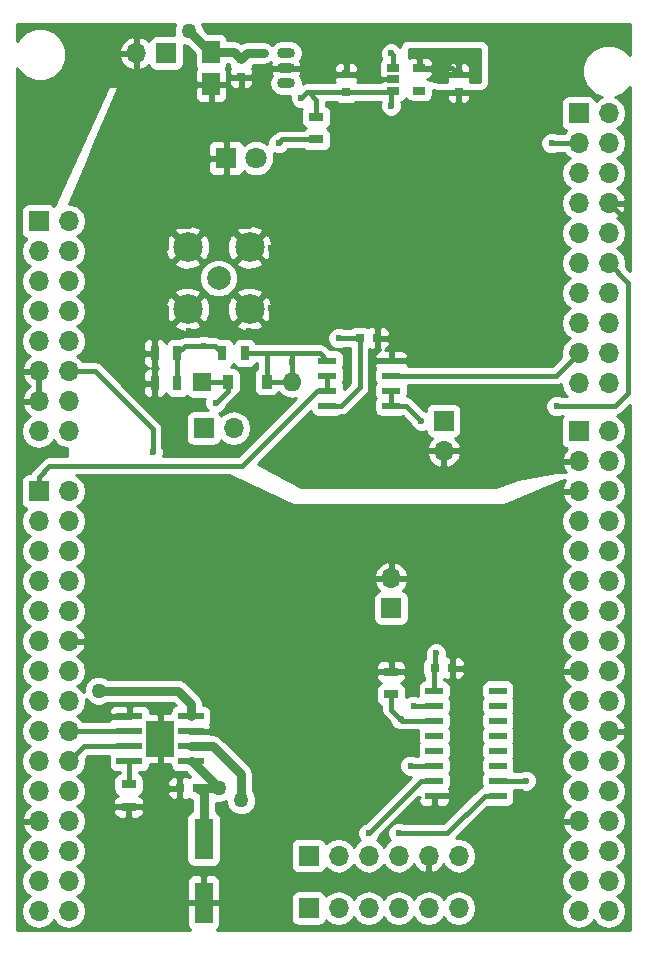
<source format=gbr>
G04 #@! TF.FileFunction,Copper,L1,Top,Signal*
%FSLAX46Y46*%
G04 Gerber Fmt 4.6, Leading zero omitted, Abs format (unit mm)*
G04 Created by KiCad (PCBNEW 4.0.6) date Wednesday, July 12, 2017 'AMt' 09:05:55 AM*
%MOMM*%
%LPD*%
G01*
G04 APERTURE LIST*
%ADD10C,0.100000*%
%ADD11R,0.750000X0.800000*%
%ADD12R,0.800000X0.750000*%
%ADD13R,1.600000X3.500000*%
%ADD14R,0.900000X1.200000*%
%ADD15R,1.800000X1.800000*%
%ADD16C,1.800000*%
%ADD17R,1.700000X1.700000*%
%ADD18O,1.700000X1.700000*%
%ADD19C,1.998980*%
%ADD20C,2.500000*%
%ADD21R,0.700000X1.300000*%
%ADD22R,1.300000X0.700000*%
%ADD23R,1.500000X0.600000*%
%ADD24R,1.550000X0.600000*%
%ADD25R,1.060000X0.650000*%
%ADD26O,1.501140X0.899160*%
%ADD27R,1.500000X1.950000*%
%ADD28R,1.600000X1.600000*%
%ADD29O,1.600000X1.600000*%
%ADD30R,2.200000X0.600000*%
%ADD31R,2.400000X3.100000*%
%ADD32C,0.600000*%
%ADD33C,1.270000*%
%ADD34C,0.762000*%
%ADD35C,0.381000*%
%ADD36C,0.254000*%
G04 APERTURE END LIST*
D10*
D11*
X160655000Y-52590000D03*
X160655000Y-54090000D03*
X169545000Y-55360000D03*
X169545000Y-53860000D03*
X179070000Y-53860000D03*
X179070000Y-55360000D03*
D12*
X156960000Y-114300000D03*
X155460000Y-114300000D03*
D13*
X157480000Y-118585000D03*
X157480000Y-123985000D03*
D14*
X159514000Y-79883000D03*
X162814000Y-79883000D03*
D15*
X159385000Y-60960000D03*
D16*
X161925000Y-60960000D03*
D17*
X166370000Y-120015000D03*
D18*
X168910000Y-120015000D03*
X171450000Y-120015000D03*
X173990000Y-120015000D03*
X176530000Y-120015000D03*
X179070000Y-120015000D03*
D17*
X166370000Y-124460000D03*
D18*
X168910000Y-124460000D03*
X171450000Y-124460000D03*
X173990000Y-124460000D03*
X176530000Y-124460000D03*
X179070000Y-124460000D03*
D17*
X154305000Y-52070000D03*
D18*
X151765000Y-52070000D03*
D17*
X177800000Y-83185000D03*
D18*
X177800000Y-85725000D03*
D19*
X158750000Y-71120000D03*
D20*
X161375000Y-68495000D03*
X156125000Y-68495000D03*
X161375000Y-73745000D03*
X156125000Y-73745000D03*
D17*
X157480000Y-83820000D03*
D18*
X160020000Y-83820000D03*
D21*
X160970000Y-77470000D03*
X159070000Y-77470000D03*
D22*
X167005000Y-57470000D03*
X167005000Y-59370000D03*
X151130000Y-113985000D03*
X151130000Y-115885000D03*
D23*
X177005000Y-106045000D03*
X177005000Y-107315000D03*
X177005000Y-108585000D03*
X177005000Y-109855000D03*
X177005000Y-111125000D03*
X177005000Y-112395000D03*
X177005000Y-113665000D03*
X177005000Y-114935000D03*
X182405000Y-114935000D03*
X182405000Y-113665000D03*
X182405000Y-112395000D03*
X182405000Y-111125000D03*
X182405000Y-109855000D03*
X182405000Y-108585000D03*
X182405000Y-107315000D03*
X182405000Y-106045000D03*
D24*
X173355000Y-81915000D03*
X173355000Y-80645000D03*
X173355000Y-79375000D03*
X173355000Y-78105000D03*
X167955000Y-78105000D03*
X167955000Y-79375000D03*
X167955000Y-80645000D03*
X167955000Y-81915000D03*
D25*
X173525000Y-53340000D03*
X173525000Y-54290000D03*
X173525000Y-55240000D03*
X175725000Y-55240000D03*
X175725000Y-53340000D03*
D17*
X189230000Y-57150000D03*
D18*
X191770000Y-57150000D03*
X189230000Y-59690000D03*
X191770000Y-59690000D03*
X189230000Y-62230000D03*
X191770000Y-62230000D03*
X189230000Y-64770000D03*
X191770000Y-64770000D03*
X189230000Y-67310000D03*
X191770000Y-67310000D03*
X189230000Y-69850000D03*
X191770000Y-69850000D03*
X189230000Y-72390000D03*
X191770000Y-72390000D03*
X189230000Y-74930000D03*
X191770000Y-74930000D03*
X189230000Y-77470000D03*
X191770000Y-77470000D03*
X189230000Y-80010000D03*
X191770000Y-80010000D03*
D17*
X143510000Y-66294000D03*
D18*
X146050000Y-66294000D03*
X143510000Y-68834000D03*
X146050000Y-68834000D03*
X143510000Y-71374000D03*
X146050000Y-71374000D03*
X143510000Y-73914000D03*
X146050000Y-73914000D03*
X143510000Y-76454000D03*
X146050000Y-76454000D03*
X143510000Y-78994000D03*
X146050000Y-78994000D03*
X143510000Y-81534000D03*
X146050000Y-81534000D03*
X143510000Y-84074000D03*
X146050000Y-84074000D03*
D17*
X143510000Y-89154000D03*
D18*
X146050000Y-89154000D03*
X143510000Y-91694000D03*
X146050000Y-91694000D03*
X143510000Y-94234000D03*
X146050000Y-94234000D03*
X143510000Y-96774000D03*
X146050000Y-96774000D03*
X143510000Y-99314000D03*
X146050000Y-99314000D03*
X143510000Y-101854000D03*
X146050000Y-101854000D03*
X143510000Y-104394000D03*
X146050000Y-104394000D03*
X143510000Y-106934000D03*
X146050000Y-106934000D03*
X143510000Y-109474000D03*
X146050000Y-109474000D03*
X143510000Y-112014000D03*
X146050000Y-112014000D03*
X143510000Y-114554000D03*
X146050000Y-114554000D03*
X143510000Y-117094000D03*
X146050000Y-117094000D03*
X143510000Y-119634000D03*
X146050000Y-119634000D03*
X143510000Y-122174000D03*
X146050000Y-122174000D03*
X143510000Y-124714000D03*
X146050000Y-124714000D03*
D17*
X189230000Y-84074000D03*
D18*
X191770000Y-84074000D03*
X189230000Y-86614000D03*
X191770000Y-86614000D03*
X189230000Y-89154000D03*
X191770000Y-89154000D03*
X189230000Y-91694000D03*
X191770000Y-91694000D03*
X189230000Y-94234000D03*
X191770000Y-94234000D03*
X189230000Y-96774000D03*
X191770000Y-96774000D03*
X189230000Y-99314000D03*
X191770000Y-99314000D03*
X189230000Y-101854000D03*
X191770000Y-101854000D03*
X189230000Y-104394000D03*
X191770000Y-104394000D03*
X189230000Y-106934000D03*
X191770000Y-106934000D03*
X189230000Y-109474000D03*
X191770000Y-109474000D03*
X189230000Y-112014000D03*
X191770000Y-112014000D03*
X189230000Y-114554000D03*
X191770000Y-114554000D03*
X189230000Y-117094000D03*
X191770000Y-117094000D03*
X189230000Y-119634000D03*
X191770000Y-119634000D03*
X189230000Y-122174000D03*
X191770000Y-122174000D03*
X189230000Y-124714000D03*
X191770000Y-124714000D03*
D26*
X164465000Y-53340000D03*
X164465000Y-54610000D03*
X164465000Y-52070000D03*
D12*
X177050000Y-104140000D03*
X178550000Y-104140000D03*
X170700000Y-76200000D03*
X172200000Y-76200000D03*
D27*
X158115000Y-51965000D03*
X158115000Y-54715000D03*
D17*
X173355000Y-99060000D03*
D18*
X173355000Y-96520000D03*
D22*
X173355000Y-106360000D03*
X173355000Y-104460000D03*
D21*
X153355000Y-80010000D03*
X155255000Y-80010000D03*
X153355000Y-77470000D03*
X155255000Y-77470000D03*
D28*
X157353000Y-79883000D03*
D29*
X164973000Y-79883000D03*
D30*
X156397000Y-108204000D03*
X151197000Y-108204000D03*
X156397000Y-109474000D03*
X151197000Y-109474000D03*
X156397000Y-110744000D03*
X151197000Y-110744000D03*
X156397000Y-112014000D03*
X151197000Y-112014000D03*
D31*
X153797000Y-110109000D03*
D32*
X162560000Y-52070000D03*
D33*
X156210000Y-50165000D03*
X158750000Y-114300000D03*
D32*
X152146000Y-50292000D03*
X150622000Y-50292000D03*
X149225000Y-50292000D03*
X149225000Y-51689000D03*
X149225000Y-52959000D03*
X151257000Y-54102000D03*
X152400000Y-53975000D03*
X193294000Y-82931000D03*
X193294000Y-68707000D03*
X176530000Y-122174000D03*
X148590000Y-89535000D03*
X175260000Y-85725000D03*
X175260000Y-97155000D03*
X161290000Y-66675000D03*
X162560000Y-66675000D03*
X163195000Y-67310000D03*
X163195000Y-68580000D03*
X163195000Y-69850000D03*
X163195000Y-71120000D03*
X163195000Y-72390000D03*
X163195000Y-73660000D03*
X163195000Y-74930000D03*
X162560000Y-75565000D03*
X161290000Y-75565000D03*
X160020000Y-75565000D03*
X157480000Y-75565000D03*
X156210000Y-75565000D03*
X154940000Y-75565000D03*
X154305000Y-74930000D03*
X154305000Y-73660000D03*
X154305000Y-72390000D03*
X154305000Y-71120000D03*
X154305000Y-69850000D03*
X154305000Y-68580000D03*
X154305000Y-67310000D03*
X154940000Y-66675000D03*
X156210000Y-66675000D03*
X160020000Y-66675000D03*
X158750000Y-66675000D03*
X157480000Y-66675000D03*
X157480000Y-60960000D03*
X171450000Y-56515000D03*
X171450000Y-53975000D03*
X167640000Y-53340000D03*
X165735000Y-55880000D03*
X173355000Y-56515000D03*
X173355000Y-52070000D03*
X180467000Y-53848000D03*
X180467000Y-52705000D03*
X179451000Y-52070000D03*
X178181000Y-52070000D03*
X178181000Y-52070000D03*
X177038000Y-52070000D03*
X175641000Y-52070000D03*
X177165000Y-102870000D03*
X168910000Y-76200000D03*
X158496000Y-81661000D03*
X164973000Y-78232000D03*
X163830000Y-59690000D03*
D33*
X160655000Y-115316000D03*
X148590000Y-106045000D03*
D32*
X175895000Y-83185000D03*
X157480000Y-76835000D03*
X175006000Y-112395000D03*
X153162000Y-85852000D03*
X187365375Y-81964127D03*
X184785000Y-113665000D03*
X175260000Y-107315000D03*
X174180973Y-108467251D03*
X186944000Y-59690000D03*
X171450000Y-118110000D03*
X173990000Y-118110000D03*
D34*
X160655000Y-52590000D02*
X161175000Y-52070000D01*
X161175000Y-52070000D02*
X162560000Y-52070000D01*
X156397000Y-112014000D02*
X156464000Y-112014000D01*
X156464000Y-112014000D02*
X158750000Y-114300000D01*
X158115000Y-51965000D02*
X158010000Y-51965000D01*
X158010000Y-51965000D02*
X156210000Y-50165000D01*
X157480000Y-118585000D02*
X157480000Y-114730000D01*
X157480000Y-114730000D02*
X157005000Y-114255000D01*
X157005000Y-114255000D02*
X156960000Y-114300000D01*
X158750000Y-114300000D02*
X156960000Y-114300000D01*
X158115000Y-51965000D02*
X160030000Y-51965000D01*
X160030000Y-51965000D02*
X160655000Y-52590000D01*
X158010000Y-52070000D02*
X158115000Y-51965000D01*
D35*
X191770000Y-64770000D02*
X193294000Y-66294000D01*
X193294000Y-66294000D02*
X193294000Y-68707000D01*
X161290000Y-66675000D02*
X160020000Y-66675000D01*
X163195000Y-67310000D02*
X162560000Y-66675000D01*
X163195000Y-69850000D02*
X163195000Y-68580000D01*
X163195000Y-72390000D02*
X163195000Y-71120000D01*
X163195000Y-74930000D02*
X163195000Y-73660000D01*
X161290000Y-75565000D02*
X162560000Y-75565000D01*
X157480000Y-75565000D02*
X160020000Y-75565000D01*
X156210000Y-75565000D02*
X157480000Y-75565000D01*
X154305000Y-74930000D02*
X154940000Y-75565000D01*
X154305000Y-73660000D02*
X154305000Y-74930000D01*
X154305000Y-71120000D02*
X154305000Y-72390000D01*
X154305000Y-69850000D02*
X154305000Y-71120000D01*
X154305000Y-67310000D02*
X154305000Y-68580000D01*
X156210000Y-66675000D02*
X154940000Y-66675000D01*
X157480000Y-66675000D02*
X158750000Y-66675000D01*
X173525000Y-54290000D02*
X171765000Y-54290000D01*
X171765000Y-54290000D02*
X171450000Y-53975000D01*
X165735000Y-55880000D02*
X166255000Y-55360000D01*
X166255000Y-55360000D02*
X166370000Y-55360000D01*
X173355000Y-56515000D02*
X173355000Y-55410000D01*
X173355000Y-55410000D02*
X173525000Y-55240000D01*
X173525000Y-53340000D02*
X173525000Y-52240000D01*
X173525000Y-52240000D02*
X173355000Y-52070000D01*
X169545000Y-55360000D02*
X173405000Y-55360000D01*
X173405000Y-55360000D02*
X173525000Y-55240000D01*
X166370000Y-55360000D02*
X168789000Y-55360000D01*
X167005000Y-57470000D02*
X167005000Y-55995000D01*
X167005000Y-55995000D02*
X166370000Y-55360000D01*
X164465000Y-54610000D02*
X164765990Y-54610000D01*
X168789000Y-55360000D02*
X169545000Y-55360000D01*
X177005000Y-106045000D02*
X177005000Y-104185000D01*
X177005000Y-104185000D02*
X177050000Y-104140000D01*
X180467000Y-52705000D02*
X180467000Y-53848000D01*
X179451000Y-52070000D02*
X179832000Y-52070000D01*
X179832000Y-52070000D02*
X180467000Y-52705000D01*
X178181000Y-52070000D02*
X179451000Y-52070000D01*
X177038000Y-52070000D02*
X178181000Y-52070000D01*
X175641000Y-52070000D02*
X177038000Y-52070000D01*
X175725000Y-53340000D02*
X175725000Y-52154000D01*
X175725000Y-52154000D02*
X175641000Y-52070000D01*
X178550000Y-53340000D02*
X179070000Y-53860000D01*
X175725000Y-53340000D02*
X178550000Y-53340000D01*
X177050000Y-104140000D02*
X177050000Y-102985000D01*
X177050000Y-102985000D02*
X177165000Y-102870000D01*
X170700000Y-76200000D02*
X168910000Y-76200000D01*
X167955000Y-81915000D02*
X169111000Y-81915000D01*
X169111000Y-81915000D02*
X170700000Y-80326000D01*
X170700000Y-80326000D02*
X170700000Y-76956000D01*
X170700000Y-76956000D02*
X170700000Y-76200000D01*
X177050000Y-106000000D02*
X177005000Y-106045000D01*
X159514000Y-79883000D02*
X159514000Y-80643000D01*
X159514000Y-80643000D02*
X158496000Y-81661000D01*
X159514000Y-79883000D02*
X157353000Y-79883000D01*
X160970000Y-77470000D02*
X162814000Y-77470000D01*
X162814000Y-77470000D02*
X164846000Y-77470000D01*
X162814000Y-79883000D02*
X162814000Y-77470000D01*
X164973000Y-79883000D02*
X162814000Y-79883000D01*
X164846000Y-77470000D02*
X167320000Y-77470000D01*
X164846000Y-77470000D02*
X164973000Y-77597000D01*
X164973000Y-77597000D02*
X164973000Y-79883000D01*
X167320000Y-77470000D02*
X167955000Y-78105000D01*
X161035000Y-77535000D02*
X160970000Y-77470000D01*
X167005000Y-59370000D02*
X164150000Y-59370000D01*
X164150000Y-59370000D02*
X163830000Y-59690000D01*
D34*
X156397000Y-110744000D02*
X158259000Y-110744000D01*
X158259000Y-110744000D02*
X160655000Y-113140000D01*
X160655000Y-113140000D02*
X160655000Y-115316000D01*
X156397000Y-108204000D02*
X156397000Y-107142000D01*
X156397000Y-107142000D02*
X155300000Y-106045000D01*
X155300000Y-106045000D02*
X149488025Y-106045000D01*
X149488025Y-106045000D02*
X148590000Y-106045000D01*
D35*
X173355000Y-81915000D02*
X174625000Y-81915000D01*
X174625000Y-81915000D02*
X175895000Y-83185000D01*
X173355000Y-80645000D02*
X173355000Y-81915000D01*
X155255000Y-77470000D02*
X155255000Y-80010000D01*
X157480000Y-76835000D02*
X155890000Y-76835000D01*
X155890000Y-76835000D02*
X155255000Y-77470000D01*
X157480000Y-76835000D02*
X158435000Y-76835000D01*
X158435000Y-76835000D02*
X159070000Y-77470000D01*
X146050000Y-78994000D02*
X148272932Y-78994000D01*
X148272932Y-78994000D02*
X153162000Y-83883068D01*
X153162000Y-83883068D02*
X153162000Y-85852000D01*
X175006000Y-112395000D02*
X177005000Y-112395000D01*
X192286701Y-81964127D02*
X187789639Y-81964127D01*
X193410354Y-71490354D02*
X193410354Y-80840474D01*
X191770000Y-69850000D02*
X193410354Y-71490354D01*
X193410354Y-80840474D02*
X192286701Y-81964127D01*
X187789639Y-81964127D02*
X187365375Y-81964127D01*
X182405000Y-113665000D02*
X184785000Y-113665000D01*
X151197000Y-112014000D02*
X151197000Y-113918000D01*
X151197000Y-113918000D02*
X151130000Y-113985000D01*
X177005000Y-107315000D02*
X175260000Y-107315000D01*
X177005000Y-108585000D02*
X174298722Y-108585000D01*
X174298722Y-108585000D02*
X174180973Y-108467251D01*
X173880974Y-108167252D02*
X174180973Y-108467251D01*
X173355000Y-107641278D02*
X173880974Y-108167252D01*
X173355000Y-106360000D02*
X173355000Y-107641278D01*
X189230000Y-59690000D02*
X186944000Y-59690000D01*
X189230000Y-77470000D02*
X187325000Y-79375000D01*
X187325000Y-79375000D02*
X173355000Y-79375000D01*
X143510000Y-89154000D02*
X143510000Y-87919296D01*
X143510000Y-87919296D02*
X144434296Y-86995000D01*
X144434296Y-86995000D02*
X160771298Y-86995000D01*
X160771298Y-86995000D02*
X167121298Y-80645000D01*
X167121298Y-80645000D02*
X167955000Y-80645000D01*
X167955000Y-79375000D02*
X167955000Y-80645000D01*
X151197000Y-109474000D02*
X146050000Y-109474000D01*
X146304000Y-109220000D02*
X146050000Y-109474000D01*
X151197000Y-110744000D02*
X147320000Y-110744000D01*
X147320000Y-110744000D02*
X146050000Y-112014000D01*
X177005000Y-113665000D02*
X175874000Y-113665000D01*
X175874000Y-113665000D02*
X171450000Y-118089000D01*
X171450000Y-118089000D02*
X171450000Y-118110000D01*
X182405000Y-114935000D02*
X181274000Y-114935000D01*
X181274000Y-114935000D02*
X178099000Y-118110000D01*
X178099000Y-118110000D02*
X173990000Y-118110000D01*
D36*
G36*
X154940221Y-49911273D02*
X154939780Y-50416510D01*
X155004258Y-50572560D01*
X153455000Y-50572560D01*
X153219683Y-50616838D01*
X153003559Y-50755910D01*
X152858569Y-50968110D01*
X152836699Y-51076107D01*
X152531924Y-50798355D01*
X152121890Y-50628524D01*
X151892000Y-50749845D01*
X151892000Y-51943000D01*
X151912000Y-51943000D01*
X151912000Y-52197000D01*
X151892000Y-52197000D01*
X151892000Y-53390155D01*
X152121890Y-53511476D01*
X152531924Y-53341645D01*
X152834937Y-53065499D01*
X152851838Y-53155317D01*
X152990910Y-53371441D01*
X153203110Y-53516431D01*
X153455000Y-53567440D01*
X155155000Y-53567440D01*
X155390317Y-53523162D01*
X155606441Y-53384090D01*
X155751431Y-53171890D01*
X155802440Y-52920000D01*
X155802440Y-51370902D01*
X155956273Y-51434779D01*
X156043014Y-51434855D01*
X156717560Y-52109401D01*
X156717560Y-52940000D01*
X156761838Y-53175317D01*
X156867482Y-53339493D01*
X156826673Y-53380302D01*
X156730000Y-53613691D01*
X156730000Y-54429250D01*
X156888750Y-54588000D01*
X157988000Y-54588000D01*
X157988000Y-54568000D01*
X158242000Y-54568000D01*
X158242000Y-54588000D01*
X159341250Y-54588000D01*
X159500000Y-54429250D01*
X159500000Y-54375750D01*
X159645000Y-54375750D01*
X159645000Y-54616309D01*
X159741673Y-54849698D01*
X159920301Y-55028327D01*
X160153690Y-55125000D01*
X160369250Y-55125000D01*
X160528000Y-54966250D01*
X160528000Y-54217000D01*
X160782000Y-54217000D01*
X160782000Y-54966250D01*
X160940750Y-55125000D01*
X161156310Y-55125000D01*
X161389699Y-55028327D01*
X161568327Y-54849698D01*
X161665000Y-54616309D01*
X161665000Y-54375750D01*
X161506250Y-54217000D01*
X160782000Y-54217000D01*
X160528000Y-54217000D01*
X159803750Y-54217000D01*
X159645000Y-54375750D01*
X159500000Y-54375750D01*
X159500000Y-53613691D01*
X159403327Y-53380302D01*
X159361366Y-53338340D01*
X159461431Y-53191890D01*
X159504137Y-52981000D01*
X159609160Y-52981000D01*
X159635898Y-53007738D01*
X159676838Y-53225317D01*
X159743329Y-53328646D01*
X159741673Y-53330302D01*
X159645000Y-53563691D01*
X159645000Y-53804250D01*
X159803750Y-53963000D01*
X160528000Y-53963000D01*
X160528000Y-53943000D01*
X160782000Y-53943000D01*
X160782000Y-53963000D01*
X161506250Y-53963000D01*
X161665000Y-53804250D01*
X161665000Y-53563691D01*
X161569731Y-53333691D01*
X168535000Y-53333691D01*
X168535000Y-53574250D01*
X168693750Y-53733000D01*
X169418000Y-53733000D01*
X169418000Y-52983750D01*
X169672000Y-52983750D01*
X169672000Y-53733000D01*
X170396250Y-53733000D01*
X170555000Y-53574250D01*
X170555000Y-53333691D01*
X170458327Y-53100302D01*
X170279699Y-52921673D01*
X170046310Y-52825000D01*
X169830750Y-52825000D01*
X169672000Y-52983750D01*
X169418000Y-52983750D01*
X169259250Y-52825000D01*
X169043690Y-52825000D01*
X168810301Y-52921673D01*
X168631673Y-53100302D01*
X168535000Y-53333691D01*
X161569731Y-53333691D01*
X161568327Y-53330302D01*
X161566957Y-53328932D01*
X161626431Y-53241890D01*
X161658000Y-53086000D01*
X162560000Y-53086000D01*
X162948806Y-53008662D01*
X163230191Y-52820645D01*
X163120019Y-53046065D01*
X163246932Y-53213000D01*
X164338000Y-53213000D01*
X164338000Y-53193000D01*
X164592000Y-53193000D01*
X164592000Y-53213000D01*
X165683068Y-53213000D01*
X165809981Y-53046065D01*
X165645359Y-52709238D01*
X165795156Y-52485051D01*
X165877715Y-52070000D01*
X165795156Y-51654949D01*
X165560049Y-51303086D01*
X165208186Y-51067979D01*
X164793135Y-50985420D01*
X164136865Y-50985420D01*
X163721814Y-51067979D01*
X163369951Y-51303086D01*
X163307984Y-51395826D01*
X163278420Y-51351580D01*
X162948806Y-51131338D01*
X162560000Y-51054000D01*
X161175000Y-51054000D01*
X160850700Y-51118507D01*
X160786193Y-51131338D01*
X160681071Y-51201579D01*
X160418807Y-51026338D01*
X160354300Y-51013507D01*
X160030000Y-50949000D01*
X159504725Y-50949000D01*
X159468162Y-50754683D01*
X159329090Y-50538559D01*
X159116890Y-50393569D01*
X158865000Y-50342560D01*
X157824400Y-50342560D01*
X157480146Y-49998306D01*
X157480220Y-49913490D01*
X157352755Y-49605000D01*
X193600000Y-49605000D01*
X193600000Y-52263668D01*
X193037679Y-51700364D01*
X192216519Y-51359389D01*
X191327381Y-51358613D01*
X190505628Y-51698155D01*
X189876364Y-52326321D01*
X189535389Y-53147481D01*
X189534613Y-54036619D01*
X189874155Y-54858372D01*
X190502321Y-55487636D01*
X191192275Y-55774130D01*
X191172622Y-55778039D01*
X190690853Y-56099946D01*
X190690029Y-56101179D01*
X190683162Y-56064683D01*
X190544090Y-55848559D01*
X190331890Y-55703569D01*
X190080000Y-55652560D01*
X188380000Y-55652560D01*
X188144683Y-55696838D01*
X187928559Y-55835910D01*
X187783569Y-56048110D01*
X187732560Y-56300000D01*
X187732560Y-58000000D01*
X187776838Y-58235317D01*
X187915910Y-58451441D01*
X188128110Y-58596431D01*
X188195541Y-58610086D01*
X188150853Y-58639946D01*
X188000811Y-58864500D01*
X187394113Y-58864500D01*
X187130799Y-58755162D01*
X186758833Y-58754838D01*
X186415057Y-58896883D01*
X186151808Y-59159673D01*
X186009162Y-59503201D01*
X186008838Y-59875167D01*
X186150883Y-60218943D01*
X186413673Y-60482192D01*
X186757201Y-60624838D01*
X187129167Y-60625162D01*
X187394570Y-60515500D01*
X188000811Y-60515500D01*
X188150853Y-60740054D01*
X188480026Y-60960000D01*
X188150853Y-61179946D01*
X187828946Y-61661715D01*
X187715907Y-62230000D01*
X187828946Y-62798285D01*
X188150853Y-63280054D01*
X188480026Y-63500000D01*
X188150853Y-63719946D01*
X187828946Y-64201715D01*
X187715907Y-64770000D01*
X187828946Y-65338285D01*
X188150853Y-65820054D01*
X188480026Y-66040000D01*
X188150853Y-66259946D01*
X187828946Y-66741715D01*
X187715907Y-67310000D01*
X187828946Y-67878285D01*
X188150853Y-68360054D01*
X188480026Y-68580000D01*
X188150853Y-68799946D01*
X187828946Y-69281715D01*
X187715907Y-69850000D01*
X187828946Y-70418285D01*
X188150853Y-70900054D01*
X188480026Y-71120000D01*
X188150853Y-71339946D01*
X187828946Y-71821715D01*
X187715907Y-72390000D01*
X187828946Y-72958285D01*
X188150853Y-73440054D01*
X188480026Y-73660000D01*
X188150853Y-73879946D01*
X187828946Y-74361715D01*
X187715907Y-74930000D01*
X187828946Y-75498285D01*
X188150853Y-75980054D01*
X188480026Y-76200000D01*
X188150853Y-76419946D01*
X187828946Y-76901715D01*
X187715907Y-77470000D01*
X187773421Y-77759145D01*
X186983066Y-78549500D01*
X174757465Y-78549500D01*
X174765000Y-78531310D01*
X174765000Y-78390750D01*
X174606250Y-78232000D01*
X173482000Y-78232000D01*
X173482000Y-78252000D01*
X173228000Y-78252000D01*
X173228000Y-78232000D01*
X172103750Y-78232000D01*
X171945000Y-78390750D01*
X171945000Y-78531310D01*
X172034806Y-78748122D01*
X171983569Y-78823110D01*
X171932560Y-79075000D01*
X171932560Y-79675000D01*
X171976838Y-79910317D01*
X172040678Y-80009528D01*
X171983569Y-80093110D01*
X171932560Y-80345000D01*
X171932560Y-80945000D01*
X171976838Y-81180317D01*
X172040678Y-81279528D01*
X171983569Y-81363110D01*
X171932560Y-81615000D01*
X171932560Y-82215000D01*
X171976838Y-82450317D01*
X172115910Y-82666441D01*
X172328110Y-82811431D01*
X172580000Y-82862440D01*
X174130000Y-82862440D01*
X174361455Y-82818889D01*
X174993006Y-83450439D01*
X175101883Y-83713943D01*
X175364673Y-83977192D01*
X175708201Y-84119838D01*
X176080167Y-84120162D01*
X176302560Y-84028271D01*
X176302560Y-84035000D01*
X176346838Y-84270317D01*
X176485910Y-84486441D01*
X176698110Y-84631431D01*
X176806107Y-84653301D01*
X176528355Y-84958076D01*
X176358524Y-85368110D01*
X176479845Y-85598000D01*
X177673000Y-85598000D01*
X177673000Y-85578000D01*
X177927000Y-85578000D01*
X177927000Y-85598000D01*
X179120155Y-85598000D01*
X179241476Y-85368110D01*
X179071645Y-84958076D01*
X178795499Y-84655063D01*
X178885317Y-84638162D01*
X179101441Y-84499090D01*
X179246431Y-84286890D01*
X179297440Y-84035000D01*
X179297440Y-82335000D01*
X179253162Y-82099683D01*
X179114090Y-81883559D01*
X178901890Y-81738569D01*
X178650000Y-81687560D01*
X176950000Y-81687560D01*
X176714683Y-81731838D01*
X176498559Y-81870910D01*
X176353569Y-82083110D01*
X176302560Y-82335000D01*
X176302560Y-82341830D01*
X176160115Y-82282682D01*
X175208717Y-81331283D01*
X174940906Y-81152337D01*
X174743408Y-81113053D01*
X174777440Y-80945000D01*
X174777440Y-80345000D01*
X174750250Y-80200500D01*
X187325000Y-80200500D01*
X187640906Y-80137663D01*
X187729523Y-80078451D01*
X187828946Y-80578285D01*
X188150853Y-81060054D01*
X188268446Y-81138627D01*
X187815488Y-81138627D01*
X187552174Y-81029289D01*
X187180208Y-81028965D01*
X186836432Y-81171010D01*
X186573183Y-81433800D01*
X186430537Y-81777328D01*
X186430213Y-82149294D01*
X186572258Y-82493070D01*
X186835048Y-82756319D01*
X187178576Y-82898965D01*
X187550542Y-82899289D01*
X187815945Y-82789627D01*
X187908254Y-82789627D01*
X187783569Y-82972110D01*
X187732560Y-83224000D01*
X187732560Y-84924000D01*
X187776838Y-85159317D01*
X187915910Y-85375441D01*
X188128110Y-85520431D01*
X188236107Y-85542301D01*
X187958355Y-85847076D01*
X187788524Y-86257110D01*
X187909845Y-86487000D01*
X189103000Y-86487000D01*
X189103000Y-86467000D01*
X189357000Y-86467000D01*
X189357000Y-86487000D01*
X189377000Y-86487000D01*
X189377000Y-86741000D01*
X189357000Y-86741000D01*
X189357000Y-86761000D01*
X189103000Y-86761000D01*
X189103000Y-86741000D01*
X187909845Y-86741000D01*
X187788524Y-86970890D01*
X187958355Y-87380924D01*
X188127764Y-87566815D01*
X187335128Y-87503404D01*
X187300093Y-87505466D01*
X184125093Y-88140466D01*
X184109839Y-88144517D01*
X182224390Y-88773000D01*
X165765789Y-88773000D01*
X162066452Y-86867280D01*
X162851842Y-86081890D01*
X176358524Y-86081890D01*
X176528355Y-86491924D01*
X176918642Y-86920183D01*
X177443108Y-87166486D01*
X177673000Y-87045819D01*
X177673000Y-85852000D01*
X177927000Y-85852000D01*
X177927000Y-87045819D01*
X178156892Y-87166486D01*
X178681358Y-86920183D01*
X179071645Y-86491924D01*
X179241476Y-86081890D01*
X179120155Y-85852000D01*
X177927000Y-85852000D01*
X177673000Y-85852000D01*
X176479845Y-85852000D01*
X176358524Y-86081890D01*
X162851842Y-86081890D01*
X166562043Y-82371689D01*
X166576838Y-82450317D01*
X166715910Y-82666441D01*
X166928110Y-82811431D01*
X167180000Y-82862440D01*
X168730000Y-82862440D01*
X168965317Y-82818162D01*
X169086007Y-82740500D01*
X169111000Y-82740500D01*
X169426906Y-82677663D01*
X169694717Y-82498717D01*
X171283714Y-80909719D01*
X171283717Y-80909717D01*
X171462663Y-80641905D01*
X171525500Y-80326000D01*
X171525500Y-77678690D01*
X171945000Y-77678690D01*
X171945000Y-77819250D01*
X172103750Y-77978000D01*
X173228000Y-77978000D01*
X173228000Y-77328750D01*
X173482000Y-77328750D01*
X173482000Y-77978000D01*
X174606250Y-77978000D01*
X174765000Y-77819250D01*
X174765000Y-77678690D01*
X174668327Y-77445301D01*
X174489698Y-77266673D01*
X174256309Y-77170000D01*
X173640750Y-77170000D01*
X173482000Y-77328750D01*
X173228000Y-77328750D01*
X173069250Y-77170000D01*
X172822877Y-77170000D01*
X172959698Y-77113327D01*
X173138327Y-76934699D01*
X173235000Y-76701310D01*
X173235000Y-76485750D01*
X173076250Y-76327000D01*
X172327000Y-76327000D01*
X172327000Y-77051250D01*
X172448076Y-77172326D01*
X172220302Y-77266673D01*
X172041673Y-77445301D01*
X171945000Y-77678690D01*
X171525500Y-77678690D01*
X171525500Y-77148617D01*
X171673691Y-77210000D01*
X171914250Y-77210000D01*
X172073000Y-77051250D01*
X172073000Y-76327000D01*
X172053000Y-76327000D01*
X172053000Y-76073000D01*
X172073000Y-76073000D01*
X172073000Y-75348750D01*
X172327000Y-75348750D01*
X172327000Y-76073000D01*
X173076250Y-76073000D01*
X173235000Y-75914250D01*
X173235000Y-75698690D01*
X173138327Y-75465301D01*
X172959698Y-75286673D01*
X172726309Y-75190000D01*
X172485750Y-75190000D01*
X172327000Y-75348750D01*
X172073000Y-75348750D01*
X171914250Y-75190000D01*
X171673691Y-75190000D01*
X171440302Y-75286673D01*
X171438932Y-75288043D01*
X171351890Y-75228569D01*
X171100000Y-75177560D01*
X170300000Y-75177560D01*
X170064683Y-75221838D01*
X169848559Y-75360910D01*
X169839273Y-75374500D01*
X169360113Y-75374500D01*
X169096799Y-75265162D01*
X168724833Y-75264838D01*
X168381057Y-75406883D01*
X168117808Y-75669673D01*
X167975162Y-76013201D01*
X167974838Y-76385167D01*
X168116883Y-76728943D01*
X168379673Y-76992192D01*
X168723201Y-77134838D01*
X169095167Y-77135162D01*
X169360570Y-77025500D01*
X169835304Y-77025500D01*
X169835910Y-77026441D01*
X169874500Y-77052808D01*
X169874500Y-79984067D01*
X169377440Y-80481127D01*
X169377440Y-80345000D01*
X169333162Y-80109683D01*
X169269322Y-80010472D01*
X169326431Y-79926890D01*
X169377440Y-79675000D01*
X169377440Y-79075000D01*
X169333162Y-78839683D01*
X169269322Y-78740472D01*
X169326431Y-78656890D01*
X169377440Y-78405000D01*
X169377440Y-77805000D01*
X169333162Y-77569683D01*
X169194090Y-77353559D01*
X168981890Y-77208569D01*
X168730000Y-77157560D01*
X168174994Y-77157560D01*
X167903717Y-76886283D01*
X167635906Y-76707337D01*
X167320000Y-76644500D01*
X161934417Y-76644500D01*
X161923162Y-76584683D01*
X161784090Y-76368559D01*
X161571890Y-76223569D01*
X161320000Y-76172560D01*
X160620000Y-76172560D01*
X160384683Y-76216838D01*
X160168559Y-76355910D01*
X160023569Y-76568110D01*
X160020919Y-76581197D01*
X159884090Y-76368559D01*
X159671890Y-76223569D01*
X159420000Y-76172560D01*
X158900900Y-76172560D01*
X158750906Y-76072337D01*
X158435000Y-76009500D01*
X157930113Y-76009500D01*
X157666799Y-75900162D01*
X157294833Y-75899838D01*
X157029430Y-76009500D01*
X155890005Y-76009500D01*
X155890000Y-76009499D01*
X155574095Y-76072337D01*
X155424100Y-76172560D01*
X154905000Y-76172560D01*
X154669683Y-76216838D01*
X154453559Y-76355910D01*
X154308569Y-76568110D01*
X154301809Y-76601490D01*
X154243327Y-76460301D01*
X154064698Y-76281673D01*
X153831309Y-76185000D01*
X153640750Y-76185000D01*
X153482000Y-76343750D01*
X153482000Y-77343000D01*
X153502000Y-77343000D01*
X153502000Y-77597000D01*
X153482000Y-77597000D01*
X153482000Y-78596250D01*
X153625750Y-78740000D01*
X153482000Y-78883750D01*
X153482000Y-79883000D01*
X153502000Y-79883000D01*
X153502000Y-80137000D01*
X153482000Y-80137000D01*
X153482000Y-81136250D01*
X153640750Y-81295000D01*
X153831309Y-81295000D01*
X154064698Y-81198327D01*
X154243327Y-81019699D01*
X154299654Y-80883713D01*
X154301838Y-80895317D01*
X154440910Y-81111441D01*
X154653110Y-81256431D01*
X154905000Y-81307440D01*
X155605000Y-81307440D01*
X155840317Y-81263162D01*
X156056441Y-81124090D01*
X156069732Y-81104638D01*
X156088910Y-81134441D01*
X156301110Y-81279431D01*
X156553000Y-81330440D01*
X157620857Y-81330440D01*
X157561162Y-81474201D01*
X157560838Y-81846167D01*
X157702883Y-82189943D01*
X157835269Y-82322560D01*
X156630000Y-82322560D01*
X156394683Y-82366838D01*
X156178559Y-82505910D01*
X156033569Y-82718110D01*
X155982560Y-82970000D01*
X155982560Y-84670000D01*
X156026838Y-84905317D01*
X156165910Y-85121441D01*
X156378110Y-85266431D01*
X156630000Y-85317440D01*
X158330000Y-85317440D01*
X158565317Y-85273162D01*
X158781441Y-85134090D01*
X158926431Y-84921890D01*
X158940086Y-84854459D01*
X158969946Y-84899147D01*
X159451715Y-85221054D01*
X160020000Y-85334093D01*
X160588285Y-85221054D01*
X161070054Y-84899147D01*
X161391961Y-84417378D01*
X161505000Y-83849093D01*
X161505000Y-83790907D01*
X161391961Y-83222622D01*
X161070054Y-82740853D01*
X160588285Y-82418946D01*
X160020000Y-82305907D01*
X159451715Y-82418946D01*
X158969946Y-82740853D01*
X158942150Y-82782452D01*
X158933162Y-82734683D01*
X158809820Y-82543004D01*
X159024943Y-82454117D01*
X159288192Y-82191327D01*
X159398318Y-81926116D01*
X160097714Y-81226719D01*
X160097717Y-81226717D01*
X160190528Y-81087816D01*
X160199317Y-81086162D01*
X160415441Y-80947090D01*
X160560431Y-80734890D01*
X160611440Y-80483000D01*
X160611440Y-79283000D01*
X160567162Y-79047683D01*
X160428090Y-78831559D01*
X160215890Y-78686569D01*
X159964000Y-78635560D01*
X159791454Y-78635560D01*
X159871441Y-78584090D01*
X160016431Y-78371890D01*
X160019081Y-78358803D01*
X160155910Y-78571441D01*
X160368110Y-78716431D01*
X160620000Y-78767440D01*
X161320000Y-78767440D01*
X161555317Y-78723162D01*
X161771441Y-78584090D01*
X161916431Y-78371890D01*
X161931900Y-78295500D01*
X161988500Y-78295500D01*
X161988500Y-78770043D01*
X161912559Y-78818910D01*
X161767569Y-79031110D01*
X161716560Y-79283000D01*
X161716560Y-80483000D01*
X161760838Y-80718317D01*
X161899910Y-80934441D01*
X162112110Y-81079431D01*
X162364000Y-81130440D01*
X163264000Y-81130440D01*
X163499317Y-81086162D01*
X163715441Y-80947090D01*
X163840700Y-80763768D01*
X163930189Y-80897698D01*
X164395736Y-81208767D01*
X164944887Y-81318000D01*
X165001113Y-81318000D01*
X165350327Y-81248537D01*
X160429364Y-86169500D01*
X154042566Y-86169500D01*
X154096838Y-86038799D01*
X154097162Y-85666833D01*
X153987500Y-85401430D01*
X153987500Y-83883068D01*
X153964754Y-83768716D01*
X153924663Y-83567162D01*
X153794125Y-83371799D01*
X153745717Y-83299351D01*
X153745714Y-83299349D01*
X150742116Y-80295750D01*
X152370000Y-80295750D01*
X152370000Y-80786310D01*
X152466673Y-81019699D01*
X152645302Y-81198327D01*
X152878691Y-81295000D01*
X153069250Y-81295000D01*
X153228000Y-81136250D01*
X153228000Y-80137000D01*
X152528750Y-80137000D01*
X152370000Y-80295750D01*
X150742116Y-80295750D01*
X148856649Y-78410283D01*
X148588838Y-78231337D01*
X148272932Y-78168500D01*
X147279189Y-78168500D01*
X147129147Y-77943946D01*
X146847492Y-77755750D01*
X152370000Y-77755750D01*
X152370000Y-78246310D01*
X152466673Y-78479699D01*
X152645302Y-78658327D01*
X152842478Y-78740000D01*
X152645302Y-78821673D01*
X152466673Y-79000301D01*
X152370000Y-79233690D01*
X152370000Y-79724250D01*
X152528750Y-79883000D01*
X153228000Y-79883000D01*
X153228000Y-78883750D01*
X153084250Y-78740000D01*
X153228000Y-78596250D01*
X153228000Y-77597000D01*
X152528750Y-77597000D01*
X152370000Y-77755750D01*
X146847492Y-77755750D01*
X146799974Y-77724000D01*
X147129147Y-77504054D01*
X147451054Y-77022285D01*
X147516415Y-76693690D01*
X152370000Y-76693690D01*
X152370000Y-77184250D01*
X152528750Y-77343000D01*
X153228000Y-77343000D01*
X153228000Y-76343750D01*
X153069250Y-76185000D01*
X152878691Y-76185000D01*
X152645302Y-76281673D01*
X152466673Y-76460301D01*
X152370000Y-76693690D01*
X147516415Y-76693690D01*
X147564093Y-76454000D01*
X147451054Y-75885715D01*
X147129147Y-75403946D01*
X146799974Y-75184000D01*
X146958135Y-75078320D01*
X154971285Y-75078320D01*
X155100533Y-75371123D01*
X155800806Y-75639388D01*
X156550435Y-75619250D01*
X157149467Y-75371123D01*
X157278715Y-75078320D01*
X160221285Y-75078320D01*
X160350533Y-75371123D01*
X161050806Y-75639388D01*
X161800435Y-75619250D01*
X162399467Y-75371123D01*
X162528715Y-75078320D01*
X161375000Y-73924605D01*
X160221285Y-75078320D01*
X157278715Y-75078320D01*
X156125000Y-73924605D01*
X154971285Y-75078320D01*
X146958135Y-75078320D01*
X147129147Y-74964054D01*
X147451054Y-74482285D01*
X147564093Y-73914000D01*
X147465991Y-73420806D01*
X154230612Y-73420806D01*
X154250750Y-74170435D01*
X154498877Y-74769467D01*
X154791680Y-74898715D01*
X155945395Y-73745000D01*
X156304605Y-73745000D01*
X157458320Y-74898715D01*
X157751123Y-74769467D01*
X158019388Y-74069194D01*
X158001970Y-73420806D01*
X159480612Y-73420806D01*
X159500750Y-74170435D01*
X159748877Y-74769467D01*
X160041680Y-74898715D01*
X161195395Y-73745000D01*
X161554605Y-73745000D01*
X162708320Y-74898715D01*
X163001123Y-74769467D01*
X163269388Y-74069194D01*
X163249250Y-73319565D01*
X163001123Y-72720533D01*
X162708320Y-72591285D01*
X161554605Y-73745000D01*
X161195395Y-73745000D01*
X160041680Y-72591285D01*
X159748877Y-72720533D01*
X159480612Y-73420806D01*
X158001970Y-73420806D01*
X157999250Y-73319565D01*
X157751123Y-72720533D01*
X157458320Y-72591285D01*
X156304605Y-73745000D01*
X155945395Y-73745000D01*
X154791680Y-72591285D01*
X154498877Y-72720533D01*
X154230612Y-73420806D01*
X147465991Y-73420806D01*
X147451054Y-73345715D01*
X147129147Y-72863946D01*
X146799974Y-72644000D01*
X147129147Y-72424054D01*
X147137415Y-72411680D01*
X154971285Y-72411680D01*
X156125000Y-73565395D01*
X157278715Y-72411680D01*
X157149467Y-72118877D01*
X156449194Y-71850612D01*
X155699565Y-71870750D01*
X155100533Y-72118877D01*
X154971285Y-72411680D01*
X147137415Y-72411680D01*
X147451054Y-71942285D01*
X147550229Y-71443694D01*
X157115226Y-71443694D01*
X157363538Y-72044655D01*
X157822927Y-72504846D01*
X158423453Y-72754206D01*
X159073694Y-72754774D01*
X159674655Y-72506462D01*
X159769602Y-72411680D01*
X160221285Y-72411680D01*
X161375000Y-73565395D01*
X162528715Y-72411680D01*
X162399467Y-72118877D01*
X161699194Y-71850612D01*
X160949565Y-71870750D01*
X160350533Y-72118877D01*
X160221285Y-72411680D01*
X159769602Y-72411680D01*
X160134846Y-72047073D01*
X160384206Y-71446547D01*
X160384774Y-70796306D01*
X160136462Y-70195345D01*
X159770077Y-69828320D01*
X160221285Y-69828320D01*
X160350533Y-70121123D01*
X161050806Y-70389388D01*
X161800435Y-70369250D01*
X162399467Y-70121123D01*
X162528715Y-69828320D01*
X161375000Y-68674605D01*
X160221285Y-69828320D01*
X159770077Y-69828320D01*
X159677073Y-69735154D01*
X159076547Y-69485794D01*
X158426306Y-69485226D01*
X157825345Y-69733538D01*
X157365154Y-70192927D01*
X157115794Y-70793453D01*
X157115226Y-71443694D01*
X147550229Y-71443694D01*
X147564093Y-71374000D01*
X147451054Y-70805715D01*
X147129147Y-70323946D01*
X146799974Y-70104000D01*
X147129147Y-69884054D01*
X147166387Y-69828320D01*
X154971285Y-69828320D01*
X155100533Y-70121123D01*
X155800806Y-70389388D01*
X156550435Y-70369250D01*
X157149467Y-70121123D01*
X157278715Y-69828320D01*
X156125000Y-68674605D01*
X154971285Y-69828320D01*
X147166387Y-69828320D01*
X147451054Y-69402285D01*
X147564093Y-68834000D01*
X147451054Y-68265715D01*
X147387638Y-68170806D01*
X154230612Y-68170806D01*
X154250750Y-68920435D01*
X154498877Y-69519467D01*
X154791680Y-69648715D01*
X155945395Y-68495000D01*
X156304605Y-68495000D01*
X157458320Y-69648715D01*
X157751123Y-69519467D01*
X158019388Y-68819194D01*
X158001970Y-68170806D01*
X159480612Y-68170806D01*
X159500750Y-68920435D01*
X159748877Y-69519467D01*
X160041680Y-69648715D01*
X161195395Y-68495000D01*
X161554605Y-68495000D01*
X162708320Y-69648715D01*
X163001123Y-69519467D01*
X163269388Y-68819194D01*
X163249250Y-68069565D01*
X163001123Y-67470533D01*
X162708320Y-67341285D01*
X161554605Y-68495000D01*
X161195395Y-68495000D01*
X160041680Y-67341285D01*
X159748877Y-67470533D01*
X159480612Y-68170806D01*
X158001970Y-68170806D01*
X157999250Y-68069565D01*
X157751123Y-67470533D01*
X157458320Y-67341285D01*
X156304605Y-68495000D01*
X155945395Y-68495000D01*
X154791680Y-67341285D01*
X154498877Y-67470533D01*
X154230612Y-68170806D01*
X147387638Y-68170806D01*
X147129147Y-67783946D01*
X146799974Y-67564000D01*
X147129147Y-67344054D01*
X147251005Y-67161680D01*
X154971285Y-67161680D01*
X156125000Y-68315395D01*
X157278715Y-67161680D01*
X160221285Y-67161680D01*
X161375000Y-68315395D01*
X162528715Y-67161680D01*
X162399467Y-66868877D01*
X161699194Y-66600612D01*
X160949565Y-66620750D01*
X160350533Y-66868877D01*
X160221285Y-67161680D01*
X157278715Y-67161680D01*
X157149467Y-66868877D01*
X156449194Y-66600612D01*
X155699565Y-66620750D01*
X155100533Y-66868877D01*
X154971285Y-67161680D01*
X147251005Y-67161680D01*
X147451054Y-66862285D01*
X147564093Y-66294000D01*
X147451054Y-65725715D01*
X147129147Y-65243946D01*
X146647378Y-64922039D01*
X146079093Y-64809000D01*
X146076537Y-64809000D01*
X147591942Y-61245750D01*
X157850000Y-61245750D01*
X157850000Y-61986310D01*
X157946673Y-62219699D01*
X158125302Y-62398327D01*
X158358691Y-62495000D01*
X159099250Y-62495000D01*
X159258000Y-62336250D01*
X159258000Y-61087000D01*
X158008750Y-61087000D01*
X157850000Y-61245750D01*
X147591942Y-61245750D01*
X148149944Y-59933690D01*
X157850000Y-59933690D01*
X157850000Y-60674250D01*
X158008750Y-60833000D01*
X159258000Y-60833000D01*
X159258000Y-59583750D01*
X159512000Y-59583750D01*
X159512000Y-60833000D01*
X159532000Y-60833000D01*
X159532000Y-61087000D01*
X159512000Y-61087000D01*
X159512000Y-62336250D01*
X159670750Y-62495000D01*
X160411309Y-62495000D01*
X160644698Y-62398327D01*
X160823327Y-62219699D01*
X160879119Y-62085006D01*
X161054357Y-62260551D01*
X161618330Y-62494733D01*
X162228991Y-62495265D01*
X162793371Y-62262068D01*
X163225551Y-61830643D01*
X163459733Y-61266670D01*
X163460265Y-60656009D01*
X163406831Y-60526688D01*
X163643201Y-60624838D01*
X164015167Y-60625162D01*
X164358943Y-60483117D01*
X164622192Y-60220327D01*
X164632501Y-60195500D01*
X165926122Y-60195500D01*
X166103110Y-60316431D01*
X166355000Y-60367440D01*
X167655000Y-60367440D01*
X167890317Y-60323162D01*
X168106441Y-60184090D01*
X168251431Y-59971890D01*
X168302440Y-59720000D01*
X168302440Y-59020000D01*
X168258162Y-58784683D01*
X168119090Y-58568559D01*
X167906890Y-58423569D01*
X167893803Y-58420919D01*
X168106441Y-58284090D01*
X168251431Y-58071890D01*
X168302440Y-57820000D01*
X168302440Y-57120000D01*
X168258162Y-56884683D01*
X168119090Y-56668559D01*
X167906890Y-56523569D01*
X167830500Y-56508100D01*
X167830500Y-56185500D01*
X168689217Y-56185500D01*
X168705910Y-56211441D01*
X168918110Y-56356431D01*
X169170000Y-56407440D01*
X169920000Y-56407440D01*
X170155317Y-56363162D01*
X170371441Y-56224090D01*
X170397808Y-56185500D01*
X172479417Y-56185500D01*
X172420162Y-56328201D01*
X172419838Y-56700167D01*
X172561883Y-57043943D01*
X172824673Y-57307192D01*
X173168201Y-57449838D01*
X173540167Y-57450162D01*
X173883943Y-57308117D01*
X174147192Y-57045327D01*
X174289838Y-56701799D01*
X174290162Y-56329833D01*
X174228191Y-56179852D01*
X174290317Y-56168162D01*
X174506441Y-56029090D01*
X174626233Y-55853768D01*
X174730910Y-56016441D01*
X174943110Y-56161431D01*
X175195000Y-56212440D01*
X176255000Y-56212440D01*
X176490317Y-56168162D01*
X176706441Y-56029090D01*
X176851431Y-55816890D01*
X176886087Y-55645750D01*
X178060000Y-55645750D01*
X178060000Y-55886309D01*
X178156673Y-56119698D01*
X178335301Y-56298327D01*
X178568690Y-56395000D01*
X178784250Y-56395000D01*
X178943000Y-56236250D01*
X178943000Y-55487000D01*
X179197000Y-55487000D01*
X179197000Y-56236250D01*
X179355750Y-56395000D01*
X179571310Y-56395000D01*
X179804699Y-56298327D01*
X179983327Y-56119698D01*
X180080000Y-55886309D01*
X180080000Y-55645750D01*
X179921250Y-55487000D01*
X179197000Y-55487000D01*
X178943000Y-55487000D01*
X178218750Y-55487000D01*
X178060000Y-55645750D01*
X176886087Y-55645750D01*
X176902440Y-55565000D01*
X176902440Y-55158024D01*
X177300184Y-55233785D01*
X177419000Y-55245000D01*
X180975000Y-55245000D01*
X181205795Y-55201573D01*
X181417767Y-55065173D01*
X181559971Y-54857051D01*
X181610000Y-54610000D01*
X181610000Y-51562000D01*
X181566573Y-51331205D01*
X181430173Y-51119233D01*
X181222051Y-50977029D01*
X180975000Y-50927000D01*
X174752000Y-50927000D01*
X174521205Y-50970427D01*
X174309233Y-51106827D01*
X174167029Y-51314949D01*
X174125774Y-51518675D01*
X173885327Y-51277808D01*
X173541799Y-51135162D01*
X173169833Y-51134838D01*
X172826057Y-51276883D01*
X172562808Y-51539673D01*
X172420162Y-51883201D01*
X172419838Y-52255167D01*
X172542610Y-52552299D01*
X172398569Y-52763110D01*
X172347560Y-53015000D01*
X172347560Y-53665000D01*
X172373919Y-53805086D01*
X172360000Y-53838690D01*
X172360000Y-54004250D01*
X172518750Y-54163000D01*
X172599051Y-54163000D01*
X172743110Y-54261431D01*
X172880120Y-54289176D01*
X172759683Y-54311838D01*
X172596257Y-54417000D01*
X172518750Y-54417000D01*
X172401250Y-54534500D01*
X170493617Y-54534500D01*
X170555000Y-54386309D01*
X170555000Y-54145750D01*
X170396250Y-53987000D01*
X169672000Y-53987000D01*
X169672000Y-54007000D01*
X169418000Y-54007000D01*
X169418000Y-53987000D01*
X168693750Y-53987000D01*
X168535000Y-54145750D01*
X168535000Y-54386309D01*
X168596383Y-54534500D01*
X166255000Y-54534500D01*
X165939094Y-54597337D01*
X165871212Y-54642695D01*
X165877715Y-54610000D01*
X165795156Y-54194949D01*
X165645359Y-53970762D01*
X165809981Y-53633935D01*
X165683068Y-53467000D01*
X164592000Y-53467000D01*
X164592000Y-53487000D01*
X164338000Y-53487000D01*
X164338000Y-53467000D01*
X163246932Y-53467000D01*
X163120019Y-53633935D01*
X163284641Y-53970762D01*
X163134844Y-54194949D01*
X163052285Y-54610000D01*
X163134844Y-55025051D01*
X163369951Y-55376914D01*
X163721814Y-55612021D01*
X164136865Y-55694580D01*
X164793135Y-55694580D01*
X164800170Y-55693181D01*
X164800162Y-55693201D01*
X164799838Y-56065167D01*
X164941883Y-56408943D01*
X165204673Y-56672192D01*
X165548201Y-56814838D01*
X165794821Y-56815053D01*
X165758569Y-56868110D01*
X165707560Y-57120000D01*
X165707560Y-57820000D01*
X165751838Y-58055317D01*
X165890910Y-58271441D01*
X166103110Y-58416431D01*
X166116197Y-58419081D01*
X165921291Y-58544500D01*
X164150000Y-58544500D01*
X163834094Y-58607337D01*
X163726824Y-58679013D01*
X163566283Y-58786283D01*
X163566281Y-58786286D01*
X163564562Y-58788005D01*
X163301057Y-58896883D01*
X163037808Y-59159673D01*
X162895162Y-59503201D01*
X162894939Y-59758919D01*
X162795643Y-59659449D01*
X162231670Y-59425267D01*
X161621009Y-59424735D01*
X161056629Y-59657932D01*
X160879159Y-59835092D01*
X160823327Y-59700301D01*
X160644698Y-59521673D01*
X160411309Y-59425000D01*
X159670750Y-59425000D01*
X159512000Y-59583750D01*
X159258000Y-59583750D01*
X159099250Y-59425000D01*
X158358691Y-59425000D01*
X158125302Y-59521673D01*
X157946673Y-59700301D01*
X157850000Y-59933690D01*
X148149944Y-59933690D01*
X150230870Y-55040703D01*
X150239589Y-55000750D01*
X156730000Y-55000750D01*
X156730000Y-55816309D01*
X156826673Y-56049698D01*
X157005301Y-56228327D01*
X157238690Y-56325000D01*
X157829250Y-56325000D01*
X157988000Y-56166250D01*
X157988000Y-54842000D01*
X158242000Y-54842000D01*
X158242000Y-56166250D01*
X158400750Y-56325000D01*
X158991310Y-56325000D01*
X159224699Y-56228327D01*
X159403327Y-56049698D01*
X159500000Y-55816309D01*
X159500000Y-55000750D01*
X159341250Y-54842000D01*
X158242000Y-54842000D01*
X157988000Y-54842000D01*
X156888750Y-54842000D01*
X156730000Y-55000750D01*
X150239589Y-55000750D01*
X150240952Y-54994509D01*
X150232315Y-54944841D01*
X150205035Y-54902447D01*
X150163410Y-54874006D01*
X150114000Y-54864000D01*
X149479000Y-54864000D01*
X149435725Y-54871600D01*
X149392681Y-54897844D01*
X149363239Y-54938766D01*
X144825666Y-64995008D01*
X144824090Y-64992559D01*
X144611890Y-64847569D01*
X144360000Y-64796560D01*
X142660000Y-64796560D01*
X142424683Y-64840838D01*
X142208559Y-64979910D01*
X142063569Y-65192110D01*
X142012560Y-65444000D01*
X142012560Y-67144000D01*
X142056838Y-67379317D01*
X142195910Y-67595441D01*
X142408110Y-67740431D01*
X142475541Y-67754086D01*
X142430853Y-67783946D01*
X142108946Y-68265715D01*
X141995907Y-68834000D01*
X142108946Y-69402285D01*
X142430853Y-69884054D01*
X142760026Y-70104000D01*
X142430853Y-70323946D01*
X142108946Y-70805715D01*
X141995907Y-71374000D01*
X142108946Y-71942285D01*
X142430853Y-72424054D01*
X142760026Y-72644000D01*
X142430853Y-72863946D01*
X142108946Y-73345715D01*
X141995907Y-73914000D01*
X142108946Y-74482285D01*
X142430853Y-74964054D01*
X142760026Y-75184000D01*
X142430853Y-75403946D01*
X142108946Y-75885715D01*
X141995907Y-76454000D01*
X142108946Y-77022285D01*
X142430853Y-77504054D01*
X142771553Y-77731702D01*
X142628642Y-77798817D01*
X142238355Y-78227076D01*
X142068524Y-78637110D01*
X142189845Y-78867000D01*
X143383000Y-78867000D01*
X143383000Y-78847000D01*
X143637000Y-78847000D01*
X143637000Y-78867000D01*
X143657000Y-78867000D01*
X143657000Y-79121000D01*
X143637000Y-79121000D01*
X143637000Y-81407000D01*
X143657000Y-81407000D01*
X143657000Y-81661000D01*
X143637000Y-81661000D01*
X143637000Y-81681000D01*
X143383000Y-81681000D01*
X143383000Y-81661000D01*
X142189845Y-81661000D01*
X142068524Y-81890890D01*
X142238355Y-82300924D01*
X142628642Y-82729183D01*
X142771553Y-82796298D01*
X142430853Y-83023946D01*
X142108946Y-83505715D01*
X141995907Y-84074000D01*
X142108946Y-84642285D01*
X142430853Y-85124054D01*
X142912622Y-85445961D01*
X143480907Y-85559000D01*
X143539093Y-85559000D01*
X144107378Y-85445961D01*
X144589147Y-85124054D01*
X144780000Y-84838422D01*
X144970853Y-85124054D01*
X145452622Y-85445961D01*
X145923000Y-85539525D01*
X145923000Y-86169500D01*
X144434301Y-86169500D01*
X144434296Y-86169499D01*
X144118390Y-86232337D01*
X143850579Y-86411283D01*
X142926283Y-87335579D01*
X142747337Y-87603390D01*
X142736761Y-87656560D01*
X142660000Y-87656560D01*
X142424683Y-87700838D01*
X142208559Y-87839910D01*
X142063569Y-88052110D01*
X142012560Y-88304000D01*
X142012560Y-90004000D01*
X142056838Y-90239317D01*
X142195910Y-90455441D01*
X142408110Y-90600431D01*
X142475541Y-90614086D01*
X142430853Y-90643946D01*
X142108946Y-91125715D01*
X141995907Y-91694000D01*
X142108946Y-92262285D01*
X142430853Y-92744054D01*
X142760026Y-92964000D01*
X142430853Y-93183946D01*
X142108946Y-93665715D01*
X141995907Y-94234000D01*
X142108946Y-94802285D01*
X142430853Y-95284054D01*
X142760026Y-95504000D01*
X142430853Y-95723946D01*
X142108946Y-96205715D01*
X141995907Y-96774000D01*
X142108946Y-97342285D01*
X142430853Y-97824054D01*
X142760026Y-98044000D01*
X142430853Y-98263946D01*
X142108946Y-98745715D01*
X141995907Y-99314000D01*
X142108946Y-99882285D01*
X142430853Y-100364054D01*
X142760026Y-100584000D01*
X142430853Y-100803946D01*
X142108946Y-101285715D01*
X141995907Y-101854000D01*
X142108946Y-102422285D01*
X142430853Y-102904054D01*
X142760026Y-103124000D01*
X142430853Y-103343946D01*
X142108946Y-103825715D01*
X141995907Y-104394000D01*
X142108946Y-104962285D01*
X142430853Y-105444054D01*
X142760026Y-105664000D01*
X142430853Y-105883946D01*
X142108946Y-106365715D01*
X141995907Y-106934000D01*
X142108946Y-107502285D01*
X142430853Y-107984054D01*
X142760026Y-108204000D01*
X142430853Y-108423946D01*
X142108946Y-108905715D01*
X141995907Y-109474000D01*
X142108946Y-110042285D01*
X142430853Y-110524054D01*
X142760026Y-110744000D01*
X142430853Y-110963946D01*
X142108946Y-111445715D01*
X141995907Y-112014000D01*
X142108946Y-112582285D01*
X142430853Y-113064054D01*
X142760026Y-113284000D01*
X142430853Y-113503946D01*
X142108946Y-113985715D01*
X141995907Y-114554000D01*
X142108946Y-115122285D01*
X142430853Y-115604054D01*
X142771553Y-115831702D01*
X142628642Y-115898817D01*
X142238355Y-116327076D01*
X142068524Y-116737110D01*
X142189845Y-116967000D01*
X143383000Y-116967000D01*
X143383000Y-116947000D01*
X143637000Y-116947000D01*
X143637000Y-116967000D01*
X143657000Y-116967000D01*
X143657000Y-117221000D01*
X143637000Y-117221000D01*
X143637000Y-117241000D01*
X143383000Y-117241000D01*
X143383000Y-117221000D01*
X142189845Y-117221000D01*
X142068524Y-117450890D01*
X142238355Y-117860924D01*
X142628642Y-118289183D01*
X142771553Y-118356298D01*
X142430853Y-118583946D01*
X142108946Y-119065715D01*
X141995907Y-119634000D01*
X142108946Y-120202285D01*
X142430853Y-120684054D01*
X142760026Y-120904000D01*
X142430853Y-121123946D01*
X142108946Y-121605715D01*
X141995907Y-122174000D01*
X142108946Y-122742285D01*
X142430853Y-123224054D01*
X142760026Y-123444000D01*
X142430853Y-123663946D01*
X142108946Y-124145715D01*
X141995907Y-124714000D01*
X142108946Y-125282285D01*
X142430853Y-125764054D01*
X142912622Y-126085961D01*
X143480907Y-126199000D01*
X143539093Y-126199000D01*
X144107378Y-126085961D01*
X144589147Y-125764054D01*
X144780000Y-125478422D01*
X144970853Y-125764054D01*
X145452622Y-126085961D01*
X146020907Y-126199000D01*
X146079093Y-126199000D01*
X146647378Y-126085961D01*
X147129147Y-125764054D01*
X147451054Y-125282285D01*
X147564093Y-124714000D01*
X147451054Y-124145715D01*
X147129147Y-123663946D01*
X146799974Y-123444000D01*
X147129147Y-123224054D01*
X147451054Y-122742285D01*
X147564093Y-122174000D01*
X147551103Y-122108691D01*
X156045000Y-122108691D01*
X156045000Y-123699250D01*
X156203750Y-123858000D01*
X157353000Y-123858000D01*
X157353000Y-121758750D01*
X157607000Y-121758750D01*
X157607000Y-123858000D01*
X158756250Y-123858000D01*
X158915000Y-123699250D01*
X158915000Y-123610000D01*
X164872560Y-123610000D01*
X164872560Y-125310000D01*
X164916838Y-125545317D01*
X165055910Y-125761441D01*
X165268110Y-125906431D01*
X165520000Y-125957440D01*
X167220000Y-125957440D01*
X167455317Y-125913162D01*
X167671441Y-125774090D01*
X167816431Y-125561890D01*
X167830086Y-125494459D01*
X167859946Y-125539147D01*
X168341715Y-125861054D01*
X168910000Y-125974093D01*
X169478285Y-125861054D01*
X169960054Y-125539147D01*
X170180000Y-125209974D01*
X170399946Y-125539147D01*
X170881715Y-125861054D01*
X171450000Y-125974093D01*
X172018285Y-125861054D01*
X172500054Y-125539147D01*
X172720000Y-125209974D01*
X172939946Y-125539147D01*
X173421715Y-125861054D01*
X173990000Y-125974093D01*
X174558285Y-125861054D01*
X175040054Y-125539147D01*
X175260000Y-125209974D01*
X175479946Y-125539147D01*
X175961715Y-125861054D01*
X176530000Y-125974093D01*
X177098285Y-125861054D01*
X177580054Y-125539147D01*
X177800000Y-125209974D01*
X178019946Y-125539147D01*
X178501715Y-125861054D01*
X179070000Y-125974093D01*
X179638285Y-125861054D01*
X180120054Y-125539147D01*
X180441961Y-125057378D01*
X180555000Y-124489093D01*
X180555000Y-124430907D01*
X180441961Y-123862622D01*
X180120054Y-123380853D01*
X179638285Y-123058946D01*
X179070000Y-122945907D01*
X178501715Y-123058946D01*
X178019946Y-123380853D01*
X177800000Y-123710026D01*
X177580054Y-123380853D01*
X177098285Y-123058946D01*
X176530000Y-122945907D01*
X175961715Y-123058946D01*
X175479946Y-123380853D01*
X175260000Y-123710026D01*
X175040054Y-123380853D01*
X174558285Y-123058946D01*
X173990000Y-122945907D01*
X173421715Y-123058946D01*
X172939946Y-123380853D01*
X172720000Y-123710026D01*
X172500054Y-123380853D01*
X172018285Y-123058946D01*
X171450000Y-122945907D01*
X170881715Y-123058946D01*
X170399946Y-123380853D01*
X170180000Y-123710026D01*
X169960054Y-123380853D01*
X169478285Y-123058946D01*
X168910000Y-122945907D01*
X168341715Y-123058946D01*
X167859946Y-123380853D01*
X167832150Y-123422452D01*
X167823162Y-123374683D01*
X167684090Y-123158559D01*
X167471890Y-123013569D01*
X167220000Y-122962560D01*
X165520000Y-122962560D01*
X165284683Y-123006838D01*
X165068559Y-123145910D01*
X164923569Y-123358110D01*
X164872560Y-123610000D01*
X158915000Y-123610000D01*
X158915000Y-122108691D01*
X158818327Y-121875302D01*
X158639699Y-121696673D01*
X158406310Y-121600000D01*
X157765750Y-121600000D01*
X157607000Y-121758750D01*
X157353000Y-121758750D01*
X157194250Y-121600000D01*
X156553690Y-121600000D01*
X156320301Y-121696673D01*
X156141673Y-121875302D01*
X156045000Y-122108691D01*
X147551103Y-122108691D01*
X147451054Y-121605715D01*
X147129147Y-121123946D01*
X146799974Y-120904000D01*
X147129147Y-120684054D01*
X147451054Y-120202285D01*
X147564093Y-119634000D01*
X147451054Y-119065715D01*
X147129147Y-118583946D01*
X146799974Y-118364000D01*
X147129147Y-118144054D01*
X147451054Y-117662285D01*
X147564093Y-117094000D01*
X147451054Y-116525715D01*
X147213875Y-116170750D01*
X149845000Y-116170750D01*
X149845000Y-116361309D01*
X149941673Y-116594698D01*
X150120301Y-116773327D01*
X150353690Y-116870000D01*
X150844250Y-116870000D01*
X151003000Y-116711250D01*
X151003000Y-116012000D01*
X151257000Y-116012000D01*
X151257000Y-116711250D01*
X151415750Y-116870000D01*
X151906310Y-116870000D01*
X152139699Y-116773327D01*
X152318327Y-116594698D01*
X152415000Y-116361309D01*
X152415000Y-116170750D01*
X152256250Y-116012000D01*
X151257000Y-116012000D01*
X151003000Y-116012000D01*
X150003750Y-116012000D01*
X149845000Y-116170750D01*
X147213875Y-116170750D01*
X147129147Y-116043946D01*
X146799974Y-115824000D01*
X147129147Y-115604054D01*
X147451054Y-115122285D01*
X147564093Y-114554000D01*
X147451054Y-113985715D01*
X147129147Y-113503946D01*
X146799974Y-113284000D01*
X147129147Y-113064054D01*
X147451054Y-112582285D01*
X147564093Y-112014000D01*
X147506578Y-111724855D01*
X147661933Y-111569500D01*
X149478822Y-111569500D01*
X149449560Y-111714000D01*
X149449560Y-112314000D01*
X149493838Y-112549317D01*
X149632910Y-112765441D01*
X149845110Y-112910431D01*
X150097000Y-112961440D01*
X150371500Y-112961440D01*
X150371500Y-113007976D01*
X150244683Y-113031838D01*
X150028559Y-113170910D01*
X149883569Y-113383110D01*
X149832560Y-113635000D01*
X149832560Y-114335000D01*
X149876838Y-114570317D01*
X150015910Y-114786441D01*
X150228110Y-114931431D01*
X150261490Y-114938191D01*
X150120301Y-114996673D01*
X149941673Y-115175302D01*
X149845000Y-115408691D01*
X149845000Y-115599250D01*
X150003750Y-115758000D01*
X151003000Y-115758000D01*
X151003000Y-115738000D01*
X151257000Y-115738000D01*
X151257000Y-115758000D01*
X152256250Y-115758000D01*
X152415000Y-115599250D01*
X152415000Y-115408691D01*
X152318327Y-115175302D01*
X152139699Y-114996673D01*
X152003713Y-114940346D01*
X152015317Y-114938162D01*
X152231441Y-114799090D01*
X152376431Y-114586890D01*
X152376661Y-114585750D01*
X154425000Y-114585750D01*
X154425000Y-114801310D01*
X154521673Y-115034699D01*
X154700302Y-115213327D01*
X154933691Y-115310000D01*
X155174250Y-115310000D01*
X155333000Y-115151250D01*
X155333000Y-114427000D01*
X154583750Y-114427000D01*
X154425000Y-114585750D01*
X152376661Y-114585750D01*
X152427440Y-114335000D01*
X152427440Y-113798690D01*
X154425000Y-113798690D01*
X154425000Y-114014250D01*
X154583750Y-114173000D01*
X155333000Y-114173000D01*
X155333000Y-113448750D01*
X155174250Y-113290000D01*
X154933691Y-113290000D01*
X154700302Y-113386673D01*
X154521673Y-113565301D01*
X154425000Y-113798690D01*
X152427440Y-113798690D01*
X152427440Y-113635000D01*
X152383162Y-113399683D01*
X152244090Y-113183559D01*
X152031890Y-113038569D01*
X152022500Y-113036667D01*
X152022500Y-112961440D01*
X152297000Y-112961440D01*
X152532317Y-112917162D01*
X152748441Y-112778090D01*
X152893431Y-112565890D01*
X152944440Y-112314000D01*
X152944440Y-112294000D01*
X153511250Y-112294000D01*
X153670000Y-112135250D01*
X153670000Y-110236000D01*
X153650000Y-110236000D01*
X153650000Y-109982000D01*
X153670000Y-109982000D01*
X153670000Y-108082750D01*
X153511250Y-107924000D01*
X152926250Y-107924000D01*
X152932000Y-107918250D01*
X152932000Y-107777691D01*
X152835327Y-107544302D01*
X152656699Y-107365673D01*
X152423310Y-107269000D01*
X151482750Y-107269000D01*
X151324000Y-107427750D01*
X151324000Y-108077000D01*
X151344000Y-108077000D01*
X151344000Y-108331000D01*
X151324000Y-108331000D01*
X151324000Y-108351000D01*
X151070000Y-108351000D01*
X151070000Y-108331000D01*
X149620750Y-108331000D01*
X149462000Y-108489750D01*
X149462000Y-108630309D01*
X149469535Y-108648500D01*
X147279189Y-108648500D01*
X147129147Y-108423946D01*
X146799974Y-108204000D01*
X147129147Y-107984054D01*
X147267034Y-107777691D01*
X149462000Y-107777691D01*
X149462000Y-107918250D01*
X149620750Y-108077000D01*
X151070000Y-108077000D01*
X151070000Y-107427750D01*
X150911250Y-107269000D01*
X149970690Y-107269000D01*
X149737301Y-107365673D01*
X149558673Y-107544302D01*
X149462000Y-107777691D01*
X147267034Y-107777691D01*
X147451054Y-107502285D01*
X147564093Y-106934000D01*
X147534513Y-106785291D01*
X147869663Y-107121026D01*
X148336273Y-107314779D01*
X148841510Y-107315220D01*
X149308458Y-107122282D01*
X149369847Y-107061000D01*
X154879160Y-107061000D01*
X155109921Y-107291761D01*
X155061683Y-107300838D01*
X154845559Y-107439910D01*
X154700569Y-107652110D01*
X154649560Y-107904000D01*
X154649560Y-107924000D01*
X154082750Y-107924000D01*
X153924000Y-108082750D01*
X153924000Y-109982000D01*
X153944000Y-109982000D01*
X153944000Y-110236000D01*
X153924000Y-110236000D01*
X153924000Y-112135250D01*
X154082750Y-112294000D01*
X154649560Y-112294000D01*
X154649560Y-112314000D01*
X154693838Y-112549317D01*
X154832910Y-112765441D01*
X155045110Y-112910431D01*
X155297000Y-112961440D01*
X155974600Y-112961440D01*
X156333364Y-113320205D01*
X156324683Y-113321838D01*
X156221354Y-113388329D01*
X156219698Y-113386673D01*
X155986309Y-113290000D01*
X155745750Y-113290000D01*
X155587000Y-113448750D01*
X155587000Y-114173000D01*
X155607000Y-114173000D01*
X155607000Y-114427000D01*
X155587000Y-114427000D01*
X155587000Y-115151250D01*
X155745750Y-115310000D01*
X155986309Y-115310000D01*
X156219698Y-115213327D01*
X156221068Y-115211957D01*
X156308110Y-115271431D01*
X156464000Y-115303000D01*
X156464000Y-116228203D01*
X156444683Y-116231838D01*
X156228559Y-116370910D01*
X156083569Y-116583110D01*
X156032560Y-116835000D01*
X156032560Y-120335000D01*
X156076838Y-120570317D01*
X156215910Y-120786441D01*
X156428110Y-120931431D01*
X156680000Y-120982440D01*
X158280000Y-120982440D01*
X158515317Y-120938162D01*
X158731441Y-120799090D01*
X158876431Y-120586890D01*
X158927440Y-120335000D01*
X158927440Y-119165000D01*
X164872560Y-119165000D01*
X164872560Y-120865000D01*
X164916838Y-121100317D01*
X165055910Y-121316441D01*
X165268110Y-121461431D01*
X165520000Y-121512440D01*
X167220000Y-121512440D01*
X167455317Y-121468162D01*
X167671441Y-121329090D01*
X167816431Y-121116890D01*
X167830086Y-121049459D01*
X167859946Y-121094147D01*
X168341715Y-121416054D01*
X168910000Y-121529093D01*
X169478285Y-121416054D01*
X169960054Y-121094147D01*
X170180000Y-120764974D01*
X170399946Y-121094147D01*
X170881715Y-121416054D01*
X171450000Y-121529093D01*
X172018285Y-121416054D01*
X172500054Y-121094147D01*
X172720000Y-120764974D01*
X172939946Y-121094147D01*
X173421715Y-121416054D01*
X173990000Y-121529093D01*
X174558285Y-121416054D01*
X175040054Y-121094147D01*
X175267702Y-120753447D01*
X175334817Y-120896358D01*
X175763076Y-121286645D01*
X176173110Y-121456476D01*
X176403000Y-121335155D01*
X176403000Y-120142000D01*
X176383000Y-120142000D01*
X176383000Y-119888000D01*
X176403000Y-119888000D01*
X176403000Y-119868000D01*
X176657000Y-119868000D01*
X176657000Y-119888000D01*
X176677000Y-119888000D01*
X176677000Y-120142000D01*
X176657000Y-120142000D01*
X176657000Y-121335155D01*
X176886890Y-121456476D01*
X177296924Y-121286645D01*
X177725183Y-120896358D01*
X177792298Y-120753447D01*
X178019946Y-121094147D01*
X178501715Y-121416054D01*
X179070000Y-121529093D01*
X179638285Y-121416054D01*
X180120054Y-121094147D01*
X180441961Y-120612378D01*
X180555000Y-120044093D01*
X180555000Y-119985907D01*
X180441961Y-119417622D01*
X180120054Y-118935853D01*
X179638285Y-118613946D01*
X179070000Y-118500907D01*
X178827239Y-118549195D01*
X181521108Y-115855326D01*
X181655000Y-115882440D01*
X183155000Y-115882440D01*
X183390317Y-115838162D01*
X183606441Y-115699090D01*
X183751431Y-115486890D01*
X183802440Y-115235000D01*
X183802440Y-114635000D01*
X183775250Y-114490500D01*
X184334887Y-114490500D01*
X184598201Y-114599838D01*
X184970167Y-114600162D01*
X185313943Y-114458117D01*
X185577192Y-114195327D01*
X185719838Y-113851799D01*
X185720162Y-113479833D01*
X185578117Y-113136057D01*
X185315327Y-112872808D01*
X184971799Y-112730162D01*
X184599833Y-112729838D01*
X184334430Y-112839500D01*
X183773178Y-112839500D01*
X183802440Y-112695000D01*
X183802440Y-112095000D01*
X183758162Y-111859683D01*
X183694322Y-111760472D01*
X183751431Y-111676890D01*
X183802440Y-111425000D01*
X183802440Y-110825000D01*
X183758162Y-110589683D01*
X183694322Y-110490472D01*
X183751431Y-110406890D01*
X183802440Y-110155000D01*
X183802440Y-109555000D01*
X183758162Y-109319683D01*
X183694322Y-109220472D01*
X183751431Y-109136890D01*
X183802440Y-108885000D01*
X183802440Y-108285000D01*
X183758162Y-108049683D01*
X183694322Y-107950472D01*
X183751431Y-107866890D01*
X183802440Y-107615000D01*
X183802440Y-107015000D01*
X183758162Y-106779683D01*
X183694322Y-106680472D01*
X183751431Y-106596890D01*
X183802440Y-106345000D01*
X183802440Y-105745000D01*
X183758162Y-105509683D01*
X183619090Y-105293559D01*
X183406890Y-105148569D01*
X183155000Y-105097560D01*
X181655000Y-105097560D01*
X181419683Y-105141838D01*
X181203559Y-105280910D01*
X181058569Y-105493110D01*
X181007560Y-105745000D01*
X181007560Y-106345000D01*
X181051838Y-106580317D01*
X181115678Y-106679528D01*
X181058569Y-106763110D01*
X181007560Y-107015000D01*
X181007560Y-107615000D01*
X181051838Y-107850317D01*
X181115678Y-107949528D01*
X181058569Y-108033110D01*
X181007560Y-108285000D01*
X181007560Y-108885000D01*
X181051838Y-109120317D01*
X181115678Y-109219528D01*
X181058569Y-109303110D01*
X181007560Y-109555000D01*
X181007560Y-110155000D01*
X181051838Y-110390317D01*
X181115678Y-110489528D01*
X181058569Y-110573110D01*
X181007560Y-110825000D01*
X181007560Y-111425000D01*
X181051838Y-111660317D01*
X181115678Y-111759528D01*
X181058569Y-111843110D01*
X181007560Y-112095000D01*
X181007560Y-112695000D01*
X181051838Y-112930317D01*
X181115678Y-113029528D01*
X181058569Y-113113110D01*
X181007560Y-113365000D01*
X181007560Y-113965000D01*
X181043381Y-114155373D01*
X180958094Y-114172337D01*
X180690283Y-114351283D01*
X177757066Y-117284500D01*
X174440113Y-117284500D01*
X174176799Y-117175162D01*
X173804833Y-117174838D01*
X173461057Y-117316883D01*
X173197808Y-117579673D01*
X173055162Y-117923201D01*
X173054838Y-118295167D01*
X173196883Y-118638943D01*
X173271875Y-118714066D01*
X172939946Y-118935853D01*
X172720000Y-119265026D01*
X172500054Y-118935853D01*
X172168245Y-118714146D01*
X172242192Y-118640327D01*
X172367230Y-118339204D01*
X175644432Y-115062002D01*
X175778748Y-115062002D01*
X175620000Y-115220750D01*
X175620000Y-115361310D01*
X175716673Y-115594699D01*
X175895302Y-115773327D01*
X176128691Y-115870000D01*
X176719250Y-115870000D01*
X176878000Y-115711250D01*
X176878000Y-115062000D01*
X177132000Y-115062000D01*
X177132000Y-115711250D01*
X177290750Y-115870000D01*
X177881309Y-115870000D01*
X178114698Y-115773327D01*
X178293327Y-115594699D01*
X178390000Y-115361310D01*
X178390000Y-115220750D01*
X178231250Y-115062000D01*
X177132000Y-115062000D01*
X176878000Y-115062000D01*
X176858000Y-115062000D01*
X176858000Y-114808000D01*
X176878000Y-114808000D01*
X176878000Y-114788000D01*
X177132000Y-114788000D01*
X177132000Y-114808000D01*
X178231250Y-114808000D01*
X178390000Y-114649250D01*
X178390000Y-114508690D01*
X178300194Y-114291878D01*
X178351431Y-114216890D01*
X178402440Y-113965000D01*
X178402440Y-113365000D01*
X178358162Y-113129683D01*
X178294322Y-113030472D01*
X178351431Y-112946890D01*
X178402440Y-112695000D01*
X178402440Y-112095000D01*
X178358162Y-111859683D01*
X178294322Y-111760472D01*
X178351431Y-111676890D01*
X178402440Y-111425000D01*
X178402440Y-110825000D01*
X178358162Y-110589683D01*
X178294322Y-110490472D01*
X178351431Y-110406890D01*
X178402440Y-110155000D01*
X178402440Y-109555000D01*
X178358162Y-109319683D01*
X178294322Y-109220472D01*
X178351431Y-109136890D01*
X178402440Y-108885000D01*
X178402440Y-108285000D01*
X178358162Y-108049683D01*
X178294322Y-107950472D01*
X178351431Y-107866890D01*
X178402440Y-107615000D01*
X178402440Y-107015000D01*
X178358162Y-106779683D01*
X178294322Y-106680472D01*
X178351431Y-106596890D01*
X178402440Y-106345000D01*
X178402440Y-105745000D01*
X178358162Y-105509683D01*
X178219090Y-105293559D01*
X178006890Y-105148569D01*
X177830500Y-105112849D01*
X177830500Y-105069978D01*
X178023691Y-105150000D01*
X178264250Y-105150000D01*
X178423000Y-104991250D01*
X178423000Y-104267000D01*
X178677000Y-104267000D01*
X178677000Y-104991250D01*
X178835750Y-105150000D01*
X179076309Y-105150000D01*
X179309698Y-105053327D01*
X179488327Y-104874699D01*
X179585000Y-104641310D01*
X179585000Y-104425750D01*
X179426250Y-104267000D01*
X178677000Y-104267000D01*
X178423000Y-104267000D01*
X178403000Y-104267000D01*
X178403000Y-104013000D01*
X178423000Y-104013000D01*
X178423000Y-103288750D01*
X178677000Y-103288750D01*
X178677000Y-104013000D01*
X179426250Y-104013000D01*
X179585000Y-103854250D01*
X179585000Y-103638690D01*
X179488327Y-103405301D01*
X179309698Y-103226673D01*
X179076309Y-103130000D01*
X178835750Y-103130000D01*
X178677000Y-103288750D01*
X178423000Y-103288750D01*
X178264250Y-103130000D01*
X178069442Y-103130000D01*
X178099838Y-103056799D01*
X178100162Y-102684833D01*
X177958117Y-102341057D01*
X177695327Y-102077808D01*
X177351799Y-101935162D01*
X176979833Y-101934838D01*
X176636057Y-102076883D01*
X176372808Y-102339673D01*
X176230162Y-102683201D01*
X176229923Y-102957737D01*
X176224500Y-102985000D01*
X176224500Y-103284217D01*
X176198559Y-103300910D01*
X176053569Y-103513110D01*
X176002560Y-103765000D01*
X176002560Y-104515000D01*
X176046838Y-104750317D01*
X176179500Y-104956480D01*
X176179500Y-105111766D01*
X176019683Y-105141838D01*
X175803559Y-105280910D01*
X175658569Y-105493110D01*
X175607560Y-105745000D01*
X175607560Y-106345000D01*
X175628362Y-106455554D01*
X175446799Y-106380162D01*
X175074833Y-106379838D01*
X174731057Y-106521883D01*
X174652440Y-106600363D01*
X174652440Y-106010000D01*
X174608162Y-105774683D01*
X174469090Y-105558559D01*
X174256890Y-105413569D01*
X174223510Y-105406809D01*
X174364699Y-105348327D01*
X174543327Y-105169698D01*
X174640000Y-104936309D01*
X174640000Y-104745750D01*
X174481250Y-104587000D01*
X173482000Y-104587000D01*
X173482000Y-104607000D01*
X173228000Y-104607000D01*
X173228000Y-104587000D01*
X172228750Y-104587000D01*
X172070000Y-104745750D01*
X172070000Y-104936309D01*
X172166673Y-105169698D01*
X172345301Y-105348327D01*
X172481287Y-105404654D01*
X172469683Y-105406838D01*
X172253559Y-105545910D01*
X172108569Y-105758110D01*
X172057560Y-106010000D01*
X172057560Y-106710000D01*
X172101838Y-106945317D01*
X172240910Y-107161441D01*
X172453110Y-107306431D01*
X172529500Y-107321900D01*
X172529500Y-107641278D01*
X172592337Y-107957184D01*
X172771283Y-108224995D01*
X173278978Y-108732689D01*
X173387856Y-108996194D01*
X173650646Y-109259443D01*
X173994174Y-109402089D01*
X174257590Y-109402318D01*
X174298722Y-109410500D01*
X175636822Y-109410500D01*
X175607560Y-109555000D01*
X175607560Y-110155000D01*
X175651838Y-110390317D01*
X175715678Y-110489528D01*
X175658569Y-110573110D01*
X175607560Y-110825000D01*
X175607560Y-111425000D01*
X175634750Y-111569500D01*
X175456113Y-111569500D01*
X175192799Y-111460162D01*
X174820833Y-111459838D01*
X174477057Y-111601883D01*
X174213808Y-111864673D01*
X174071162Y-112208201D01*
X174070838Y-112580167D01*
X174212883Y-112923943D01*
X174475673Y-113187192D01*
X174819201Y-113329838D01*
X175041534Y-113330032D01*
X171148773Y-117222793D01*
X170921057Y-117316883D01*
X170657808Y-117579673D01*
X170515162Y-117923201D01*
X170514838Y-118295167D01*
X170656883Y-118638943D01*
X170731875Y-118714066D01*
X170399946Y-118935853D01*
X170180000Y-119265026D01*
X169960054Y-118935853D01*
X169478285Y-118613946D01*
X168910000Y-118500907D01*
X168341715Y-118613946D01*
X167859946Y-118935853D01*
X167832150Y-118977452D01*
X167823162Y-118929683D01*
X167684090Y-118713559D01*
X167471890Y-118568569D01*
X167220000Y-118517560D01*
X165520000Y-118517560D01*
X165284683Y-118561838D01*
X165068559Y-118700910D01*
X164923569Y-118913110D01*
X164872560Y-119165000D01*
X158927440Y-119165000D01*
X158927440Y-116835000D01*
X158883162Y-116599683D01*
X158744090Y-116383559D01*
X158531890Y-116238569D01*
X158496000Y-116231301D01*
X158496000Y-115569666D01*
X158496273Y-115569779D01*
X159001510Y-115570220D01*
X159384916Y-115411801D01*
X159384780Y-115567510D01*
X159577718Y-116034458D01*
X159934663Y-116392026D01*
X160401273Y-116585779D01*
X160906510Y-116586220D01*
X161373458Y-116393282D01*
X161731026Y-116036337D01*
X161924779Y-115569727D01*
X161925220Y-115064490D01*
X161732282Y-114597542D01*
X161671000Y-114536153D01*
X161671000Y-113140000D01*
X161656877Y-113069000D01*
X161593662Y-112751193D01*
X161373421Y-112421580D01*
X158977420Y-110025580D01*
X158647807Y-109805338D01*
X158570219Y-109789905D01*
X158259000Y-109728000D01*
X158100250Y-109728000D01*
X157973250Y-109601000D01*
X156524000Y-109601000D01*
X156524000Y-109621000D01*
X156270000Y-109621000D01*
X156270000Y-109601000D01*
X156250000Y-109601000D01*
X156250000Y-109347000D01*
X156270000Y-109347000D01*
X156270000Y-109327000D01*
X156524000Y-109327000D01*
X156524000Y-109347000D01*
X157973250Y-109347000D01*
X158132000Y-109188250D01*
X158132000Y-109047691D01*
X158042193Y-108830879D01*
X158093431Y-108755890D01*
X158144440Y-108504000D01*
X158144440Y-107904000D01*
X158100162Y-107668683D01*
X157961090Y-107452559D01*
X157748890Y-107307569D01*
X157497000Y-107256560D01*
X157413000Y-107256560D01*
X157413000Y-107142000D01*
X157335662Y-106753194D01*
X157220149Y-106580317D01*
X157115420Y-106423579D01*
X156018420Y-105326580D01*
X155688807Y-105106338D01*
X155624300Y-105093507D01*
X155300000Y-105029000D01*
X149370258Y-105029000D01*
X149310337Y-104968974D01*
X148843727Y-104775221D01*
X148338490Y-104774780D01*
X147871542Y-104967718D01*
X147513974Y-105324663D01*
X147320221Y-105791273D01*
X147319891Y-106169415D01*
X147129147Y-105883946D01*
X146799974Y-105664000D01*
X147129147Y-105444054D01*
X147451054Y-104962285D01*
X147564093Y-104394000D01*
X147482478Y-103983691D01*
X172070000Y-103983691D01*
X172070000Y-104174250D01*
X172228750Y-104333000D01*
X173228000Y-104333000D01*
X173228000Y-103633750D01*
X173482000Y-103633750D01*
X173482000Y-104333000D01*
X174481250Y-104333000D01*
X174640000Y-104174250D01*
X174640000Y-103983691D01*
X174543327Y-103750302D01*
X174364699Y-103571673D01*
X174131310Y-103475000D01*
X173640750Y-103475000D01*
X173482000Y-103633750D01*
X173228000Y-103633750D01*
X173069250Y-103475000D01*
X172578690Y-103475000D01*
X172345301Y-103571673D01*
X172166673Y-103750302D01*
X172070000Y-103983691D01*
X147482478Y-103983691D01*
X147451054Y-103825715D01*
X147129147Y-103343946D01*
X146788447Y-103116298D01*
X146931358Y-103049183D01*
X147321645Y-102620924D01*
X147491476Y-102210890D01*
X147370155Y-101981000D01*
X146177000Y-101981000D01*
X146177000Y-102001000D01*
X145923000Y-102001000D01*
X145923000Y-101981000D01*
X145903000Y-101981000D01*
X145903000Y-101727000D01*
X145923000Y-101727000D01*
X145923000Y-101707000D01*
X146177000Y-101707000D01*
X146177000Y-101727000D01*
X147370155Y-101727000D01*
X147491476Y-101497110D01*
X147321645Y-101087076D01*
X146931358Y-100658817D01*
X146788447Y-100591702D01*
X147129147Y-100364054D01*
X147451054Y-99882285D01*
X147564093Y-99314000D01*
X147451054Y-98745715D01*
X147129147Y-98263946D01*
X147048411Y-98210000D01*
X171857560Y-98210000D01*
X171857560Y-99910000D01*
X171901838Y-100145317D01*
X172040910Y-100361441D01*
X172253110Y-100506431D01*
X172505000Y-100557440D01*
X174205000Y-100557440D01*
X174440317Y-100513162D01*
X174656441Y-100374090D01*
X174801431Y-100161890D01*
X174852440Y-99910000D01*
X174852440Y-98210000D01*
X174808162Y-97974683D01*
X174669090Y-97758559D01*
X174456890Y-97613569D01*
X174348893Y-97591699D01*
X174626645Y-97286924D01*
X174796476Y-96876890D01*
X174675155Y-96647000D01*
X173482000Y-96647000D01*
X173482000Y-96667000D01*
X173228000Y-96667000D01*
X173228000Y-96647000D01*
X172034845Y-96647000D01*
X171913524Y-96876890D01*
X172083355Y-97286924D01*
X172359501Y-97589937D01*
X172269683Y-97606838D01*
X172053559Y-97745910D01*
X171908569Y-97958110D01*
X171857560Y-98210000D01*
X147048411Y-98210000D01*
X146799974Y-98044000D01*
X147129147Y-97824054D01*
X147451054Y-97342285D01*
X147564093Y-96774000D01*
X147451054Y-96205715D01*
X147422587Y-96163110D01*
X171913524Y-96163110D01*
X172034845Y-96393000D01*
X173228000Y-96393000D01*
X173228000Y-95199181D01*
X173482000Y-95199181D01*
X173482000Y-96393000D01*
X174675155Y-96393000D01*
X174796476Y-96163110D01*
X174626645Y-95753076D01*
X174236358Y-95324817D01*
X173711892Y-95078514D01*
X173482000Y-95199181D01*
X173228000Y-95199181D01*
X172998108Y-95078514D01*
X172473642Y-95324817D01*
X172083355Y-95753076D01*
X171913524Y-96163110D01*
X147422587Y-96163110D01*
X147129147Y-95723946D01*
X146799974Y-95504000D01*
X147129147Y-95284054D01*
X147451054Y-94802285D01*
X147564093Y-94234000D01*
X147451054Y-93665715D01*
X147129147Y-93183946D01*
X146799974Y-92964000D01*
X147129147Y-92744054D01*
X147451054Y-92262285D01*
X147564093Y-91694000D01*
X147451054Y-91125715D01*
X147129147Y-90643946D01*
X146799974Y-90424000D01*
X147129147Y-90204054D01*
X147451054Y-89722285D01*
X147564093Y-89154000D01*
X147451054Y-88585715D01*
X147129147Y-88103946D01*
X146704939Y-87820500D01*
X159669010Y-87820500D01*
X165047085Y-90285451D01*
X165100000Y-90297000D01*
X182880000Y-90297000D01*
X182929283Y-90287048D01*
X187737124Y-88262694D01*
X188101932Y-88229530D01*
X187958355Y-88387076D01*
X187788524Y-88797110D01*
X187909845Y-89027000D01*
X189103000Y-89027000D01*
X189103000Y-89007000D01*
X189357000Y-89007000D01*
X189357000Y-89027000D01*
X189377000Y-89027000D01*
X189377000Y-89281000D01*
X189357000Y-89281000D01*
X189357000Y-89301000D01*
X189103000Y-89301000D01*
X189103000Y-89281000D01*
X187909845Y-89281000D01*
X187788524Y-89510890D01*
X187958355Y-89920924D01*
X188348642Y-90349183D01*
X188491553Y-90416298D01*
X188150853Y-90643946D01*
X187828946Y-91125715D01*
X187715907Y-91694000D01*
X187828946Y-92262285D01*
X188150853Y-92744054D01*
X188480026Y-92964000D01*
X188150853Y-93183946D01*
X187828946Y-93665715D01*
X187715907Y-94234000D01*
X187828946Y-94802285D01*
X188150853Y-95284054D01*
X188480026Y-95504000D01*
X188150853Y-95723946D01*
X187828946Y-96205715D01*
X187715907Y-96774000D01*
X187828946Y-97342285D01*
X188150853Y-97824054D01*
X188480026Y-98044000D01*
X188150853Y-98263946D01*
X187828946Y-98745715D01*
X187715907Y-99314000D01*
X187828946Y-99882285D01*
X188150853Y-100364054D01*
X188480026Y-100584000D01*
X188150853Y-100803946D01*
X187828946Y-101285715D01*
X187715907Y-101854000D01*
X187828946Y-102422285D01*
X188150853Y-102904054D01*
X188491553Y-103131702D01*
X188348642Y-103198817D01*
X187958355Y-103627076D01*
X187788524Y-104037110D01*
X187909845Y-104267000D01*
X189103000Y-104267000D01*
X189103000Y-104247000D01*
X189357000Y-104247000D01*
X189357000Y-104267000D01*
X189377000Y-104267000D01*
X189377000Y-104521000D01*
X189357000Y-104521000D01*
X189357000Y-104541000D01*
X189103000Y-104541000D01*
X189103000Y-104521000D01*
X187909845Y-104521000D01*
X187788524Y-104750890D01*
X187958355Y-105160924D01*
X188348642Y-105589183D01*
X188491553Y-105656298D01*
X188150853Y-105883946D01*
X187828946Y-106365715D01*
X187715907Y-106934000D01*
X187828946Y-107502285D01*
X188150853Y-107984054D01*
X188480026Y-108204000D01*
X188150853Y-108423946D01*
X187828946Y-108905715D01*
X187715907Y-109474000D01*
X187828946Y-110042285D01*
X188150853Y-110524054D01*
X188480026Y-110744000D01*
X188150853Y-110963946D01*
X187828946Y-111445715D01*
X187715907Y-112014000D01*
X187828946Y-112582285D01*
X188150853Y-113064054D01*
X188480026Y-113284000D01*
X188150853Y-113503946D01*
X187828946Y-113985715D01*
X187715907Y-114554000D01*
X187828946Y-115122285D01*
X188150853Y-115604054D01*
X188491553Y-115831702D01*
X188348642Y-115898817D01*
X187958355Y-116327076D01*
X187788524Y-116737110D01*
X187909845Y-116967000D01*
X189103000Y-116967000D01*
X189103000Y-116947000D01*
X189357000Y-116947000D01*
X189357000Y-116967000D01*
X189377000Y-116967000D01*
X189377000Y-117221000D01*
X189357000Y-117221000D01*
X189357000Y-117241000D01*
X189103000Y-117241000D01*
X189103000Y-117221000D01*
X187909845Y-117221000D01*
X187788524Y-117450890D01*
X187958355Y-117860924D01*
X188348642Y-118289183D01*
X188491553Y-118356298D01*
X188150853Y-118583946D01*
X187828946Y-119065715D01*
X187715907Y-119634000D01*
X187828946Y-120202285D01*
X188150853Y-120684054D01*
X188480026Y-120904000D01*
X188150853Y-121123946D01*
X187828946Y-121605715D01*
X187715907Y-122174000D01*
X187828946Y-122742285D01*
X188150853Y-123224054D01*
X188480026Y-123444000D01*
X188150853Y-123663946D01*
X187828946Y-124145715D01*
X187715907Y-124714000D01*
X187828946Y-125282285D01*
X188150853Y-125764054D01*
X188632622Y-126085961D01*
X189200907Y-126199000D01*
X189259093Y-126199000D01*
X189827378Y-126085961D01*
X190309147Y-125764054D01*
X190500000Y-125478422D01*
X190690853Y-125764054D01*
X191172622Y-126085961D01*
X191740907Y-126199000D01*
X191799093Y-126199000D01*
X192367378Y-126085961D01*
X192849147Y-125764054D01*
X193171054Y-125282285D01*
X193284093Y-124714000D01*
X193171054Y-124145715D01*
X192849147Y-123663946D01*
X192519974Y-123444000D01*
X192849147Y-123224054D01*
X193171054Y-122742285D01*
X193284093Y-122174000D01*
X193171054Y-121605715D01*
X192849147Y-121123946D01*
X192519974Y-120904000D01*
X192849147Y-120684054D01*
X193171054Y-120202285D01*
X193284093Y-119634000D01*
X193171054Y-119065715D01*
X192849147Y-118583946D01*
X192519974Y-118364000D01*
X192849147Y-118144054D01*
X193171054Y-117662285D01*
X193284093Y-117094000D01*
X193171054Y-116525715D01*
X192849147Y-116043946D01*
X192519974Y-115824000D01*
X192849147Y-115604054D01*
X193171054Y-115122285D01*
X193284093Y-114554000D01*
X193171054Y-113985715D01*
X192849147Y-113503946D01*
X192519974Y-113284000D01*
X192849147Y-113064054D01*
X193171054Y-112582285D01*
X193284093Y-112014000D01*
X193171054Y-111445715D01*
X192849147Y-110963946D01*
X192508447Y-110736298D01*
X192651358Y-110669183D01*
X193041645Y-110240924D01*
X193211476Y-109830890D01*
X193090155Y-109601000D01*
X191897000Y-109601000D01*
X191897000Y-109621000D01*
X191643000Y-109621000D01*
X191643000Y-109601000D01*
X191623000Y-109601000D01*
X191623000Y-109347000D01*
X191643000Y-109347000D01*
X191643000Y-109327000D01*
X191897000Y-109327000D01*
X191897000Y-109347000D01*
X193090155Y-109347000D01*
X193211476Y-109117110D01*
X193041645Y-108707076D01*
X192651358Y-108278817D01*
X192508447Y-108211702D01*
X192849147Y-107984054D01*
X193171054Y-107502285D01*
X193284093Y-106934000D01*
X193171054Y-106365715D01*
X192849147Y-105883946D01*
X192519974Y-105664000D01*
X192849147Y-105444054D01*
X193171054Y-104962285D01*
X193284093Y-104394000D01*
X193171054Y-103825715D01*
X192849147Y-103343946D01*
X192519974Y-103124000D01*
X192849147Y-102904054D01*
X193171054Y-102422285D01*
X193284093Y-101854000D01*
X193171054Y-101285715D01*
X192849147Y-100803946D01*
X192519974Y-100584000D01*
X192849147Y-100364054D01*
X193171054Y-99882285D01*
X193284093Y-99314000D01*
X193171054Y-98745715D01*
X192849147Y-98263946D01*
X192519974Y-98044000D01*
X192849147Y-97824054D01*
X193171054Y-97342285D01*
X193284093Y-96774000D01*
X193171054Y-96205715D01*
X192849147Y-95723946D01*
X192519974Y-95504000D01*
X192849147Y-95284054D01*
X193171054Y-94802285D01*
X193284093Y-94234000D01*
X193171054Y-93665715D01*
X192849147Y-93183946D01*
X192519974Y-92964000D01*
X192849147Y-92744054D01*
X193171054Y-92262285D01*
X193284093Y-91694000D01*
X193171054Y-91125715D01*
X192849147Y-90643946D01*
X192519974Y-90424000D01*
X192849147Y-90204054D01*
X193171054Y-89722285D01*
X193284093Y-89154000D01*
X193171054Y-88585715D01*
X192849147Y-88103946D01*
X192519974Y-87884000D01*
X192849147Y-87664054D01*
X193171054Y-87182285D01*
X193284093Y-86614000D01*
X193171054Y-86045715D01*
X192849147Y-85563946D01*
X192519974Y-85344000D01*
X192849147Y-85124054D01*
X193171054Y-84642285D01*
X193284093Y-84074000D01*
X193171054Y-83505715D01*
X192849147Y-83023946D01*
X192449885Y-82757168D01*
X192602607Y-82726790D01*
X192870418Y-82547844D01*
X193600000Y-81818261D01*
X193600000Y-126290000D01*
X158599447Y-126290000D01*
X158639699Y-126273327D01*
X158818327Y-126094698D01*
X158915000Y-125861309D01*
X158915000Y-124270750D01*
X158756250Y-124112000D01*
X157607000Y-124112000D01*
X157607000Y-124132000D01*
X157353000Y-124132000D01*
X157353000Y-124112000D01*
X156203750Y-124112000D01*
X156045000Y-124270750D01*
X156045000Y-125861309D01*
X156141673Y-126094698D01*
X156320301Y-126273327D01*
X156360553Y-126290000D01*
X141680000Y-126290000D01*
X141680000Y-79350890D01*
X142068524Y-79350890D01*
X142238355Y-79760924D01*
X142628642Y-80189183D01*
X142787954Y-80264000D01*
X142628642Y-80338817D01*
X142238355Y-80767076D01*
X142068524Y-81177110D01*
X142189845Y-81407000D01*
X143383000Y-81407000D01*
X143383000Y-79121000D01*
X142189845Y-79121000D01*
X142068524Y-79350890D01*
X141680000Y-79350890D01*
X141680000Y-53313366D01*
X141741155Y-53461372D01*
X142369321Y-54090636D01*
X143190481Y-54431611D01*
X144079619Y-54432387D01*
X144901372Y-54092845D01*
X145530636Y-53464679D01*
X145871611Y-52643519D01*
X145871800Y-52426892D01*
X150323514Y-52426892D01*
X150569817Y-52951358D01*
X150998076Y-53341645D01*
X151408110Y-53511476D01*
X151638000Y-53390155D01*
X151638000Y-52197000D01*
X150444181Y-52197000D01*
X150323514Y-52426892D01*
X145871800Y-52426892D01*
X145872387Y-51754381D01*
X145855334Y-51713108D01*
X150323514Y-51713108D01*
X150444181Y-51943000D01*
X151638000Y-51943000D01*
X151638000Y-50749845D01*
X151408110Y-50628524D01*
X150998076Y-50798355D01*
X150569817Y-51188642D01*
X150323514Y-51713108D01*
X145855334Y-51713108D01*
X145532845Y-50932628D01*
X144904679Y-50303364D01*
X144083519Y-49962389D01*
X143194381Y-49961613D01*
X142372628Y-50301155D01*
X141743364Y-50929321D01*
X141680000Y-51081919D01*
X141680000Y-49605000D01*
X155067396Y-49605000D01*
X154940221Y-49911273D01*
X154940221Y-49911273D01*
G37*
X154940221Y-49911273D02*
X154939780Y-50416510D01*
X155004258Y-50572560D01*
X153455000Y-50572560D01*
X153219683Y-50616838D01*
X153003559Y-50755910D01*
X152858569Y-50968110D01*
X152836699Y-51076107D01*
X152531924Y-50798355D01*
X152121890Y-50628524D01*
X151892000Y-50749845D01*
X151892000Y-51943000D01*
X151912000Y-51943000D01*
X151912000Y-52197000D01*
X151892000Y-52197000D01*
X151892000Y-53390155D01*
X152121890Y-53511476D01*
X152531924Y-53341645D01*
X152834937Y-53065499D01*
X152851838Y-53155317D01*
X152990910Y-53371441D01*
X153203110Y-53516431D01*
X153455000Y-53567440D01*
X155155000Y-53567440D01*
X155390317Y-53523162D01*
X155606441Y-53384090D01*
X155751431Y-53171890D01*
X155802440Y-52920000D01*
X155802440Y-51370902D01*
X155956273Y-51434779D01*
X156043014Y-51434855D01*
X156717560Y-52109401D01*
X156717560Y-52940000D01*
X156761838Y-53175317D01*
X156867482Y-53339493D01*
X156826673Y-53380302D01*
X156730000Y-53613691D01*
X156730000Y-54429250D01*
X156888750Y-54588000D01*
X157988000Y-54588000D01*
X157988000Y-54568000D01*
X158242000Y-54568000D01*
X158242000Y-54588000D01*
X159341250Y-54588000D01*
X159500000Y-54429250D01*
X159500000Y-54375750D01*
X159645000Y-54375750D01*
X159645000Y-54616309D01*
X159741673Y-54849698D01*
X159920301Y-55028327D01*
X160153690Y-55125000D01*
X160369250Y-55125000D01*
X160528000Y-54966250D01*
X160528000Y-54217000D01*
X160782000Y-54217000D01*
X160782000Y-54966250D01*
X160940750Y-55125000D01*
X161156310Y-55125000D01*
X161389699Y-55028327D01*
X161568327Y-54849698D01*
X161665000Y-54616309D01*
X161665000Y-54375750D01*
X161506250Y-54217000D01*
X160782000Y-54217000D01*
X160528000Y-54217000D01*
X159803750Y-54217000D01*
X159645000Y-54375750D01*
X159500000Y-54375750D01*
X159500000Y-53613691D01*
X159403327Y-53380302D01*
X159361366Y-53338340D01*
X159461431Y-53191890D01*
X159504137Y-52981000D01*
X159609160Y-52981000D01*
X159635898Y-53007738D01*
X159676838Y-53225317D01*
X159743329Y-53328646D01*
X159741673Y-53330302D01*
X159645000Y-53563691D01*
X159645000Y-53804250D01*
X159803750Y-53963000D01*
X160528000Y-53963000D01*
X160528000Y-53943000D01*
X160782000Y-53943000D01*
X160782000Y-53963000D01*
X161506250Y-53963000D01*
X161665000Y-53804250D01*
X161665000Y-53563691D01*
X161569731Y-53333691D01*
X168535000Y-53333691D01*
X168535000Y-53574250D01*
X168693750Y-53733000D01*
X169418000Y-53733000D01*
X169418000Y-52983750D01*
X169672000Y-52983750D01*
X169672000Y-53733000D01*
X170396250Y-53733000D01*
X170555000Y-53574250D01*
X170555000Y-53333691D01*
X170458327Y-53100302D01*
X170279699Y-52921673D01*
X170046310Y-52825000D01*
X169830750Y-52825000D01*
X169672000Y-52983750D01*
X169418000Y-52983750D01*
X169259250Y-52825000D01*
X169043690Y-52825000D01*
X168810301Y-52921673D01*
X168631673Y-53100302D01*
X168535000Y-53333691D01*
X161569731Y-53333691D01*
X161568327Y-53330302D01*
X161566957Y-53328932D01*
X161626431Y-53241890D01*
X161658000Y-53086000D01*
X162560000Y-53086000D01*
X162948806Y-53008662D01*
X163230191Y-52820645D01*
X163120019Y-53046065D01*
X163246932Y-53213000D01*
X164338000Y-53213000D01*
X164338000Y-53193000D01*
X164592000Y-53193000D01*
X164592000Y-53213000D01*
X165683068Y-53213000D01*
X165809981Y-53046065D01*
X165645359Y-52709238D01*
X165795156Y-52485051D01*
X165877715Y-52070000D01*
X165795156Y-51654949D01*
X165560049Y-51303086D01*
X165208186Y-51067979D01*
X164793135Y-50985420D01*
X164136865Y-50985420D01*
X163721814Y-51067979D01*
X163369951Y-51303086D01*
X163307984Y-51395826D01*
X163278420Y-51351580D01*
X162948806Y-51131338D01*
X162560000Y-51054000D01*
X161175000Y-51054000D01*
X160850700Y-51118507D01*
X160786193Y-51131338D01*
X160681071Y-51201579D01*
X160418807Y-51026338D01*
X160354300Y-51013507D01*
X160030000Y-50949000D01*
X159504725Y-50949000D01*
X159468162Y-50754683D01*
X159329090Y-50538559D01*
X159116890Y-50393569D01*
X158865000Y-50342560D01*
X157824400Y-50342560D01*
X157480146Y-49998306D01*
X157480220Y-49913490D01*
X157352755Y-49605000D01*
X193600000Y-49605000D01*
X193600000Y-52263668D01*
X193037679Y-51700364D01*
X192216519Y-51359389D01*
X191327381Y-51358613D01*
X190505628Y-51698155D01*
X189876364Y-52326321D01*
X189535389Y-53147481D01*
X189534613Y-54036619D01*
X189874155Y-54858372D01*
X190502321Y-55487636D01*
X191192275Y-55774130D01*
X191172622Y-55778039D01*
X190690853Y-56099946D01*
X190690029Y-56101179D01*
X190683162Y-56064683D01*
X190544090Y-55848559D01*
X190331890Y-55703569D01*
X190080000Y-55652560D01*
X188380000Y-55652560D01*
X188144683Y-55696838D01*
X187928559Y-55835910D01*
X187783569Y-56048110D01*
X187732560Y-56300000D01*
X187732560Y-58000000D01*
X187776838Y-58235317D01*
X187915910Y-58451441D01*
X188128110Y-58596431D01*
X188195541Y-58610086D01*
X188150853Y-58639946D01*
X188000811Y-58864500D01*
X187394113Y-58864500D01*
X187130799Y-58755162D01*
X186758833Y-58754838D01*
X186415057Y-58896883D01*
X186151808Y-59159673D01*
X186009162Y-59503201D01*
X186008838Y-59875167D01*
X186150883Y-60218943D01*
X186413673Y-60482192D01*
X186757201Y-60624838D01*
X187129167Y-60625162D01*
X187394570Y-60515500D01*
X188000811Y-60515500D01*
X188150853Y-60740054D01*
X188480026Y-60960000D01*
X188150853Y-61179946D01*
X187828946Y-61661715D01*
X187715907Y-62230000D01*
X187828946Y-62798285D01*
X188150853Y-63280054D01*
X188480026Y-63500000D01*
X188150853Y-63719946D01*
X187828946Y-64201715D01*
X187715907Y-64770000D01*
X187828946Y-65338285D01*
X188150853Y-65820054D01*
X188480026Y-66040000D01*
X188150853Y-66259946D01*
X187828946Y-66741715D01*
X187715907Y-67310000D01*
X187828946Y-67878285D01*
X188150853Y-68360054D01*
X188480026Y-68580000D01*
X188150853Y-68799946D01*
X187828946Y-69281715D01*
X187715907Y-69850000D01*
X187828946Y-70418285D01*
X188150853Y-70900054D01*
X188480026Y-71120000D01*
X188150853Y-71339946D01*
X187828946Y-71821715D01*
X187715907Y-72390000D01*
X187828946Y-72958285D01*
X188150853Y-73440054D01*
X188480026Y-73660000D01*
X188150853Y-73879946D01*
X187828946Y-74361715D01*
X187715907Y-74930000D01*
X187828946Y-75498285D01*
X188150853Y-75980054D01*
X188480026Y-76200000D01*
X188150853Y-76419946D01*
X187828946Y-76901715D01*
X187715907Y-77470000D01*
X187773421Y-77759145D01*
X186983066Y-78549500D01*
X174757465Y-78549500D01*
X174765000Y-78531310D01*
X174765000Y-78390750D01*
X174606250Y-78232000D01*
X173482000Y-78232000D01*
X173482000Y-78252000D01*
X173228000Y-78252000D01*
X173228000Y-78232000D01*
X172103750Y-78232000D01*
X171945000Y-78390750D01*
X171945000Y-78531310D01*
X172034806Y-78748122D01*
X171983569Y-78823110D01*
X171932560Y-79075000D01*
X171932560Y-79675000D01*
X171976838Y-79910317D01*
X172040678Y-80009528D01*
X171983569Y-80093110D01*
X171932560Y-80345000D01*
X171932560Y-80945000D01*
X171976838Y-81180317D01*
X172040678Y-81279528D01*
X171983569Y-81363110D01*
X171932560Y-81615000D01*
X171932560Y-82215000D01*
X171976838Y-82450317D01*
X172115910Y-82666441D01*
X172328110Y-82811431D01*
X172580000Y-82862440D01*
X174130000Y-82862440D01*
X174361455Y-82818889D01*
X174993006Y-83450439D01*
X175101883Y-83713943D01*
X175364673Y-83977192D01*
X175708201Y-84119838D01*
X176080167Y-84120162D01*
X176302560Y-84028271D01*
X176302560Y-84035000D01*
X176346838Y-84270317D01*
X176485910Y-84486441D01*
X176698110Y-84631431D01*
X176806107Y-84653301D01*
X176528355Y-84958076D01*
X176358524Y-85368110D01*
X176479845Y-85598000D01*
X177673000Y-85598000D01*
X177673000Y-85578000D01*
X177927000Y-85578000D01*
X177927000Y-85598000D01*
X179120155Y-85598000D01*
X179241476Y-85368110D01*
X179071645Y-84958076D01*
X178795499Y-84655063D01*
X178885317Y-84638162D01*
X179101441Y-84499090D01*
X179246431Y-84286890D01*
X179297440Y-84035000D01*
X179297440Y-82335000D01*
X179253162Y-82099683D01*
X179114090Y-81883559D01*
X178901890Y-81738569D01*
X178650000Y-81687560D01*
X176950000Y-81687560D01*
X176714683Y-81731838D01*
X176498559Y-81870910D01*
X176353569Y-82083110D01*
X176302560Y-82335000D01*
X176302560Y-82341830D01*
X176160115Y-82282682D01*
X175208717Y-81331283D01*
X174940906Y-81152337D01*
X174743408Y-81113053D01*
X174777440Y-80945000D01*
X174777440Y-80345000D01*
X174750250Y-80200500D01*
X187325000Y-80200500D01*
X187640906Y-80137663D01*
X187729523Y-80078451D01*
X187828946Y-80578285D01*
X188150853Y-81060054D01*
X188268446Y-81138627D01*
X187815488Y-81138627D01*
X187552174Y-81029289D01*
X187180208Y-81028965D01*
X186836432Y-81171010D01*
X186573183Y-81433800D01*
X186430537Y-81777328D01*
X186430213Y-82149294D01*
X186572258Y-82493070D01*
X186835048Y-82756319D01*
X187178576Y-82898965D01*
X187550542Y-82899289D01*
X187815945Y-82789627D01*
X187908254Y-82789627D01*
X187783569Y-82972110D01*
X187732560Y-83224000D01*
X187732560Y-84924000D01*
X187776838Y-85159317D01*
X187915910Y-85375441D01*
X188128110Y-85520431D01*
X188236107Y-85542301D01*
X187958355Y-85847076D01*
X187788524Y-86257110D01*
X187909845Y-86487000D01*
X189103000Y-86487000D01*
X189103000Y-86467000D01*
X189357000Y-86467000D01*
X189357000Y-86487000D01*
X189377000Y-86487000D01*
X189377000Y-86741000D01*
X189357000Y-86741000D01*
X189357000Y-86761000D01*
X189103000Y-86761000D01*
X189103000Y-86741000D01*
X187909845Y-86741000D01*
X187788524Y-86970890D01*
X187958355Y-87380924D01*
X188127764Y-87566815D01*
X187335128Y-87503404D01*
X187300093Y-87505466D01*
X184125093Y-88140466D01*
X184109839Y-88144517D01*
X182224390Y-88773000D01*
X165765789Y-88773000D01*
X162066452Y-86867280D01*
X162851842Y-86081890D01*
X176358524Y-86081890D01*
X176528355Y-86491924D01*
X176918642Y-86920183D01*
X177443108Y-87166486D01*
X177673000Y-87045819D01*
X177673000Y-85852000D01*
X177927000Y-85852000D01*
X177927000Y-87045819D01*
X178156892Y-87166486D01*
X178681358Y-86920183D01*
X179071645Y-86491924D01*
X179241476Y-86081890D01*
X179120155Y-85852000D01*
X177927000Y-85852000D01*
X177673000Y-85852000D01*
X176479845Y-85852000D01*
X176358524Y-86081890D01*
X162851842Y-86081890D01*
X166562043Y-82371689D01*
X166576838Y-82450317D01*
X166715910Y-82666441D01*
X166928110Y-82811431D01*
X167180000Y-82862440D01*
X168730000Y-82862440D01*
X168965317Y-82818162D01*
X169086007Y-82740500D01*
X169111000Y-82740500D01*
X169426906Y-82677663D01*
X169694717Y-82498717D01*
X171283714Y-80909719D01*
X171283717Y-80909717D01*
X171462663Y-80641905D01*
X171525500Y-80326000D01*
X171525500Y-77678690D01*
X171945000Y-77678690D01*
X171945000Y-77819250D01*
X172103750Y-77978000D01*
X173228000Y-77978000D01*
X173228000Y-77328750D01*
X173482000Y-77328750D01*
X173482000Y-77978000D01*
X174606250Y-77978000D01*
X174765000Y-77819250D01*
X174765000Y-77678690D01*
X174668327Y-77445301D01*
X174489698Y-77266673D01*
X174256309Y-77170000D01*
X173640750Y-77170000D01*
X173482000Y-77328750D01*
X173228000Y-77328750D01*
X173069250Y-77170000D01*
X172822877Y-77170000D01*
X172959698Y-77113327D01*
X173138327Y-76934699D01*
X173235000Y-76701310D01*
X173235000Y-76485750D01*
X173076250Y-76327000D01*
X172327000Y-76327000D01*
X172327000Y-77051250D01*
X172448076Y-77172326D01*
X172220302Y-77266673D01*
X172041673Y-77445301D01*
X171945000Y-77678690D01*
X171525500Y-77678690D01*
X171525500Y-77148617D01*
X171673691Y-77210000D01*
X171914250Y-77210000D01*
X172073000Y-77051250D01*
X172073000Y-76327000D01*
X172053000Y-76327000D01*
X172053000Y-76073000D01*
X172073000Y-76073000D01*
X172073000Y-75348750D01*
X172327000Y-75348750D01*
X172327000Y-76073000D01*
X173076250Y-76073000D01*
X173235000Y-75914250D01*
X173235000Y-75698690D01*
X173138327Y-75465301D01*
X172959698Y-75286673D01*
X172726309Y-75190000D01*
X172485750Y-75190000D01*
X172327000Y-75348750D01*
X172073000Y-75348750D01*
X171914250Y-75190000D01*
X171673691Y-75190000D01*
X171440302Y-75286673D01*
X171438932Y-75288043D01*
X171351890Y-75228569D01*
X171100000Y-75177560D01*
X170300000Y-75177560D01*
X170064683Y-75221838D01*
X169848559Y-75360910D01*
X169839273Y-75374500D01*
X169360113Y-75374500D01*
X169096799Y-75265162D01*
X168724833Y-75264838D01*
X168381057Y-75406883D01*
X168117808Y-75669673D01*
X167975162Y-76013201D01*
X167974838Y-76385167D01*
X168116883Y-76728943D01*
X168379673Y-76992192D01*
X168723201Y-77134838D01*
X169095167Y-77135162D01*
X169360570Y-77025500D01*
X169835304Y-77025500D01*
X169835910Y-77026441D01*
X169874500Y-77052808D01*
X169874500Y-79984067D01*
X169377440Y-80481127D01*
X169377440Y-80345000D01*
X169333162Y-80109683D01*
X169269322Y-80010472D01*
X169326431Y-79926890D01*
X169377440Y-79675000D01*
X169377440Y-79075000D01*
X169333162Y-78839683D01*
X169269322Y-78740472D01*
X169326431Y-78656890D01*
X169377440Y-78405000D01*
X169377440Y-77805000D01*
X169333162Y-77569683D01*
X169194090Y-77353559D01*
X168981890Y-77208569D01*
X168730000Y-77157560D01*
X168174994Y-77157560D01*
X167903717Y-76886283D01*
X167635906Y-76707337D01*
X167320000Y-76644500D01*
X161934417Y-76644500D01*
X161923162Y-76584683D01*
X161784090Y-76368559D01*
X161571890Y-76223569D01*
X161320000Y-76172560D01*
X160620000Y-76172560D01*
X160384683Y-76216838D01*
X160168559Y-76355910D01*
X160023569Y-76568110D01*
X160020919Y-76581197D01*
X159884090Y-76368559D01*
X159671890Y-76223569D01*
X159420000Y-76172560D01*
X158900900Y-76172560D01*
X158750906Y-76072337D01*
X158435000Y-76009500D01*
X157930113Y-76009500D01*
X157666799Y-75900162D01*
X157294833Y-75899838D01*
X157029430Y-76009500D01*
X155890005Y-76009500D01*
X155890000Y-76009499D01*
X155574095Y-76072337D01*
X155424100Y-76172560D01*
X154905000Y-76172560D01*
X154669683Y-76216838D01*
X154453559Y-76355910D01*
X154308569Y-76568110D01*
X154301809Y-76601490D01*
X154243327Y-76460301D01*
X154064698Y-76281673D01*
X153831309Y-76185000D01*
X153640750Y-76185000D01*
X153482000Y-76343750D01*
X153482000Y-77343000D01*
X153502000Y-77343000D01*
X153502000Y-77597000D01*
X153482000Y-77597000D01*
X153482000Y-78596250D01*
X153625750Y-78740000D01*
X153482000Y-78883750D01*
X153482000Y-79883000D01*
X153502000Y-79883000D01*
X153502000Y-80137000D01*
X153482000Y-80137000D01*
X153482000Y-81136250D01*
X153640750Y-81295000D01*
X153831309Y-81295000D01*
X154064698Y-81198327D01*
X154243327Y-81019699D01*
X154299654Y-80883713D01*
X154301838Y-80895317D01*
X154440910Y-81111441D01*
X154653110Y-81256431D01*
X154905000Y-81307440D01*
X155605000Y-81307440D01*
X155840317Y-81263162D01*
X156056441Y-81124090D01*
X156069732Y-81104638D01*
X156088910Y-81134441D01*
X156301110Y-81279431D01*
X156553000Y-81330440D01*
X157620857Y-81330440D01*
X157561162Y-81474201D01*
X157560838Y-81846167D01*
X157702883Y-82189943D01*
X157835269Y-82322560D01*
X156630000Y-82322560D01*
X156394683Y-82366838D01*
X156178559Y-82505910D01*
X156033569Y-82718110D01*
X155982560Y-82970000D01*
X155982560Y-84670000D01*
X156026838Y-84905317D01*
X156165910Y-85121441D01*
X156378110Y-85266431D01*
X156630000Y-85317440D01*
X158330000Y-85317440D01*
X158565317Y-85273162D01*
X158781441Y-85134090D01*
X158926431Y-84921890D01*
X158940086Y-84854459D01*
X158969946Y-84899147D01*
X159451715Y-85221054D01*
X160020000Y-85334093D01*
X160588285Y-85221054D01*
X161070054Y-84899147D01*
X161391961Y-84417378D01*
X161505000Y-83849093D01*
X161505000Y-83790907D01*
X161391961Y-83222622D01*
X161070054Y-82740853D01*
X160588285Y-82418946D01*
X160020000Y-82305907D01*
X159451715Y-82418946D01*
X158969946Y-82740853D01*
X158942150Y-82782452D01*
X158933162Y-82734683D01*
X158809820Y-82543004D01*
X159024943Y-82454117D01*
X159288192Y-82191327D01*
X159398318Y-81926116D01*
X160097714Y-81226719D01*
X160097717Y-81226717D01*
X160190528Y-81087816D01*
X160199317Y-81086162D01*
X160415441Y-80947090D01*
X160560431Y-80734890D01*
X160611440Y-80483000D01*
X160611440Y-79283000D01*
X160567162Y-79047683D01*
X160428090Y-78831559D01*
X160215890Y-78686569D01*
X159964000Y-78635560D01*
X159791454Y-78635560D01*
X159871441Y-78584090D01*
X160016431Y-78371890D01*
X160019081Y-78358803D01*
X160155910Y-78571441D01*
X160368110Y-78716431D01*
X160620000Y-78767440D01*
X161320000Y-78767440D01*
X161555317Y-78723162D01*
X161771441Y-78584090D01*
X161916431Y-78371890D01*
X161931900Y-78295500D01*
X161988500Y-78295500D01*
X161988500Y-78770043D01*
X161912559Y-78818910D01*
X161767569Y-79031110D01*
X161716560Y-79283000D01*
X161716560Y-80483000D01*
X161760838Y-80718317D01*
X161899910Y-80934441D01*
X162112110Y-81079431D01*
X162364000Y-81130440D01*
X163264000Y-81130440D01*
X163499317Y-81086162D01*
X163715441Y-80947090D01*
X163840700Y-80763768D01*
X163930189Y-80897698D01*
X164395736Y-81208767D01*
X164944887Y-81318000D01*
X165001113Y-81318000D01*
X165350327Y-81248537D01*
X160429364Y-86169500D01*
X154042566Y-86169500D01*
X154096838Y-86038799D01*
X154097162Y-85666833D01*
X153987500Y-85401430D01*
X153987500Y-83883068D01*
X153964754Y-83768716D01*
X153924663Y-83567162D01*
X153794125Y-83371799D01*
X153745717Y-83299351D01*
X153745714Y-83299349D01*
X150742116Y-80295750D01*
X152370000Y-80295750D01*
X152370000Y-80786310D01*
X152466673Y-81019699D01*
X152645302Y-81198327D01*
X152878691Y-81295000D01*
X153069250Y-81295000D01*
X153228000Y-81136250D01*
X153228000Y-80137000D01*
X152528750Y-80137000D01*
X152370000Y-80295750D01*
X150742116Y-80295750D01*
X148856649Y-78410283D01*
X148588838Y-78231337D01*
X148272932Y-78168500D01*
X147279189Y-78168500D01*
X147129147Y-77943946D01*
X146847492Y-77755750D01*
X152370000Y-77755750D01*
X152370000Y-78246310D01*
X152466673Y-78479699D01*
X152645302Y-78658327D01*
X152842478Y-78740000D01*
X152645302Y-78821673D01*
X152466673Y-79000301D01*
X152370000Y-79233690D01*
X152370000Y-79724250D01*
X152528750Y-79883000D01*
X153228000Y-79883000D01*
X153228000Y-78883750D01*
X153084250Y-78740000D01*
X153228000Y-78596250D01*
X153228000Y-77597000D01*
X152528750Y-77597000D01*
X152370000Y-77755750D01*
X146847492Y-77755750D01*
X146799974Y-77724000D01*
X147129147Y-77504054D01*
X147451054Y-77022285D01*
X147516415Y-76693690D01*
X152370000Y-76693690D01*
X152370000Y-77184250D01*
X152528750Y-77343000D01*
X153228000Y-77343000D01*
X153228000Y-76343750D01*
X153069250Y-76185000D01*
X152878691Y-76185000D01*
X152645302Y-76281673D01*
X152466673Y-76460301D01*
X152370000Y-76693690D01*
X147516415Y-76693690D01*
X147564093Y-76454000D01*
X147451054Y-75885715D01*
X147129147Y-75403946D01*
X146799974Y-75184000D01*
X146958135Y-75078320D01*
X154971285Y-75078320D01*
X155100533Y-75371123D01*
X155800806Y-75639388D01*
X156550435Y-75619250D01*
X157149467Y-75371123D01*
X157278715Y-75078320D01*
X160221285Y-75078320D01*
X160350533Y-75371123D01*
X161050806Y-75639388D01*
X161800435Y-75619250D01*
X162399467Y-75371123D01*
X162528715Y-75078320D01*
X161375000Y-73924605D01*
X160221285Y-75078320D01*
X157278715Y-75078320D01*
X156125000Y-73924605D01*
X154971285Y-75078320D01*
X146958135Y-75078320D01*
X147129147Y-74964054D01*
X147451054Y-74482285D01*
X147564093Y-73914000D01*
X147465991Y-73420806D01*
X154230612Y-73420806D01*
X154250750Y-74170435D01*
X154498877Y-74769467D01*
X154791680Y-74898715D01*
X155945395Y-73745000D01*
X156304605Y-73745000D01*
X157458320Y-74898715D01*
X157751123Y-74769467D01*
X158019388Y-74069194D01*
X158001970Y-73420806D01*
X159480612Y-73420806D01*
X159500750Y-74170435D01*
X159748877Y-74769467D01*
X160041680Y-74898715D01*
X161195395Y-73745000D01*
X161554605Y-73745000D01*
X162708320Y-74898715D01*
X163001123Y-74769467D01*
X163269388Y-74069194D01*
X163249250Y-73319565D01*
X163001123Y-72720533D01*
X162708320Y-72591285D01*
X161554605Y-73745000D01*
X161195395Y-73745000D01*
X160041680Y-72591285D01*
X159748877Y-72720533D01*
X159480612Y-73420806D01*
X158001970Y-73420806D01*
X157999250Y-73319565D01*
X157751123Y-72720533D01*
X157458320Y-72591285D01*
X156304605Y-73745000D01*
X155945395Y-73745000D01*
X154791680Y-72591285D01*
X154498877Y-72720533D01*
X154230612Y-73420806D01*
X147465991Y-73420806D01*
X147451054Y-73345715D01*
X147129147Y-72863946D01*
X146799974Y-72644000D01*
X147129147Y-72424054D01*
X147137415Y-72411680D01*
X154971285Y-72411680D01*
X156125000Y-73565395D01*
X157278715Y-72411680D01*
X157149467Y-72118877D01*
X156449194Y-71850612D01*
X155699565Y-71870750D01*
X155100533Y-72118877D01*
X154971285Y-72411680D01*
X147137415Y-72411680D01*
X147451054Y-71942285D01*
X147550229Y-71443694D01*
X157115226Y-71443694D01*
X157363538Y-72044655D01*
X157822927Y-72504846D01*
X158423453Y-72754206D01*
X159073694Y-72754774D01*
X159674655Y-72506462D01*
X159769602Y-72411680D01*
X160221285Y-72411680D01*
X161375000Y-73565395D01*
X162528715Y-72411680D01*
X162399467Y-72118877D01*
X161699194Y-71850612D01*
X160949565Y-71870750D01*
X160350533Y-72118877D01*
X160221285Y-72411680D01*
X159769602Y-72411680D01*
X160134846Y-72047073D01*
X160384206Y-71446547D01*
X160384774Y-70796306D01*
X160136462Y-70195345D01*
X159770077Y-69828320D01*
X160221285Y-69828320D01*
X160350533Y-70121123D01*
X161050806Y-70389388D01*
X161800435Y-70369250D01*
X162399467Y-70121123D01*
X162528715Y-69828320D01*
X161375000Y-68674605D01*
X160221285Y-69828320D01*
X159770077Y-69828320D01*
X159677073Y-69735154D01*
X159076547Y-69485794D01*
X158426306Y-69485226D01*
X157825345Y-69733538D01*
X157365154Y-70192927D01*
X157115794Y-70793453D01*
X157115226Y-71443694D01*
X147550229Y-71443694D01*
X147564093Y-71374000D01*
X147451054Y-70805715D01*
X147129147Y-70323946D01*
X146799974Y-70104000D01*
X147129147Y-69884054D01*
X147166387Y-69828320D01*
X154971285Y-69828320D01*
X155100533Y-70121123D01*
X155800806Y-70389388D01*
X156550435Y-70369250D01*
X157149467Y-70121123D01*
X157278715Y-69828320D01*
X156125000Y-68674605D01*
X154971285Y-69828320D01*
X147166387Y-69828320D01*
X147451054Y-69402285D01*
X147564093Y-68834000D01*
X147451054Y-68265715D01*
X147387638Y-68170806D01*
X154230612Y-68170806D01*
X154250750Y-68920435D01*
X154498877Y-69519467D01*
X154791680Y-69648715D01*
X155945395Y-68495000D01*
X156304605Y-68495000D01*
X157458320Y-69648715D01*
X157751123Y-69519467D01*
X158019388Y-68819194D01*
X158001970Y-68170806D01*
X159480612Y-68170806D01*
X159500750Y-68920435D01*
X159748877Y-69519467D01*
X160041680Y-69648715D01*
X161195395Y-68495000D01*
X161554605Y-68495000D01*
X162708320Y-69648715D01*
X163001123Y-69519467D01*
X163269388Y-68819194D01*
X163249250Y-68069565D01*
X163001123Y-67470533D01*
X162708320Y-67341285D01*
X161554605Y-68495000D01*
X161195395Y-68495000D01*
X160041680Y-67341285D01*
X159748877Y-67470533D01*
X159480612Y-68170806D01*
X158001970Y-68170806D01*
X157999250Y-68069565D01*
X157751123Y-67470533D01*
X157458320Y-67341285D01*
X156304605Y-68495000D01*
X155945395Y-68495000D01*
X154791680Y-67341285D01*
X154498877Y-67470533D01*
X154230612Y-68170806D01*
X147387638Y-68170806D01*
X147129147Y-67783946D01*
X146799974Y-67564000D01*
X147129147Y-67344054D01*
X147251005Y-67161680D01*
X154971285Y-67161680D01*
X156125000Y-68315395D01*
X157278715Y-67161680D01*
X160221285Y-67161680D01*
X161375000Y-68315395D01*
X162528715Y-67161680D01*
X162399467Y-66868877D01*
X161699194Y-66600612D01*
X160949565Y-66620750D01*
X160350533Y-66868877D01*
X160221285Y-67161680D01*
X157278715Y-67161680D01*
X157149467Y-66868877D01*
X156449194Y-66600612D01*
X155699565Y-66620750D01*
X155100533Y-66868877D01*
X154971285Y-67161680D01*
X147251005Y-67161680D01*
X147451054Y-66862285D01*
X147564093Y-66294000D01*
X147451054Y-65725715D01*
X147129147Y-65243946D01*
X146647378Y-64922039D01*
X146079093Y-64809000D01*
X146076537Y-64809000D01*
X147591942Y-61245750D01*
X157850000Y-61245750D01*
X157850000Y-61986310D01*
X157946673Y-62219699D01*
X158125302Y-62398327D01*
X158358691Y-62495000D01*
X159099250Y-62495000D01*
X159258000Y-62336250D01*
X159258000Y-61087000D01*
X158008750Y-61087000D01*
X157850000Y-61245750D01*
X147591942Y-61245750D01*
X148149944Y-59933690D01*
X157850000Y-59933690D01*
X157850000Y-60674250D01*
X158008750Y-60833000D01*
X159258000Y-60833000D01*
X159258000Y-59583750D01*
X159512000Y-59583750D01*
X159512000Y-60833000D01*
X159532000Y-60833000D01*
X159532000Y-61087000D01*
X159512000Y-61087000D01*
X159512000Y-62336250D01*
X159670750Y-62495000D01*
X160411309Y-62495000D01*
X160644698Y-62398327D01*
X160823327Y-62219699D01*
X160879119Y-62085006D01*
X161054357Y-62260551D01*
X161618330Y-62494733D01*
X162228991Y-62495265D01*
X162793371Y-62262068D01*
X163225551Y-61830643D01*
X163459733Y-61266670D01*
X163460265Y-60656009D01*
X163406831Y-60526688D01*
X163643201Y-60624838D01*
X164015167Y-60625162D01*
X164358943Y-60483117D01*
X164622192Y-60220327D01*
X164632501Y-60195500D01*
X165926122Y-60195500D01*
X166103110Y-60316431D01*
X166355000Y-60367440D01*
X167655000Y-60367440D01*
X167890317Y-60323162D01*
X168106441Y-60184090D01*
X168251431Y-59971890D01*
X168302440Y-59720000D01*
X168302440Y-59020000D01*
X168258162Y-58784683D01*
X168119090Y-58568559D01*
X167906890Y-58423569D01*
X167893803Y-58420919D01*
X168106441Y-58284090D01*
X168251431Y-58071890D01*
X168302440Y-57820000D01*
X168302440Y-57120000D01*
X168258162Y-56884683D01*
X168119090Y-56668559D01*
X167906890Y-56523569D01*
X167830500Y-56508100D01*
X167830500Y-56185500D01*
X168689217Y-56185500D01*
X168705910Y-56211441D01*
X168918110Y-56356431D01*
X169170000Y-56407440D01*
X169920000Y-56407440D01*
X170155317Y-56363162D01*
X170371441Y-56224090D01*
X170397808Y-56185500D01*
X172479417Y-56185500D01*
X172420162Y-56328201D01*
X172419838Y-56700167D01*
X172561883Y-57043943D01*
X172824673Y-57307192D01*
X173168201Y-57449838D01*
X173540167Y-57450162D01*
X173883943Y-57308117D01*
X174147192Y-57045327D01*
X174289838Y-56701799D01*
X174290162Y-56329833D01*
X174228191Y-56179852D01*
X174290317Y-56168162D01*
X174506441Y-56029090D01*
X174626233Y-55853768D01*
X174730910Y-56016441D01*
X174943110Y-56161431D01*
X175195000Y-56212440D01*
X176255000Y-56212440D01*
X176490317Y-56168162D01*
X176706441Y-56029090D01*
X176851431Y-55816890D01*
X176886087Y-55645750D01*
X178060000Y-55645750D01*
X178060000Y-55886309D01*
X178156673Y-56119698D01*
X178335301Y-56298327D01*
X178568690Y-56395000D01*
X178784250Y-56395000D01*
X178943000Y-56236250D01*
X178943000Y-55487000D01*
X179197000Y-55487000D01*
X179197000Y-56236250D01*
X179355750Y-56395000D01*
X179571310Y-56395000D01*
X179804699Y-56298327D01*
X179983327Y-56119698D01*
X180080000Y-55886309D01*
X180080000Y-55645750D01*
X179921250Y-55487000D01*
X179197000Y-55487000D01*
X178943000Y-55487000D01*
X178218750Y-55487000D01*
X178060000Y-55645750D01*
X176886087Y-55645750D01*
X176902440Y-55565000D01*
X176902440Y-55158024D01*
X177300184Y-55233785D01*
X177419000Y-55245000D01*
X180975000Y-55245000D01*
X181205795Y-55201573D01*
X181417767Y-55065173D01*
X181559971Y-54857051D01*
X181610000Y-54610000D01*
X181610000Y-51562000D01*
X181566573Y-51331205D01*
X181430173Y-51119233D01*
X181222051Y-50977029D01*
X180975000Y-50927000D01*
X174752000Y-50927000D01*
X174521205Y-50970427D01*
X174309233Y-51106827D01*
X174167029Y-51314949D01*
X174125774Y-51518675D01*
X173885327Y-51277808D01*
X173541799Y-51135162D01*
X173169833Y-51134838D01*
X172826057Y-51276883D01*
X172562808Y-51539673D01*
X172420162Y-51883201D01*
X172419838Y-52255167D01*
X172542610Y-52552299D01*
X172398569Y-52763110D01*
X172347560Y-53015000D01*
X172347560Y-53665000D01*
X172373919Y-53805086D01*
X172360000Y-53838690D01*
X172360000Y-54004250D01*
X172518750Y-54163000D01*
X172599051Y-54163000D01*
X172743110Y-54261431D01*
X172880120Y-54289176D01*
X172759683Y-54311838D01*
X172596257Y-54417000D01*
X172518750Y-54417000D01*
X172401250Y-54534500D01*
X170493617Y-54534500D01*
X170555000Y-54386309D01*
X170555000Y-54145750D01*
X170396250Y-53987000D01*
X169672000Y-53987000D01*
X169672000Y-54007000D01*
X169418000Y-54007000D01*
X169418000Y-53987000D01*
X168693750Y-53987000D01*
X168535000Y-54145750D01*
X168535000Y-54386309D01*
X168596383Y-54534500D01*
X166255000Y-54534500D01*
X165939094Y-54597337D01*
X165871212Y-54642695D01*
X165877715Y-54610000D01*
X165795156Y-54194949D01*
X165645359Y-53970762D01*
X165809981Y-53633935D01*
X165683068Y-53467000D01*
X164592000Y-53467000D01*
X164592000Y-53487000D01*
X164338000Y-53487000D01*
X164338000Y-53467000D01*
X163246932Y-53467000D01*
X163120019Y-53633935D01*
X163284641Y-53970762D01*
X163134844Y-54194949D01*
X163052285Y-54610000D01*
X163134844Y-55025051D01*
X163369951Y-55376914D01*
X163721814Y-55612021D01*
X164136865Y-55694580D01*
X164793135Y-55694580D01*
X164800170Y-55693181D01*
X164800162Y-55693201D01*
X164799838Y-56065167D01*
X164941883Y-56408943D01*
X165204673Y-56672192D01*
X165548201Y-56814838D01*
X165794821Y-56815053D01*
X165758569Y-56868110D01*
X165707560Y-57120000D01*
X165707560Y-57820000D01*
X165751838Y-58055317D01*
X165890910Y-58271441D01*
X166103110Y-58416431D01*
X166116197Y-58419081D01*
X165921291Y-58544500D01*
X164150000Y-58544500D01*
X163834094Y-58607337D01*
X163726824Y-58679013D01*
X163566283Y-58786283D01*
X163566281Y-58786286D01*
X163564562Y-58788005D01*
X163301057Y-58896883D01*
X163037808Y-59159673D01*
X162895162Y-59503201D01*
X162894939Y-59758919D01*
X162795643Y-59659449D01*
X162231670Y-59425267D01*
X161621009Y-59424735D01*
X161056629Y-59657932D01*
X160879159Y-59835092D01*
X160823327Y-59700301D01*
X160644698Y-59521673D01*
X160411309Y-59425000D01*
X159670750Y-59425000D01*
X159512000Y-59583750D01*
X159258000Y-59583750D01*
X159099250Y-59425000D01*
X158358691Y-59425000D01*
X158125302Y-59521673D01*
X157946673Y-59700301D01*
X157850000Y-59933690D01*
X148149944Y-59933690D01*
X150230870Y-55040703D01*
X150239589Y-55000750D01*
X156730000Y-55000750D01*
X156730000Y-55816309D01*
X156826673Y-56049698D01*
X157005301Y-56228327D01*
X157238690Y-56325000D01*
X157829250Y-56325000D01*
X157988000Y-56166250D01*
X157988000Y-54842000D01*
X158242000Y-54842000D01*
X158242000Y-56166250D01*
X158400750Y-56325000D01*
X158991310Y-56325000D01*
X159224699Y-56228327D01*
X159403327Y-56049698D01*
X159500000Y-55816309D01*
X159500000Y-55000750D01*
X159341250Y-54842000D01*
X158242000Y-54842000D01*
X157988000Y-54842000D01*
X156888750Y-54842000D01*
X156730000Y-55000750D01*
X150239589Y-55000750D01*
X150240952Y-54994509D01*
X150232315Y-54944841D01*
X150205035Y-54902447D01*
X150163410Y-54874006D01*
X150114000Y-54864000D01*
X149479000Y-54864000D01*
X149435725Y-54871600D01*
X149392681Y-54897844D01*
X149363239Y-54938766D01*
X144825666Y-64995008D01*
X144824090Y-64992559D01*
X144611890Y-64847569D01*
X144360000Y-64796560D01*
X142660000Y-64796560D01*
X142424683Y-64840838D01*
X142208559Y-64979910D01*
X142063569Y-65192110D01*
X142012560Y-65444000D01*
X142012560Y-67144000D01*
X142056838Y-67379317D01*
X142195910Y-67595441D01*
X142408110Y-67740431D01*
X142475541Y-67754086D01*
X142430853Y-67783946D01*
X142108946Y-68265715D01*
X141995907Y-68834000D01*
X142108946Y-69402285D01*
X142430853Y-69884054D01*
X142760026Y-70104000D01*
X142430853Y-70323946D01*
X142108946Y-70805715D01*
X141995907Y-71374000D01*
X142108946Y-71942285D01*
X142430853Y-72424054D01*
X142760026Y-72644000D01*
X142430853Y-72863946D01*
X142108946Y-73345715D01*
X141995907Y-73914000D01*
X142108946Y-74482285D01*
X142430853Y-74964054D01*
X142760026Y-75184000D01*
X142430853Y-75403946D01*
X142108946Y-75885715D01*
X141995907Y-76454000D01*
X142108946Y-77022285D01*
X142430853Y-77504054D01*
X142771553Y-77731702D01*
X142628642Y-77798817D01*
X142238355Y-78227076D01*
X142068524Y-78637110D01*
X142189845Y-78867000D01*
X143383000Y-78867000D01*
X143383000Y-78847000D01*
X143637000Y-78847000D01*
X143637000Y-78867000D01*
X143657000Y-78867000D01*
X143657000Y-79121000D01*
X143637000Y-79121000D01*
X143637000Y-81407000D01*
X143657000Y-81407000D01*
X143657000Y-81661000D01*
X143637000Y-81661000D01*
X143637000Y-81681000D01*
X143383000Y-81681000D01*
X143383000Y-81661000D01*
X142189845Y-81661000D01*
X142068524Y-81890890D01*
X142238355Y-82300924D01*
X142628642Y-82729183D01*
X142771553Y-82796298D01*
X142430853Y-83023946D01*
X142108946Y-83505715D01*
X141995907Y-84074000D01*
X142108946Y-84642285D01*
X142430853Y-85124054D01*
X142912622Y-85445961D01*
X143480907Y-85559000D01*
X143539093Y-85559000D01*
X144107378Y-85445961D01*
X144589147Y-85124054D01*
X144780000Y-84838422D01*
X144970853Y-85124054D01*
X145452622Y-85445961D01*
X145923000Y-85539525D01*
X145923000Y-86169500D01*
X144434301Y-86169500D01*
X144434296Y-86169499D01*
X144118390Y-86232337D01*
X143850579Y-86411283D01*
X142926283Y-87335579D01*
X142747337Y-87603390D01*
X142736761Y-87656560D01*
X142660000Y-87656560D01*
X142424683Y-87700838D01*
X142208559Y-87839910D01*
X142063569Y-88052110D01*
X142012560Y-88304000D01*
X142012560Y-90004000D01*
X142056838Y-90239317D01*
X142195910Y-90455441D01*
X142408110Y-90600431D01*
X142475541Y-90614086D01*
X142430853Y-90643946D01*
X142108946Y-91125715D01*
X141995907Y-91694000D01*
X142108946Y-92262285D01*
X142430853Y-92744054D01*
X142760026Y-92964000D01*
X142430853Y-93183946D01*
X142108946Y-93665715D01*
X141995907Y-94234000D01*
X142108946Y-94802285D01*
X142430853Y-95284054D01*
X142760026Y-95504000D01*
X142430853Y-95723946D01*
X142108946Y-96205715D01*
X141995907Y-96774000D01*
X142108946Y-97342285D01*
X142430853Y-97824054D01*
X142760026Y-98044000D01*
X142430853Y-98263946D01*
X142108946Y-98745715D01*
X141995907Y-99314000D01*
X142108946Y-99882285D01*
X142430853Y-100364054D01*
X142760026Y-100584000D01*
X142430853Y-100803946D01*
X142108946Y-101285715D01*
X141995907Y-101854000D01*
X142108946Y-102422285D01*
X142430853Y-102904054D01*
X142760026Y-103124000D01*
X142430853Y-103343946D01*
X142108946Y-103825715D01*
X141995907Y-104394000D01*
X142108946Y-104962285D01*
X142430853Y-105444054D01*
X142760026Y-105664000D01*
X142430853Y-105883946D01*
X142108946Y-106365715D01*
X141995907Y-106934000D01*
X142108946Y-107502285D01*
X142430853Y-107984054D01*
X142760026Y-108204000D01*
X142430853Y-108423946D01*
X142108946Y-108905715D01*
X141995907Y-109474000D01*
X142108946Y-110042285D01*
X142430853Y-110524054D01*
X142760026Y-110744000D01*
X142430853Y-110963946D01*
X142108946Y-111445715D01*
X141995907Y-112014000D01*
X142108946Y-112582285D01*
X142430853Y-113064054D01*
X142760026Y-113284000D01*
X142430853Y-113503946D01*
X142108946Y-113985715D01*
X141995907Y-114554000D01*
X142108946Y-115122285D01*
X142430853Y-115604054D01*
X142771553Y-115831702D01*
X142628642Y-115898817D01*
X142238355Y-116327076D01*
X142068524Y-116737110D01*
X142189845Y-116967000D01*
X143383000Y-116967000D01*
X143383000Y-116947000D01*
X143637000Y-116947000D01*
X143637000Y-116967000D01*
X143657000Y-116967000D01*
X143657000Y-117221000D01*
X143637000Y-117221000D01*
X143637000Y-117241000D01*
X143383000Y-117241000D01*
X143383000Y-117221000D01*
X142189845Y-117221000D01*
X142068524Y-117450890D01*
X142238355Y-117860924D01*
X142628642Y-118289183D01*
X142771553Y-118356298D01*
X142430853Y-118583946D01*
X142108946Y-119065715D01*
X141995907Y-119634000D01*
X142108946Y-120202285D01*
X142430853Y-120684054D01*
X142760026Y-120904000D01*
X142430853Y-121123946D01*
X142108946Y-121605715D01*
X141995907Y-122174000D01*
X142108946Y-122742285D01*
X142430853Y-123224054D01*
X142760026Y-123444000D01*
X142430853Y-123663946D01*
X142108946Y-124145715D01*
X141995907Y-124714000D01*
X142108946Y-125282285D01*
X142430853Y-125764054D01*
X142912622Y-126085961D01*
X143480907Y-126199000D01*
X143539093Y-126199000D01*
X144107378Y-126085961D01*
X144589147Y-125764054D01*
X144780000Y-125478422D01*
X144970853Y-125764054D01*
X145452622Y-126085961D01*
X146020907Y-126199000D01*
X146079093Y-126199000D01*
X146647378Y-126085961D01*
X147129147Y-125764054D01*
X147451054Y-125282285D01*
X147564093Y-124714000D01*
X147451054Y-124145715D01*
X147129147Y-123663946D01*
X146799974Y-123444000D01*
X147129147Y-123224054D01*
X147451054Y-122742285D01*
X147564093Y-122174000D01*
X147551103Y-122108691D01*
X156045000Y-122108691D01*
X156045000Y-123699250D01*
X156203750Y-123858000D01*
X157353000Y-123858000D01*
X157353000Y-121758750D01*
X157607000Y-121758750D01*
X157607000Y-123858000D01*
X158756250Y-123858000D01*
X158915000Y-123699250D01*
X158915000Y-123610000D01*
X164872560Y-123610000D01*
X164872560Y-125310000D01*
X164916838Y-125545317D01*
X165055910Y-125761441D01*
X165268110Y-125906431D01*
X165520000Y-125957440D01*
X167220000Y-125957440D01*
X167455317Y-125913162D01*
X167671441Y-125774090D01*
X167816431Y-125561890D01*
X167830086Y-125494459D01*
X167859946Y-125539147D01*
X168341715Y-125861054D01*
X168910000Y-125974093D01*
X169478285Y-125861054D01*
X169960054Y-125539147D01*
X170180000Y-125209974D01*
X170399946Y-125539147D01*
X170881715Y-125861054D01*
X171450000Y-125974093D01*
X172018285Y-125861054D01*
X172500054Y-125539147D01*
X172720000Y-125209974D01*
X172939946Y-125539147D01*
X173421715Y-125861054D01*
X173990000Y-125974093D01*
X174558285Y-125861054D01*
X175040054Y-125539147D01*
X175260000Y-125209974D01*
X175479946Y-125539147D01*
X175961715Y-125861054D01*
X176530000Y-125974093D01*
X177098285Y-125861054D01*
X177580054Y-125539147D01*
X177800000Y-125209974D01*
X178019946Y-125539147D01*
X178501715Y-125861054D01*
X179070000Y-125974093D01*
X179638285Y-125861054D01*
X180120054Y-125539147D01*
X180441961Y-125057378D01*
X180555000Y-124489093D01*
X180555000Y-124430907D01*
X180441961Y-123862622D01*
X180120054Y-123380853D01*
X179638285Y-123058946D01*
X179070000Y-122945907D01*
X178501715Y-123058946D01*
X178019946Y-123380853D01*
X177800000Y-123710026D01*
X177580054Y-123380853D01*
X177098285Y-123058946D01*
X176530000Y-122945907D01*
X175961715Y-123058946D01*
X175479946Y-123380853D01*
X175260000Y-123710026D01*
X175040054Y-123380853D01*
X174558285Y-123058946D01*
X173990000Y-122945907D01*
X173421715Y-123058946D01*
X172939946Y-123380853D01*
X172720000Y-123710026D01*
X172500054Y-123380853D01*
X172018285Y-123058946D01*
X171450000Y-122945907D01*
X170881715Y-123058946D01*
X170399946Y-123380853D01*
X170180000Y-123710026D01*
X169960054Y-123380853D01*
X169478285Y-123058946D01*
X168910000Y-122945907D01*
X168341715Y-123058946D01*
X167859946Y-123380853D01*
X167832150Y-123422452D01*
X167823162Y-123374683D01*
X167684090Y-123158559D01*
X167471890Y-123013569D01*
X167220000Y-122962560D01*
X165520000Y-122962560D01*
X165284683Y-123006838D01*
X165068559Y-123145910D01*
X164923569Y-123358110D01*
X164872560Y-123610000D01*
X158915000Y-123610000D01*
X158915000Y-122108691D01*
X158818327Y-121875302D01*
X158639699Y-121696673D01*
X158406310Y-121600000D01*
X157765750Y-121600000D01*
X157607000Y-121758750D01*
X157353000Y-121758750D01*
X157194250Y-121600000D01*
X156553690Y-121600000D01*
X156320301Y-121696673D01*
X156141673Y-121875302D01*
X156045000Y-122108691D01*
X147551103Y-122108691D01*
X147451054Y-121605715D01*
X147129147Y-121123946D01*
X146799974Y-120904000D01*
X147129147Y-120684054D01*
X147451054Y-120202285D01*
X147564093Y-119634000D01*
X147451054Y-119065715D01*
X147129147Y-118583946D01*
X146799974Y-118364000D01*
X147129147Y-118144054D01*
X147451054Y-117662285D01*
X147564093Y-117094000D01*
X147451054Y-116525715D01*
X147213875Y-116170750D01*
X149845000Y-116170750D01*
X149845000Y-116361309D01*
X149941673Y-116594698D01*
X150120301Y-116773327D01*
X150353690Y-116870000D01*
X150844250Y-116870000D01*
X151003000Y-116711250D01*
X151003000Y-116012000D01*
X151257000Y-116012000D01*
X151257000Y-116711250D01*
X151415750Y-116870000D01*
X151906310Y-116870000D01*
X152139699Y-116773327D01*
X152318327Y-116594698D01*
X152415000Y-116361309D01*
X152415000Y-116170750D01*
X152256250Y-116012000D01*
X151257000Y-116012000D01*
X151003000Y-116012000D01*
X150003750Y-116012000D01*
X149845000Y-116170750D01*
X147213875Y-116170750D01*
X147129147Y-116043946D01*
X146799974Y-115824000D01*
X147129147Y-115604054D01*
X147451054Y-115122285D01*
X147564093Y-114554000D01*
X147451054Y-113985715D01*
X147129147Y-113503946D01*
X146799974Y-113284000D01*
X147129147Y-113064054D01*
X147451054Y-112582285D01*
X147564093Y-112014000D01*
X147506578Y-111724855D01*
X147661933Y-111569500D01*
X149478822Y-111569500D01*
X149449560Y-111714000D01*
X149449560Y-112314000D01*
X149493838Y-112549317D01*
X149632910Y-112765441D01*
X149845110Y-112910431D01*
X150097000Y-112961440D01*
X150371500Y-112961440D01*
X150371500Y-113007976D01*
X150244683Y-113031838D01*
X150028559Y-113170910D01*
X149883569Y-113383110D01*
X149832560Y-113635000D01*
X149832560Y-114335000D01*
X149876838Y-114570317D01*
X150015910Y-114786441D01*
X150228110Y-114931431D01*
X150261490Y-114938191D01*
X150120301Y-114996673D01*
X149941673Y-115175302D01*
X149845000Y-115408691D01*
X149845000Y-115599250D01*
X150003750Y-115758000D01*
X151003000Y-115758000D01*
X151003000Y-115738000D01*
X151257000Y-115738000D01*
X151257000Y-115758000D01*
X152256250Y-115758000D01*
X152415000Y-115599250D01*
X152415000Y-115408691D01*
X152318327Y-115175302D01*
X152139699Y-114996673D01*
X152003713Y-114940346D01*
X152015317Y-114938162D01*
X152231441Y-114799090D01*
X152376431Y-114586890D01*
X152376661Y-114585750D01*
X154425000Y-114585750D01*
X154425000Y-114801310D01*
X154521673Y-115034699D01*
X154700302Y-115213327D01*
X154933691Y-115310000D01*
X155174250Y-115310000D01*
X155333000Y-115151250D01*
X155333000Y-114427000D01*
X154583750Y-114427000D01*
X154425000Y-114585750D01*
X152376661Y-114585750D01*
X152427440Y-114335000D01*
X152427440Y-113798690D01*
X154425000Y-113798690D01*
X154425000Y-114014250D01*
X154583750Y-114173000D01*
X155333000Y-114173000D01*
X155333000Y-113448750D01*
X155174250Y-113290000D01*
X154933691Y-113290000D01*
X154700302Y-113386673D01*
X154521673Y-113565301D01*
X154425000Y-113798690D01*
X152427440Y-113798690D01*
X152427440Y-113635000D01*
X152383162Y-113399683D01*
X152244090Y-113183559D01*
X152031890Y-113038569D01*
X152022500Y-113036667D01*
X152022500Y-112961440D01*
X152297000Y-112961440D01*
X152532317Y-112917162D01*
X152748441Y-112778090D01*
X152893431Y-112565890D01*
X152944440Y-112314000D01*
X152944440Y-112294000D01*
X153511250Y-112294000D01*
X153670000Y-112135250D01*
X153670000Y-110236000D01*
X153650000Y-110236000D01*
X153650000Y-109982000D01*
X153670000Y-109982000D01*
X153670000Y-108082750D01*
X153511250Y-107924000D01*
X152926250Y-107924000D01*
X152932000Y-107918250D01*
X152932000Y-107777691D01*
X152835327Y-107544302D01*
X152656699Y-107365673D01*
X152423310Y-107269000D01*
X151482750Y-107269000D01*
X151324000Y-107427750D01*
X151324000Y-108077000D01*
X151344000Y-108077000D01*
X151344000Y-108331000D01*
X151324000Y-108331000D01*
X151324000Y-108351000D01*
X151070000Y-108351000D01*
X151070000Y-108331000D01*
X149620750Y-108331000D01*
X149462000Y-108489750D01*
X149462000Y-108630309D01*
X149469535Y-108648500D01*
X147279189Y-108648500D01*
X147129147Y-108423946D01*
X146799974Y-108204000D01*
X147129147Y-107984054D01*
X147267034Y-107777691D01*
X149462000Y-107777691D01*
X149462000Y-107918250D01*
X149620750Y-108077000D01*
X151070000Y-108077000D01*
X151070000Y-107427750D01*
X150911250Y-107269000D01*
X149970690Y-107269000D01*
X149737301Y-107365673D01*
X149558673Y-107544302D01*
X149462000Y-107777691D01*
X147267034Y-107777691D01*
X147451054Y-107502285D01*
X147564093Y-106934000D01*
X147534513Y-106785291D01*
X147869663Y-107121026D01*
X148336273Y-107314779D01*
X148841510Y-107315220D01*
X149308458Y-107122282D01*
X149369847Y-107061000D01*
X154879160Y-107061000D01*
X155109921Y-107291761D01*
X155061683Y-107300838D01*
X154845559Y-107439910D01*
X154700569Y-107652110D01*
X154649560Y-107904000D01*
X154649560Y-107924000D01*
X154082750Y-107924000D01*
X153924000Y-108082750D01*
X153924000Y-109982000D01*
X153944000Y-109982000D01*
X153944000Y-110236000D01*
X153924000Y-110236000D01*
X153924000Y-112135250D01*
X154082750Y-112294000D01*
X154649560Y-112294000D01*
X154649560Y-112314000D01*
X154693838Y-112549317D01*
X154832910Y-112765441D01*
X155045110Y-112910431D01*
X155297000Y-112961440D01*
X155974600Y-112961440D01*
X156333364Y-113320205D01*
X156324683Y-113321838D01*
X156221354Y-113388329D01*
X156219698Y-113386673D01*
X155986309Y-113290000D01*
X155745750Y-113290000D01*
X155587000Y-113448750D01*
X155587000Y-114173000D01*
X155607000Y-114173000D01*
X155607000Y-114427000D01*
X155587000Y-114427000D01*
X155587000Y-115151250D01*
X155745750Y-115310000D01*
X155986309Y-115310000D01*
X156219698Y-115213327D01*
X156221068Y-115211957D01*
X156308110Y-115271431D01*
X156464000Y-115303000D01*
X156464000Y-116228203D01*
X156444683Y-116231838D01*
X156228559Y-116370910D01*
X156083569Y-116583110D01*
X156032560Y-116835000D01*
X156032560Y-120335000D01*
X156076838Y-120570317D01*
X156215910Y-120786441D01*
X156428110Y-120931431D01*
X156680000Y-120982440D01*
X158280000Y-120982440D01*
X158515317Y-120938162D01*
X158731441Y-120799090D01*
X158876431Y-120586890D01*
X158927440Y-120335000D01*
X158927440Y-119165000D01*
X164872560Y-119165000D01*
X164872560Y-120865000D01*
X164916838Y-121100317D01*
X165055910Y-121316441D01*
X165268110Y-121461431D01*
X165520000Y-121512440D01*
X167220000Y-121512440D01*
X167455317Y-121468162D01*
X167671441Y-121329090D01*
X167816431Y-121116890D01*
X167830086Y-121049459D01*
X167859946Y-121094147D01*
X168341715Y-121416054D01*
X168910000Y-121529093D01*
X169478285Y-121416054D01*
X169960054Y-121094147D01*
X170180000Y-120764974D01*
X170399946Y-121094147D01*
X170881715Y-121416054D01*
X171450000Y-121529093D01*
X172018285Y-121416054D01*
X172500054Y-121094147D01*
X172720000Y-120764974D01*
X172939946Y-121094147D01*
X173421715Y-121416054D01*
X173990000Y-121529093D01*
X174558285Y-121416054D01*
X175040054Y-121094147D01*
X175267702Y-120753447D01*
X175334817Y-120896358D01*
X175763076Y-121286645D01*
X176173110Y-121456476D01*
X176403000Y-121335155D01*
X176403000Y-120142000D01*
X176383000Y-120142000D01*
X176383000Y-119888000D01*
X176403000Y-119888000D01*
X176403000Y-119868000D01*
X176657000Y-119868000D01*
X176657000Y-119888000D01*
X176677000Y-119888000D01*
X176677000Y-120142000D01*
X176657000Y-120142000D01*
X176657000Y-121335155D01*
X176886890Y-121456476D01*
X177296924Y-121286645D01*
X177725183Y-120896358D01*
X177792298Y-120753447D01*
X178019946Y-121094147D01*
X178501715Y-121416054D01*
X179070000Y-121529093D01*
X179638285Y-121416054D01*
X180120054Y-121094147D01*
X180441961Y-120612378D01*
X180555000Y-120044093D01*
X180555000Y-119985907D01*
X180441961Y-119417622D01*
X180120054Y-118935853D01*
X179638285Y-118613946D01*
X179070000Y-118500907D01*
X178827239Y-118549195D01*
X181521108Y-115855326D01*
X181655000Y-115882440D01*
X183155000Y-115882440D01*
X183390317Y-115838162D01*
X183606441Y-115699090D01*
X183751431Y-115486890D01*
X183802440Y-115235000D01*
X183802440Y-114635000D01*
X183775250Y-114490500D01*
X184334887Y-114490500D01*
X184598201Y-114599838D01*
X184970167Y-114600162D01*
X185313943Y-114458117D01*
X185577192Y-114195327D01*
X185719838Y-113851799D01*
X185720162Y-113479833D01*
X185578117Y-113136057D01*
X185315327Y-112872808D01*
X184971799Y-112730162D01*
X184599833Y-112729838D01*
X184334430Y-112839500D01*
X183773178Y-112839500D01*
X183802440Y-112695000D01*
X183802440Y-112095000D01*
X183758162Y-111859683D01*
X183694322Y-111760472D01*
X183751431Y-111676890D01*
X183802440Y-111425000D01*
X183802440Y-110825000D01*
X183758162Y-110589683D01*
X183694322Y-110490472D01*
X183751431Y-110406890D01*
X183802440Y-110155000D01*
X183802440Y-109555000D01*
X183758162Y-109319683D01*
X183694322Y-109220472D01*
X183751431Y-109136890D01*
X183802440Y-108885000D01*
X183802440Y-108285000D01*
X183758162Y-108049683D01*
X183694322Y-107950472D01*
X183751431Y-107866890D01*
X183802440Y-107615000D01*
X183802440Y-107015000D01*
X183758162Y-106779683D01*
X183694322Y-106680472D01*
X183751431Y-106596890D01*
X183802440Y-106345000D01*
X183802440Y-105745000D01*
X183758162Y-105509683D01*
X183619090Y-105293559D01*
X183406890Y-105148569D01*
X183155000Y-105097560D01*
X181655000Y-105097560D01*
X181419683Y-105141838D01*
X181203559Y-105280910D01*
X181058569Y-105493110D01*
X181007560Y-105745000D01*
X181007560Y-106345000D01*
X181051838Y-106580317D01*
X181115678Y-106679528D01*
X181058569Y-106763110D01*
X181007560Y-107015000D01*
X181007560Y-107615000D01*
X181051838Y-107850317D01*
X181115678Y-107949528D01*
X181058569Y-108033110D01*
X181007560Y-108285000D01*
X181007560Y-108885000D01*
X181051838Y-109120317D01*
X181115678Y-109219528D01*
X181058569Y-109303110D01*
X181007560Y-109555000D01*
X181007560Y-110155000D01*
X181051838Y-110390317D01*
X181115678Y-110489528D01*
X181058569Y-110573110D01*
X181007560Y-110825000D01*
X181007560Y-111425000D01*
X181051838Y-111660317D01*
X181115678Y-111759528D01*
X181058569Y-111843110D01*
X181007560Y-112095000D01*
X181007560Y-112695000D01*
X181051838Y-112930317D01*
X181115678Y-113029528D01*
X181058569Y-113113110D01*
X181007560Y-113365000D01*
X181007560Y-113965000D01*
X181043381Y-114155373D01*
X180958094Y-114172337D01*
X180690283Y-114351283D01*
X177757066Y-117284500D01*
X174440113Y-117284500D01*
X174176799Y-117175162D01*
X173804833Y-117174838D01*
X173461057Y-117316883D01*
X173197808Y-117579673D01*
X173055162Y-117923201D01*
X173054838Y-118295167D01*
X173196883Y-118638943D01*
X173271875Y-118714066D01*
X172939946Y-118935853D01*
X172720000Y-119265026D01*
X172500054Y-118935853D01*
X172168245Y-118714146D01*
X172242192Y-118640327D01*
X172367230Y-118339204D01*
X175644432Y-115062002D01*
X175778748Y-115062002D01*
X175620000Y-115220750D01*
X175620000Y-115361310D01*
X175716673Y-115594699D01*
X175895302Y-115773327D01*
X176128691Y-115870000D01*
X176719250Y-115870000D01*
X176878000Y-115711250D01*
X176878000Y-115062000D01*
X177132000Y-115062000D01*
X177132000Y-115711250D01*
X177290750Y-115870000D01*
X177881309Y-115870000D01*
X178114698Y-115773327D01*
X178293327Y-115594699D01*
X178390000Y-115361310D01*
X178390000Y-115220750D01*
X178231250Y-115062000D01*
X177132000Y-115062000D01*
X176878000Y-115062000D01*
X176858000Y-115062000D01*
X176858000Y-114808000D01*
X176878000Y-114808000D01*
X176878000Y-114788000D01*
X177132000Y-114788000D01*
X177132000Y-114808000D01*
X178231250Y-114808000D01*
X178390000Y-114649250D01*
X178390000Y-114508690D01*
X178300194Y-114291878D01*
X178351431Y-114216890D01*
X178402440Y-113965000D01*
X178402440Y-113365000D01*
X178358162Y-113129683D01*
X178294322Y-113030472D01*
X178351431Y-112946890D01*
X178402440Y-112695000D01*
X178402440Y-112095000D01*
X178358162Y-111859683D01*
X178294322Y-111760472D01*
X178351431Y-111676890D01*
X178402440Y-111425000D01*
X178402440Y-110825000D01*
X178358162Y-110589683D01*
X178294322Y-110490472D01*
X178351431Y-110406890D01*
X178402440Y-110155000D01*
X178402440Y-109555000D01*
X178358162Y-109319683D01*
X178294322Y-109220472D01*
X178351431Y-109136890D01*
X178402440Y-108885000D01*
X178402440Y-108285000D01*
X178358162Y-108049683D01*
X178294322Y-107950472D01*
X178351431Y-107866890D01*
X178402440Y-107615000D01*
X178402440Y-107015000D01*
X178358162Y-106779683D01*
X178294322Y-106680472D01*
X178351431Y-106596890D01*
X178402440Y-106345000D01*
X178402440Y-105745000D01*
X178358162Y-105509683D01*
X178219090Y-105293559D01*
X178006890Y-105148569D01*
X177830500Y-105112849D01*
X177830500Y-105069978D01*
X178023691Y-105150000D01*
X178264250Y-105150000D01*
X178423000Y-104991250D01*
X178423000Y-104267000D01*
X178677000Y-104267000D01*
X178677000Y-104991250D01*
X178835750Y-105150000D01*
X179076309Y-105150000D01*
X179309698Y-105053327D01*
X179488327Y-104874699D01*
X179585000Y-104641310D01*
X179585000Y-104425750D01*
X179426250Y-104267000D01*
X178677000Y-104267000D01*
X178423000Y-104267000D01*
X178403000Y-104267000D01*
X178403000Y-104013000D01*
X178423000Y-104013000D01*
X178423000Y-103288750D01*
X178677000Y-103288750D01*
X178677000Y-104013000D01*
X179426250Y-104013000D01*
X179585000Y-103854250D01*
X179585000Y-103638690D01*
X179488327Y-103405301D01*
X179309698Y-103226673D01*
X179076309Y-103130000D01*
X178835750Y-103130000D01*
X178677000Y-103288750D01*
X178423000Y-103288750D01*
X178264250Y-103130000D01*
X178069442Y-103130000D01*
X178099838Y-103056799D01*
X178100162Y-102684833D01*
X177958117Y-102341057D01*
X177695327Y-102077808D01*
X177351799Y-101935162D01*
X176979833Y-101934838D01*
X176636057Y-102076883D01*
X176372808Y-102339673D01*
X176230162Y-102683201D01*
X176229923Y-102957737D01*
X176224500Y-102985000D01*
X176224500Y-103284217D01*
X176198559Y-103300910D01*
X176053569Y-103513110D01*
X176002560Y-103765000D01*
X176002560Y-104515000D01*
X176046838Y-104750317D01*
X176179500Y-104956480D01*
X176179500Y-105111766D01*
X176019683Y-105141838D01*
X175803559Y-105280910D01*
X175658569Y-105493110D01*
X175607560Y-105745000D01*
X175607560Y-106345000D01*
X175628362Y-106455554D01*
X175446799Y-106380162D01*
X175074833Y-106379838D01*
X174731057Y-106521883D01*
X174652440Y-106600363D01*
X174652440Y-106010000D01*
X174608162Y-105774683D01*
X174469090Y-105558559D01*
X174256890Y-105413569D01*
X174223510Y-105406809D01*
X174364699Y-105348327D01*
X174543327Y-105169698D01*
X174640000Y-104936309D01*
X174640000Y-104745750D01*
X174481250Y-104587000D01*
X173482000Y-104587000D01*
X173482000Y-104607000D01*
X173228000Y-104607000D01*
X173228000Y-104587000D01*
X172228750Y-104587000D01*
X172070000Y-104745750D01*
X172070000Y-104936309D01*
X172166673Y-105169698D01*
X172345301Y-105348327D01*
X172481287Y-105404654D01*
X172469683Y-105406838D01*
X172253559Y-105545910D01*
X172108569Y-105758110D01*
X172057560Y-106010000D01*
X172057560Y-106710000D01*
X172101838Y-106945317D01*
X172240910Y-107161441D01*
X172453110Y-107306431D01*
X172529500Y-107321900D01*
X172529500Y-107641278D01*
X172592337Y-107957184D01*
X172771283Y-108224995D01*
X173278978Y-108732689D01*
X173387856Y-108996194D01*
X173650646Y-109259443D01*
X173994174Y-109402089D01*
X174257590Y-109402318D01*
X174298722Y-109410500D01*
X175636822Y-109410500D01*
X175607560Y-109555000D01*
X175607560Y-110155000D01*
X175651838Y-110390317D01*
X175715678Y-110489528D01*
X175658569Y-110573110D01*
X175607560Y-110825000D01*
X175607560Y-111425000D01*
X175634750Y-111569500D01*
X175456113Y-111569500D01*
X175192799Y-111460162D01*
X174820833Y-111459838D01*
X174477057Y-111601883D01*
X174213808Y-111864673D01*
X174071162Y-112208201D01*
X174070838Y-112580167D01*
X174212883Y-112923943D01*
X174475673Y-113187192D01*
X174819201Y-113329838D01*
X175041534Y-113330032D01*
X171148773Y-117222793D01*
X170921057Y-117316883D01*
X170657808Y-117579673D01*
X170515162Y-117923201D01*
X170514838Y-118295167D01*
X170656883Y-118638943D01*
X170731875Y-118714066D01*
X170399946Y-118935853D01*
X170180000Y-119265026D01*
X169960054Y-118935853D01*
X169478285Y-118613946D01*
X168910000Y-118500907D01*
X168341715Y-118613946D01*
X167859946Y-118935853D01*
X167832150Y-118977452D01*
X167823162Y-118929683D01*
X167684090Y-118713559D01*
X167471890Y-118568569D01*
X167220000Y-118517560D01*
X165520000Y-118517560D01*
X165284683Y-118561838D01*
X165068559Y-118700910D01*
X164923569Y-118913110D01*
X164872560Y-119165000D01*
X158927440Y-119165000D01*
X158927440Y-116835000D01*
X158883162Y-116599683D01*
X158744090Y-116383559D01*
X158531890Y-116238569D01*
X158496000Y-116231301D01*
X158496000Y-115569666D01*
X158496273Y-115569779D01*
X159001510Y-115570220D01*
X159384916Y-115411801D01*
X159384780Y-115567510D01*
X159577718Y-116034458D01*
X159934663Y-116392026D01*
X160401273Y-116585779D01*
X160906510Y-116586220D01*
X161373458Y-116393282D01*
X161731026Y-116036337D01*
X161924779Y-115569727D01*
X161925220Y-115064490D01*
X161732282Y-114597542D01*
X161671000Y-114536153D01*
X161671000Y-113140000D01*
X161656877Y-113069000D01*
X161593662Y-112751193D01*
X161373421Y-112421580D01*
X158977420Y-110025580D01*
X158647807Y-109805338D01*
X158570219Y-109789905D01*
X158259000Y-109728000D01*
X158100250Y-109728000D01*
X157973250Y-109601000D01*
X156524000Y-109601000D01*
X156524000Y-109621000D01*
X156270000Y-109621000D01*
X156270000Y-109601000D01*
X156250000Y-109601000D01*
X156250000Y-109347000D01*
X156270000Y-109347000D01*
X156270000Y-109327000D01*
X156524000Y-109327000D01*
X156524000Y-109347000D01*
X157973250Y-109347000D01*
X158132000Y-109188250D01*
X158132000Y-109047691D01*
X158042193Y-108830879D01*
X158093431Y-108755890D01*
X158144440Y-108504000D01*
X158144440Y-107904000D01*
X158100162Y-107668683D01*
X157961090Y-107452559D01*
X157748890Y-107307569D01*
X157497000Y-107256560D01*
X157413000Y-107256560D01*
X157413000Y-107142000D01*
X157335662Y-106753194D01*
X157220149Y-106580317D01*
X157115420Y-106423579D01*
X156018420Y-105326580D01*
X155688807Y-105106338D01*
X155624300Y-105093507D01*
X155300000Y-105029000D01*
X149370258Y-105029000D01*
X149310337Y-104968974D01*
X148843727Y-104775221D01*
X148338490Y-104774780D01*
X147871542Y-104967718D01*
X147513974Y-105324663D01*
X147320221Y-105791273D01*
X147319891Y-106169415D01*
X147129147Y-105883946D01*
X146799974Y-105664000D01*
X147129147Y-105444054D01*
X147451054Y-104962285D01*
X147564093Y-104394000D01*
X147482478Y-103983691D01*
X172070000Y-103983691D01*
X172070000Y-104174250D01*
X172228750Y-104333000D01*
X173228000Y-104333000D01*
X173228000Y-103633750D01*
X173482000Y-103633750D01*
X173482000Y-104333000D01*
X174481250Y-104333000D01*
X174640000Y-104174250D01*
X174640000Y-103983691D01*
X174543327Y-103750302D01*
X174364699Y-103571673D01*
X174131310Y-103475000D01*
X173640750Y-103475000D01*
X173482000Y-103633750D01*
X173228000Y-103633750D01*
X173069250Y-103475000D01*
X172578690Y-103475000D01*
X172345301Y-103571673D01*
X172166673Y-103750302D01*
X172070000Y-103983691D01*
X147482478Y-103983691D01*
X147451054Y-103825715D01*
X147129147Y-103343946D01*
X146788447Y-103116298D01*
X146931358Y-103049183D01*
X147321645Y-102620924D01*
X147491476Y-102210890D01*
X147370155Y-101981000D01*
X146177000Y-101981000D01*
X146177000Y-102001000D01*
X145923000Y-102001000D01*
X145923000Y-101981000D01*
X145903000Y-101981000D01*
X145903000Y-101727000D01*
X145923000Y-101727000D01*
X145923000Y-101707000D01*
X146177000Y-101707000D01*
X146177000Y-101727000D01*
X147370155Y-101727000D01*
X147491476Y-101497110D01*
X147321645Y-101087076D01*
X146931358Y-100658817D01*
X146788447Y-100591702D01*
X147129147Y-100364054D01*
X147451054Y-99882285D01*
X147564093Y-99314000D01*
X147451054Y-98745715D01*
X147129147Y-98263946D01*
X147048411Y-98210000D01*
X171857560Y-98210000D01*
X171857560Y-99910000D01*
X171901838Y-100145317D01*
X172040910Y-100361441D01*
X172253110Y-100506431D01*
X172505000Y-100557440D01*
X174205000Y-100557440D01*
X174440317Y-100513162D01*
X174656441Y-100374090D01*
X174801431Y-100161890D01*
X174852440Y-99910000D01*
X174852440Y-98210000D01*
X174808162Y-97974683D01*
X174669090Y-97758559D01*
X174456890Y-97613569D01*
X174348893Y-97591699D01*
X174626645Y-97286924D01*
X174796476Y-96876890D01*
X174675155Y-96647000D01*
X173482000Y-96647000D01*
X173482000Y-96667000D01*
X173228000Y-96667000D01*
X173228000Y-96647000D01*
X172034845Y-96647000D01*
X171913524Y-96876890D01*
X172083355Y-97286924D01*
X172359501Y-97589937D01*
X172269683Y-97606838D01*
X172053559Y-97745910D01*
X171908569Y-97958110D01*
X171857560Y-98210000D01*
X147048411Y-98210000D01*
X146799974Y-98044000D01*
X147129147Y-97824054D01*
X147451054Y-97342285D01*
X147564093Y-96774000D01*
X147451054Y-96205715D01*
X147422587Y-96163110D01*
X171913524Y-96163110D01*
X172034845Y-96393000D01*
X173228000Y-96393000D01*
X173228000Y-95199181D01*
X173482000Y-95199181D01*
X173482000Y-96393000D01*
X174675155Y-96393000D01*
X174796476Y-96163110D01*
X174626645Y-95753076D01*
X174236358Y-95324817D01*
X173711892Y-95078514D01*
X173482000Y-95199181D01*
X173228000Y-95199181D01*
X172998108Y-95078514D01*
X172473642Y-95324817D01*
X172083355Y-95753076D01*
X171913524Y-96163110D01*
X147422587Y-96163110D01*
X147129147Y-95723946D01*
X146799974Y-95504000D01*
X147129147Y-95284054D01*
X147451054Y-94802285D01*
X147564093Y-94234000D01*
X147451054Y-93665715D01*
X147129147Y-93183946D01*
X146799974Y-92964000D01*
X147129147Y-92744054D01*
X147451054Y-92262285D01*
X147564093Y-91694000D01*
X147451054Y-91125715D01*
X147129147Y-90643946D01*
X146799974Y-90424000D01*
X147129147Y-90204054D01*
X147451054Y-89722285D01*
X147564093Y-89154000D01*
X147451054Y-88585715D01*
X147129147Y-88103946D01*
X146704939Y-87820500D01*
X159669010Y-87820500D01*
X165047085Y-90285451D01*
X165100000Y-90297000D01*
X182880000Y-90297000D01*
X182929283Y-90287048D01*
X187737124Y-88262694D01*
X188101932Y-88229530D01*
X187958355Y-88387076D01*
X187788524Y-88797110D01*
X187909845Y-89027000D01*
X189103000Y-89027000D01*
X189103000Y-89007000D01*
X189357000Y-89007000D01*
X189357000Y-89027000D01*
X189377000Y-89027000D01*
X189377000Y-89281000D01*
X189357000Y-89281000D01*
X189357000Y-89301000D01*
X189103000Y-89301000D01*
X189103000Y-89281000D01*
X187909845Y-89281000D01*
X187788524Y-89510890D01*
X187958355Y-89920924D01*
X188348642Y-90349183D01*
X188491553Y-90416298D01*
X188150853Y-90643946D01*
X187828946Y-91125715D01*
X187715907Y-91694000D01*
X187828946Y-92262285D01*
X188150853Y-92744054D01*
X188480026Y-92964000D01*
X188150853Y-93183946D01*
X187828946Y-93665715D01*
X187715907Y-94234000D01*
X187828946Y-94802285D01*
X188150853Y-95284054D01*
X188480026Y-95504000D01*
X188150853Y-95723946D01*
X187828946Y-96205715D01*
X187715907Y-96774000D01*
X187828946Y-97342285D01*
X188150853Y-97824054D01*
X188480026Y-98044000D01*
X188150853Y-98263946D01*
X187828946Y-98745715D01*
X187715907Y-99314000D01*
X187828946Y-99882285D01*
X188150853Y-100364054D01*
X188480026Y-100584000D01*
X188150853Y-100803946D01*
X187828946Y-101285715D01*
X187715907Y-101854000D01*
X187828946Y-102422285D01*
X188150853Y-102904054D01*
X188491553Y-103131702D01*
X188348642Y-103198817D01*
X187958355Y-103627076D01*
X187788524Y-104037110D01*
X187909845Y-104267000D01*
X189103000Y-104267000D01*
X189103000Y-104247000D01*
X189357000Y-104247000D01*
X189357000Y-104267000D01*
X189377000Y-104267000D01*
X189377000Y-104521000D01*
X189357000Y-104521000D01*
X189357000Y-104541000D01*
X189103000Y-104541000D01*
X189103000Y-104521000D01*
X187909845Y-104521000D01*
X187788524Y-104750890D01*
X187958355Y-105160924D01*
X188348642Y-105589183D01*
X188491553Y-105656298D01*
X188150853Y-105883946D01*
X187828946Y-106365715D01*
X187715907Y-106934000D01*
X187828946Y-107502285D01*
X188150853Y-107984054D01*
X188480026Y-108204000D01*
X188150853Y-108423946D01*
X187828946Y-108905715D01*
X187715907Y-109474000D01*
X187828946Y-110042285D01*
X188150853Y-110524054D01*
X188480026Y-110744000D01*
X188150853Y-110963946D01*
X187828946Y-111445715D01*
X187715907Y-112014000D01*
X187828946Y-112582285D01*
X188150853Y-113064054D01*
X188480026Y-113284000D01*
X188150853Y-113503946D01*
X187828946Y-113985715D01*
X187715907Y-114554000D01*
X187828946Y-115122285D01*
X188150853Y-115604054D01*
X188491553Y-115831702D01*
X188348642Y-115898817D01*
X187958355Y-116327076D01*
X187788524Y-116737110D01*
X187909845Y-116967000D01*
X189103000Y-116967000D01*
X189103000Y-116947000D01*
X189357000Y-116947000D01*
X189357000Y-116967000D01*
X189377000Y-116967000D01*
X189377000Y-117221000D01*
X189357000Y-117221000D01*
X189357000Y-117241000D01*
X189103000Y-117241000D01*
X189103000Y-117221000D01*
X187909845Y-117221000D01*
X187788524Y-117450890D01*
X187958355Y-117860924D01*
X188348642Y-118289183D01*
X188491553Y-118356298D01*
X188150853Y-118583946D01*
X187828946Y-119065715D01*
X187715907Y-119634000D01*
X187828946Y-120202285D01*
X188150853Y-120684054D01*
X188480026Y-120904000D01*
X188150853Y-121123946D01*
X187828946Y-121605715D01*
X187715907Y-122174000D01*
X187828946Y-122742285D01*
X188150853Y-123224054D01*
X188480026Y-123444000D01*
X188150853Y-123663946D01*
X187828946Y-124145715D01*
X187715907Y-124714000D01*
X187828946Y-125282285D01*
X188150853Y-125764054D01*
X188632622Y-126085961D01*
X189200907Y-126199000D01*
X189259093Y-126199000D01*
X189827378Y-126085961D01*
X190309147Y-125764054D01*
X190500000Y-125478422D01*
X190690853Y-125764054D01*
X191172622Y-126085961D01*
X191740907Y-126199000D01*
X191799093Y-126199000D01*
X192367378Y-126085961D01*
X192849147Y-125764054D01*
X193171054Y-125282285D01*
X193284093Y-124714000D01*
X193171054Y-124145715D01*
X192849147Y-123663946D01*
X192519974Y-123444000D01*
X192849147Y-123224054D01*
X193171054Y-122742285D01*
X193284093Y-122174000D01*
X193171054Y-121605715D01*
X192849147Y-121123946D01*
X192519974Y-120904000D01*
X192849147Y-120684054D01*
X193171054Y-120202285D01*
X193284093Y-119634000D01*
X193171054Y-119065715D01*
X192849147Y-118583946D01*
X192519974Y-118364000D01*
X192849147Y-118144054D01*
X193171054Y-117662285D01*
X193284093Y-117094000D01*
X193171054Y-116525715D01*
X192849147Y-116043946D01*
X192519974Y-115824000D01*
X192849147Y-115604054D01*
X193171054Y-115122285D01*
X193284093Y-114554000D01*
X193171054Y-113985715D01*
X192849147Y-113503946D01*
X192519974Y-113284000D01*
X192849147Y-113064054D01*
X193171054Y-112582285D01*
X193284093Y-112014000D01*
X193171054Y-111445715D01*
X192849147Y-110963946D01*
X192508447Y-110736298D01*
X192651358Y-110669183D01*
X193041645Y-110240924D01*
X193211476Y-109830890D01*
X193090155Y-109601000D01*
X191897000Y-109601000D01*
X191897000Y-109621000D01*
X191643000Y-109621000D01*
X191643000Y-109601000D01*
X191623000Y-109601000D01*
X191623000Y-109347000D01*
X191643000Y-109347000D01*
X191643000Y-109327000D01*
X191897000Y-109327000D01*
X191897000Y-109347000D01*
X193090155Y-109347000D01*
X193211476Y-109117110D01*
X193041645Y-108707076D01*
X192651358Y-108278817D01*
X192508447Y-108211702D01*
X192849147Y-107984054D01*
X193171054Y-107502285D01*
X193284093Y-106934000D01*
X193171054Y-106365715D01*
X192849147Y-105883946D01*
X192519974Y-105664000D01*
X192849147Y-105444054D01*
X193171054Y-104962285D01*
X193284093Y-104394000D01*
X193171054Y-103825715D01*
X192849147Y-103343946D01*
X192519974Y-103124000D01*
X192849147Y-102904054D01*
X193171054Y-102422285D01*
X193284093Y-101854000D01*
X193171054Y-101285715D01*
X192849147Y-100803946D01*
X192519974Y-100584000D01*
X192849147Y-100364054D01*
X193171054Y-99882285D01*
X193284093Y-99314000D01*
X193171054Y-98745715D01*
X192849147Y-98263946D01*
X192519974Y-98044000D01*
X192849147Y-97824054D01*
X193171054Y-97342285D01*
X193284093Y-96774000D01*
X193171054Y-96205715D01*
X192849147Y-95723946D01*
X192519974Y-95504000D01*
X192849147Y-95284054D01*
X193171054Y-94802285D01*
X193284093Y-94234000D01*
X193171054Y-93665715D01*
X192849147Y-93183946D01*
X192519974Y-92964000D01*
X192849147Y-92744054D01*
X193171054Y-92262285D01*
X193284093Y-91694000D01*
X193171054Y-91125715D01*
X192849147Y-90643946D01*
X192519974Y-90424000D01*
X192849147Y-90204054D01*
X193171054Y-89722285D01*
X193284093Y-89154000D01*
X193171054Y-88585715D01*
X192849147Y-88103946D01*
X192519974Y-87884000D01*
X192849147Y-87664054D01*
X193171054Y-87182285D01*
X193284093Y-86614000D01*
X193171054Y-86045715D01*
X192849147Y-85563946D01*
X192519974Y-85344000D01*
X192849147Y-85124054D01*
X193171054Y-84642285D01*
X193284093Y-84074000D01*
X193171054Y-83505715D01*
X192849147Y-83023946D01*
X192449885Y-82757168D01*
X192602607Y-82726790D01*
X192870418Y-82547844D01*
X193600000Y-81818261D01*
X193600000Y-126290000D01*
X158599447Y-126290000D01*
X158639699Y-126273327D01*
X158818327Y-126094698D01*
X158915000Y-125861309D01*
X158915000Y-124270750D01*
X158756250Y-124112000D01*
X157607000Y-124112000D01*
X157607000Y-124132000D01*
X157353000Y-124132000D01*
X157353000Y-124112000D01*
X156203750Y-124112000D01*
X156045000Y-124270750D01*
X156045000Y-125861309D01*
X156141673Y-126094698D01*
X156320301Y-126273327D01*
X156360553Y-126290000D01*
X141680000Y-126290000D01*
X141680000Y-79350890D01*
X142068524Y-79350890D01*
X142238355Y-79760924D01*
X142628642Y-80189183D01*
X142787954Y-80264000D01*
X142628642Y-80338817D01*
X142238355Y-80767076D01*
X142068524Y-81177110D01*
X142189845Y-81407000D01*
X143383000Y-81407000D01*
X143383000Y-79121000D01*
X142189845Y-79121000D01*
X142068524Y-79350890D01*
X141680000Y-79350890D01*
X141680000Y-53313366D01*
X141741155Y-53461372D01*
X142369321Y-54090636D01*
X143190481Y-54431611D01*
X144079619Y-54432387D01*
X144901372Y-54092845D01*
X145530636Y-53464679D01*
X145871611Y-52643519D01*
X145871800Y-52426892D01*
X150323514Y-52426892D01*
X150569817Y-52951358D01*
X150998076Y-53341645D01*
X151408110Y-53511476D01*
X151638000Y-53390155D01*
X151638000Y-52197000D01*
X150444181Y-52197000D01*
X150323514Y-52426892D01*
X145871800Y-52426892D01*
X145872387Y-51754381D01*
X145855334Y-51713108D01*
X150323514Y-51713108D01*
X150444181Y-51943000D01*
X151638000Y-51943000D01*
X151638000Y-50749845D01*
X151408110Y-50628524D01*
X150998076Y-50798355D01*
X150569817Y-51188642D01*
X150323514Y-51713108D01*
X145855334Y-51713108D01*
X145532845Y-50932628D01*
X144904679Y-50303364D01*
X144083519Y-49962389D01*
X143194381Y-49961613D01*
X142372628Y-50301155D01*
X141743364Y-50929321D01*
X141680000Y-51081919D01*
X141680000Y-49605000D01*
X155067396Y-49605000D01*
X154940221Y-49911273D01*
G36*
X193600000Y-70512566D02*
X193226579Y-70139145D01*
X193284093Y-69850000D01*
X193171054Y-69281715D01*
X192849147Y-68799946D01*
X192519974Y-68580000D01*
X192849147Y-68360054D01*
X193171054Y-67878285D01*
X193284093Y-67310000D01*
X193171054Y-66741715D01*
X192849147Y-66259946D01*
X192508447Y-66032298D01*
X192651358Y-65965183D01*
X193041645Y-65536924D01*
X193211476Y-65126890D01*
X193090155Y-64897000D01*
X191897000Y-64897000D01*
X191897000Y-64917000D01*
X191643000Y-64917000D01*
X191643000Y-64897000D01*
X191623000Y-64897000D01*
X191623000Y-64643000D01*
X191643000Y-64643000D01*
X191643000Y-64623000D01*
X191897000Y-64623000D01*
X191897000Y-64643000D01*
X193090155Y-64643000D01*
X193211476Y-64413110D01*
X193041645Y-64003076D01*
X192651358Y-63574817D01*
X192508447Y-63507702D01*
X192849147Y-63280054D01*
X193171054Y-62798285D01*
X193284093Y-62230000D01*
X193171054Y-61661715D01*
X192849147Y-61179946D01*
X192519974Y-60960000D01*
X192849147Y-60740054D01*
X193171054Y-60258285D01*
X193284093Y-59690000D01*
X193171054Y-59121715D01*
X192849147Y-58639946D01*
X192519974Y-58420000D01*
X192849147Y-58200054D01*
X193171054Y-57718285D01*
X193284093Y-57150000D01*
X193171054Y-56581715D01*
X192849147Y-56099946D01*
X192367378Y-55778039D01*
X192346798Y-55773945D01*
X193034372Y-55489845D01*
X193600000Y-54925204D01*
X193600000Y-70512566D01*
X193600000Y-70512566D01*
G37*
X193600000Y-70512566D02*
X193226579Y-70139145D01*
X193284093Y-69850000D01*
X193171054Y-69281715D01*
X192849147Y-68799946D01*
X192519974Y-68580000D01*
X192849147Y-68360054D01*
X193171054Y-67878285D01*
X193284093Y-67310000D01*
X193171054Y-66741715D01*
X192849147Y-66259946D01*
X192508447Y-66032298D01*
X192651358Y-65965183D01*
X193041645Y-65536924D01*
X193211476Y-65126890D01*
X193090155Y-64897000D01*
X191897000Y-64897000D01*
X191897000Y-64917000D01*
X191643000Y-64917000D01*
X191643000Y-64897000D01*
X191623000Y-64897000D01*
X191623000Y-64643000D01*
X191643000Y-64643000D01*
X191643000Y-64623000D01*
X191897000Y-64623000D01*
X191897000Y-64643000D01*
X193090155Y-64643000D01*
X193211476Y-64413110D01*
X193041645Y-64003076D01*
X192651358Y-63574817D01*
X192508447Y-63507702D01*
X192849147Y-63280054D01*
X193171054Y-62798285D01*
X193284093Y-62230000D01*
X193171054Y-61661715D01*
X192849147Y-61179946D01*
X192519974Y-60960000D01*
X192849147Y-60740054D01*
X193171054Y-60258285D01*
X193284093Y-59690000D01*
X193171054Y-59121715D01*
X192849147Y-58639946D01*
X192519974Y-58420000D01*
X192849147Y-58200054D01*
X193171054Y-57718285D01*
X193284093Y-57150000D01*
X193171054Y-56581715D01*
X192849147Y-56099946D01*
X192367378Y-55778039D01*
X192346798Y-55773945D01*
X193034372Y-55489845D01*
X193600000Y-54925204D01*
X193600000Y-70512566D01*
G36*
X180848000Y-54483000D02*
X180039949Y-54483000D01*
X180080000Y-54386309D01*
X180080000Y-54145750D01*
X179921250Y-53987000D01*
X179197000Y-53987000D01*
X179197000Y-54007000D01*
X178943000Y-54007000D01*
X178943000Y-53987000D01*
X178218750Y-53987000D01*
X178060000Y-54145750D01*
X178060000Y-54386309D01*
X178100051Y-54483000D01*
X177430987Y-54483000D01*
X176409321Y-54288397D01*
X176614698Y-54203327D01*
X176793327Y-54024699D01*
X176890000Y-53791310D01*
X176890000Y-53625750D01*
X176731250Y-53467000D01*
X175852000Y-53467000D01*
X175852000Y-53487000D01*
X175598000Y-53487000D01*
X175598000Y-53467000D01*
X175578000Y-53467000D01*
X175578000Y-53333691D01*
X178060000Y-53333691D01*
X178060000Y-53574250D01*
X178218750Y-53733000D01*
X178943000Y-53733000D01*
X178943000Y-52983750D01*
X179197000Y-52983750D01*
X179197000Y-53733000D01*
X179921250Y-53733000D01*
X180080000Y-53574250D01*
X180080000Y-53333691D01*
X179983327Y-53100302D01*
X179804699Y-52921673D01*
X179571310Y-52825000D01*
X179355750Y-52825000D01*
X179197000Y-52983750D01*
X178943000Y-52983750D01*
X178784250Y-52825000D01*
X178568690Y-52825000D01*
X178335301Y-52921673D01*
X178156673Y-53100302D01*
X178060000Y-53333691D01*
X175578000Y-53333691D01*
X175578000Y-53213000D01*
X175598000Y-53213000D01*
X175598000Y-52538750D01*
X175852000Y-52538750D01*
X175852000Y-53213000D01*
X176731250Y-53213000D01*
X176890000Y-53054250D01*
X176890000Y-52888690D01*
X176793327Y-52655301D01*
X176614698Y-52476673D01*
X176381309Y-52380000D01*
X176010750Y-52380000D01*
X175852000Y-52538750D01*
X175598000Y-52538750D01*
X175439250Y-52380000D01*
X175068691Y-52380000D01*
X174879000Y-52458573D01*
X174879000Y-51689000D01*
X180848000Y-51689000D01*
X180848000Y-54483000D01*
X180848000Y-54483000D01*
G37*
X180848000Y-54483000D02*
X180039949Y-54483000D01*
X180080000Y-54386309D01*
X180080000Y-54145750D01*
X179921250Y-53987000D01*
X179197000Y-53987000D01*
X179197000Y-54007000D01*
X178943000Y-54007000D01*
X178943000Y-53987000D01*
X178218750Y-53987000D01*
X178060000Y-54145750D01*
X178060000Y-54386309D01*
X178100051Y-54483000D01*
X177430987Y-54483000D01*
X176409321Y-54288397D01*
X176614698Y-54203327D01*
X176793327Y-54024699D01*
X176890000Y-53791310D01*
X176890000Y-53625750D01*
X176731250Y-53467000D01*
X175852000Y-53467000D01*
X175852000Y-53487000D01*
X175598000Y-53487000D01*
X175598000Y-53467000D01*
X175578000Y-53467000D01*
X175578000Y-53333691D01*
X178060000Y-53333691D01*
X178060000Y-53574250D01*
X178218750Y-53733000D01*
X178943000Y-53733000D01*
X178943000Y-52983750D01*
X179197000Y-52983750D01*
X179197000Y-53733000D01*
X179921250Y-53733000D01*
X180080000Y-53574250D01*
X180080000Y-53333691D01*
X179983327Y-53100302D01*
X179804699Y-52921673D01*
X179571310Y-52825000D01*
X179355750Y-52825000D01*
X179197000Y-52983750D01*
X178943000Y-52983750D01*
X178784250Y-52825000D01*
X178568690Y-52825000D01*
X178335301Y-52921673D01*
X178156673Y-53100302D01*
X178060000Y-53333691D01*
X175578000Y-53333691D01*
X175578000Y-53213000D01*
X175598000Y-53213000D01*
X175598000Y-52538750D01*
X175852000Y-52538750D01*
X175852000Y-53213000D01*
X176731250Y-53213000D01*
X176890000Y-53054250D01*
X176890000Y-52888690D01*
X176793327Y-52655301D01*
X176614698Y-52476673D01*
X176381309Y-52380000D01*
X176010750Y-52380000D01*
X175852000Y-52538750D01*
X175598000Y-52538750D01*
X175439250Y-52380000D01*
X175068691Y-52380000D01*
X174879000Y-52458573D01*
X174879000Y-51689000D01*
X180848000Y-51689000D01*
X180848000Y-54483000D01*
M02*

</source>
